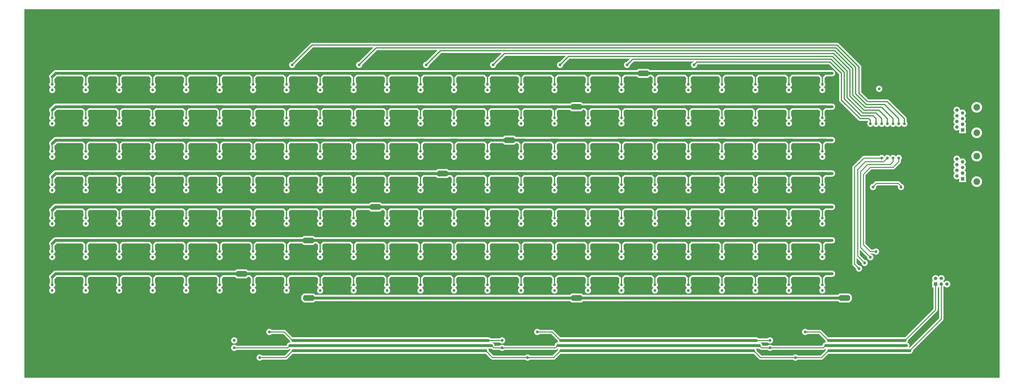
<source format=gbl>
%FSLAX25Y25*%
%MOIN*%
G70*
G01*
G75*
G04 Layer_Physical_Order=2*
G04 Layer_Color=16711680*
%ADD10O,0.02165X0.06890*%
%ADD11O,0.06890X0.02165*%
%ADD12R,0.12992X0.07874*%
%ADD13O,0.02362X0.08661*%
%ADD14R,0.03543X0.03543*%
%ADD15C,0.03937*%
%ADD16R,0.03347X0.03347*%
%ADD17R,0.03937X0.03937*%
%ADD18R,0.06299X0.11811*%
%ADD19R,0.07874X0.23622*%
%ADD20R,0.06299X0.02362*%
%ADD21R,0.04921X0.12008*%
%ADD22R,0.04724X0.13780*%
%ADD23R,0.08661X0.09252*%
%ADD24R,0.06102X0.09252*%
%ADD25R,0.03347X0.06693*%
%ADD26R,0.21850X0.25590*%
%ADD27R,0.22638X0.25590*%
%ADD28R,0.02362X0.08661*%
%ADD29C,0.05000*%
%ADD30C,0.02000*%
%ADD31C,0.01500*%
%ADD32C,0.02500*%
%ADD33C,0.03000*%
%ADD34C,0.01000*%
%ADD35C,0.04724*%
%ADD36C,0.04724*%
%ADD37R,0.05906X0.05906*%
%ADD38C,0.05906*%
%ADD39C,0.05906*%
%ADD40C,0.06299*%
%ADD41C,0.11614*%
%ADD42R,0.05906X0.05906*%
%ADD43C,0.05000*%
G36*
X1789000Y72000D02*
X69000D01*
Y723500D01*
X1789000D01*
Y72000D01*
D02*
G37*
%LPC*%
G36*
X931979Y500016D02*
X916980D01*
X916196Y499913D01*
X915467Y499610D01*
X914840Y499129D01*
X914840Y499129D01*
X913384Y497673D01*
X124236D01*
X122800Y497484D01*
X121463Y496930D01*
X120314Y496049D01*
X114188Y489923D01*
X113306Y488774D01*
X112752Y487436D01*
X112563Y486000D01*
X112752Y484564D01*
X113306Y483226D01*
X114076Y482223D01*
Y475991D01*
X113426Y475145D01*
X112886Y473841D01*
X112702Y472441D01*
X112886Y471041D01*
X113426Y469737D01*
X114286Y468617D01*
X115406Y467757D01*
X116169Y467441D01*
Y467441D01*
D01*
D01*
D01*
X115406Y467125D01*
X114286Y466265D01*
X113426Y465145D01*
X112886Y463841D01*
X112702Y462441D01*
X112886Y461041D01*
X113426Y459737D01*
X114286Y458617D01*
X115406Y457757D01*
X116710Y457217D01*
X118110Y457032D01*
X119510Y457217D01*
X120815Y457757D01*
X121935Y458617D01*
X122794Y459737D01*
X123334Y461041D01*
X123519Y462441D01*
X123334Y463841D01*
X122794Y465145D01*
X121935Y466265D01*
X120815Y467125D01*
X120051Y467441D01*
D01*
X120815Y467757D01*
X121935Y468617D01*
X122794Y469737D01*
X123334Y471041D01*
X123519Y472441D01*
X123334Y473841D01*
X122794Y475145D01*
X122145Y475991D01*
Y482189D01*
X126534Y486579D01*
X170579D01*
X173131Y484027D01*
Y475991D01*
X172482Y475145D01*
X171941Y473841D01*
X171757Y472441D01*
X171941Y471041D01*
X172482Y469737D01*
X173341Y468617D01*
X174461Y467757D01*
X175224Y467441D01*
Y467441D01*
D01*
D01*
D01*
X174461Y467125D01*
X173341Y466265D01*
X172482Y465145D01*
X171941Y463841D01*
X171757Y462441D01*
X171941Y461041D01*
X172482Y459737D01*
X173341Y458617D01*
X174461Y457757D01*
X175766Y457217D01*
X177165Y457032D01*
X178565Y457217D01*
X179870Y457757D01*
X180990Y458617D01*
X181849Y459737D01*
X182389Y461041D01*
X182574Y462441D01*
X182389Y463841D01*
X181849Y465145D01*
X180990Y466265D01*
X179870Y467125D01*
X179106Y467441D01*
D01*
X179870Y467757D01*
X180990Y468617D01*
X181849Y469737D01*
X182389Y471041D01*
X182574Y472441D01*
X182389Y473841D01*
X181849Y475145D01*
X181200Y475991D01*
Y484052D01*
X183775Y486579D01*
X229634D01*
X232186Y484027D01*
Y475991D01*
X231537Y475145D01*
X230996Y473841D01*
X230812Y472441D01*
X230996Y471041D01*
X231537Y469737D01*
X232396Y468617D01*
X233516Y467757D01*
X234279Y467441D01*
Y467441D01*
D01*
D01*
D01*
X233516Y467125D01*
X232396Y466265D01*
X231537Y465145D01*
X230996Y463841D01*
X230812Y462441D01*
X230996Y461041D01*
X231537Y459737D01*
X232396Y458617D01*
X233516Y457757D01*
X234821Y457217D01*
X236221Y457032D01*
X237620Y457217D01*
X238925Y457757D01*
X240045Y458617D01*
X240904Y459737D01*
X241445Y461041D01*
X241629Y462441D01*
X241445Y463841D01*
X240904Y465145D01*
X240045Y466265D01*
X238925Y467125D01*
X238161Y467441D01*
D01*
X238925Y467757D01*
X240045Y468617D01*
X240904Y469737D01*
X241445Y471041D01*
X241629Y472441D01*
X241445Y473841D01*
X240904Y475145D01*
X240255Y475991D01*
Y484052D01*
X242830Y486579D01*
X288689D01*
X291241Y484027D01*
Y475991D01*
X290592Y475145D01*
X290051Y473841D01*
X289867Y472441D01*
X290051Y471041D01*
X290592Y469737D01*
X291451Y468617D01*
X292571Y467757D01*
X293335Y467441D01*
Y467441D01*
D01*
D01*
D01*
X292571Y467125D01*
X291451Y466265D01*
X290592Y465145D01*
X290051Y463841D01*
X289867Y462441D01*
X290051Y461041D01*
X290592Y459737D01*
X291451Y458617D01*
X292571Y457757D01*
X293876Y457217D01*
X295276Y457032D01*
X296675Y457217D01*
X297980Y457757D01*
X299100Y458617D01*
X299959Y459737D01*
X300500Y461041D01*
X300684Y462441D01*
X300500Y463841D01*
X299959Y465145D01*
X299100Y466265D01*
X297980Y467125D01*
X297217Y467441D01*
D01*
X297980Y467757D01*
X299100Y468617D01*
X299959Y469737D01*
X300500Y471041D01*
X300684Y472441D01*
X300500Y473841D01*
X299959Y475145D01*
X299310Y475991D01*
Y484052D01*
X301886Y486579D01*
X347744D01*
X350296Y484027D01*
Y475991D01*
X349647Y475145D01*
X349107Y473841D01*
X348922Y472441D01*
X349107Y471041D01*
X349647Y469737D01*
X350506Y468617D01*
X351626Y467757D01*
X352390Y467441D01*
Y467441D01*
D01*
D01*
D01*
X351626Y467125D01*
X350506Y466265D01*
X349647Y465145D01*
X349107Y463841D01*
X348922Y462441D01*
X349107Y461041D01*
X349647Y459737D01*
X350506Y458617D01*
X351626Y457757D01*
X352931Y457217D01*
X354331Y457032D01*
X355731Y457217D01*
X357035Y457757D01*
X358155Y458617D01*
X359015Y459737D01*
X359555Y461041D01*
X359739Y462441D01*
X359555Y463841D01*
X359015Y465145D01*
X358155Y466265D01*
X357035Y467125D01*
X356272Y467441D01*
D01*
X357035Y467757D01*
X358155Y468617D01*
X359015Y469737D01*
X359555Y471041D01*
X359739Y472441D01*
X359555Y473841D01*
X359015Y475145D01*
X358365Y475991D01*
Y484052D01*
X360941Y486579D01*
X406800D01*
X409351Y484027D01*
Y475991D01*
X408702Y475145D01*
X408162Y473841D01*
X407977Y472441D01*
X408162Y471041D01*
X408702Y469737D01*
X409561Y468617D01*
X410682Y467757D01*
X411445Y467441D01*
Y467441D01*
D01*
D01*
D01*
X410682Y467125D01*
X409561Y466265D01*
X408702Y465145D01*
X408162Y463841D01*
X407977Y462441D01*
X408162Y461041D01*
X408702Y459737D01*
X409561Y458617D01*
X410682Y457757D01*
X411986Y457217D01*
X413386Y457032D01*
X414786Y457217D01*
X416090Y457757D01*
X417210Y458617D01*
X418070Y459737D01*
X418610Y461041D01*
X418794Y462441D01*
X418610Y463841D01*
X418070Y465145D01*
X417210Y466265D01*
X416090Y467125D01*
X415327Y467441D01*
D01*
X416090Y467757D01*
X417210Y468617D01*
X418070Y469737D01*
X418610Y471041D01*
X418794Y472441D01*
X418610Y473841D01*
X418070Y475145D01*
X417420Y475991D01*
Y484052D01*
X419996Y486579D01*
X465855D01*
X468406Y484027D01*
Y475991D01*
X467757Y475145D01*
X467217Y473841D01*
X467032Y472441D01*
X467217Y471041D01*
X467757Y469737D01*
X468617Y468617D01*
X469737Y467757D01*
X470500Y467441D01*
Y467441D01*
D01*
D01*
D01*
X469737Y467125D01*
X468617Y466265D01*
X467757Y465145D01*
X467217Y463841D01*
X467032Y462441D01*
X467217Y461041D01*
X467757Y459737D01*
X468617Y458617D01*
X469737Y457757D01*
X471041Y457217D01*
X472441Y457032D01*
X473841Y457217D01*
X475145Y457757D01*
X476265Y458617D01*
X477125Y459737D01*
X477665Y461041D01*
X477849Y462441D01*
X477665Y463841D01*
X477125Y465145D01*
X476265Y466265D01*
X475145Y467125D01*
X474382Y467441D01*
D01*
X475145Y467757D01*
X476265Y468617D01*
X477125Y469737D01*
X477665Y471041D01*
X477849Y472441D01*
X477665Y473841D01*
X477125Y475145D01*
X476475Y475991D01*
Y484052D01*
X479051Y486579D01*
X524910D01*
X527461Y484027D01*
Y475991D01*
X526812Y475145D01*
X526272Y473841D01*
X526088Y472441D01*
X526272Y471041D01*
X526812Y469737D01*
X527672Y468617D01*
X528792Y467757D01*
X529555Y467441D01*
Y467441D01*
D01*
D01*
D01*
X528792Y467125D01*
X527672Y466265D01*
X526812Y465145D01*
X526272Y463841D01*
X526088Y462441D01*
X526272Y461041D01*
X526812Y459737D01*
X527672Y458617D01*
X528792Y457757D01*
X530096Y457217D01*
X531496Y457032D01*
X532896Y457217D01*
X534200Y457757D01*
X535320Y458617D01*
X536180Y459737D01*
X536720Y461041D01*
X536904Y462441D01*
X536720Y463841D01*
X536180Y465145D01*
X535320Y466265D01*
X534200Y467125D01*
X533437Y467441D01*
D01*
X534200Y467757D01*
X535320Y468617D01*
X536180Y469737D01*
X536720Y471041D01*
X536904Y472441D01*
X536720Y473841D01*
X536180Y475145D01*
X535531Y475991D01*
Y484052D01*
X538106Y486579D01*
X583965D01*
X586517Y484027D01*
Y475991D01*
X585867Y475145D01*
X585327Y473841D01*
X585143Y472441D01*
X585327Y471041D01*
X585867Y469737D01*
X586727Y468617D01*
X587847Y467757D01*
X588610Y467441D01*
Y467441D01*
D01*
D01*
D01*
X587847Y467125D01*
X586727Y466265D01*
X585867Y465145D01*
X585327Y463841D01*
X585143Y462441D01*
X585327Y461041D01*
X585867Y459737D01*
X586727Y458617D01*
X587847Y457757D01*
X589151Y457217D01*
X590551Y457032D01*
X591951Y457217D01*
X593255Y457757D01*
X594376Y458617D01*
X595235Y459737D01*
X595775Y461041D01*
X595960Y462441D01*
X595775Y463841D01*
X595235Y465145D01*
X594376Y466265D01*
X593255Y467125D01*
X592492Y467441D01*
D01*
X593255Y467757D01*
X594376Y468617D01*
X595235Y469737D01*
X595775Y471041D01*
X595960Y472441D01*
X595775Y473841D01*
X595235Y475145D01*
X594586Y475991D01*
Y484052D01*
X597161Y486579D01*
X643020D01*
X645572Y484027D01*
Y475991D01*
X644922Y475145D01*
X644382Y473841D01*
X644198Y472441D01*
X644382Y471041D01*
X644922Y469737D01*
X645782Y468617D01*
X646902Y467757D01*
X647665Y467441D01*
Y467441D01*
D01*
D01*
D01*
X646902Y467125D01*
X645782Y466265D01*
X644922Y465145D01*
X644382Y463841D01*
X644198Y462441D01*
X644382Y461041D01*
X644922Y459737D01*
X645782Y458617D01*
X646902Y457757D01*
X648207Y457217D01*
X649606Y457032D01*
X651006Y457217D01*
X652311Y457757D01*
X653431Y458617D01*
X654290Y459737D01*
X654831Y461041D01*
X655015Y462441D01*
X654831Y463841D01*
X654290Y465145D01*
X653431Y466265D01*
X652311Y467125D01*
X651547Y467441D01*
D01*
X652311Y467757D01*
X653431Y468617D01*
X654290Y469737D01*
X654831Y471041D01*
X655015Y472441D01*
X654831Y473841D01*
X654290Y475145D01*
X653641Y475991D01*
Y484052D01*
X656216Y486579D01*
X702075D01*
X704627Y484027D01*
Y475991D01*
X703977Y475145D01*
X703437Y473841D01*
X703253Y472441D01*
X703437Y471041D01*
X703977Y469737D01*
X704837Y468617D01*
X705957Y467757D01*
X706720Y467441D01*
Y467441D01*
D01*
D01*
D01*
X705957Y467125D01*
X704837Y466265D01*
X703977Y465145D01*
X703437Y463841D01*
X703253Y462441D01*
X703437Y461041D01*
X703977Y459737D01*
X704837Y458617D01*
X705957Y457757D01*
X707262Y457217D01*
X708661Y457032D01*
X710061Y457217D01*
X711366Y457757D01*
X712486Y458617D01*
X713345Y459737D01*
X713886Y461041D01*
X714070Y462441D01*
X713886Y463841D01*
X713345Y465145D01*
X712486Y466265D01*
X711366Y467125D01*
X710603Y467441D01*
D01*
X711366Y467757D01*
X712486Y468617D01*
X713345Y469737D01*
X713886Y471041D01*
X714070Y472441D01*
X713886Y473841D01*
X713345Y475145D01*
X712696Y475991D01*
Y484052D01*
X715272Y486579D01*
X761130D01*
X763682Y484027D01*
Y475991D01*
X763033Y475145D01*
X762492Y473841D01*
X762308Y472441D01*
X762492Y471041D01*
X763033Y469737D01*
X763892Y468617D01*
X765012Y467757D01*
X765775Y467441D01*
Y467441D01*
D01*
D01*
D01*
X765012Y467125D01*
X763892Y466265D01*
X763033Y465145D01*
X762492Y463841D01*
X762308Y462441D01*
X762492Y461041D01*
X763033Y459737D01*
X763892Y458617D01*
X765012Y457757D01*
X766317Y457217D01*
X767717Y457032D01*
X769116Y457217D01*
X770421Y457757D01*
X771541Y458617D01*
X772400Y459737D01*
X772941Y461041D01*
X773125Y462441D01*
X772941Y463841D01*
X772400Y465145D01*
X771541Y466265D01*
X770421Y467125D01*
X769658Y467441D01*
D01*
X770421Y467757D01*
X771541Y468617D01*
X772400Y469737D01*
X772941Y471041D01*
X773125Y472441D01*
X772941Y473841D01*
X772400Y475145D01*
X771751Y475991D01*
Y484052D01*
X774327Y486579D01*
X820185D01*
X822737Y484027D01*
Y475991D01*
X822088Y475145D01*
X821548Y473841D01*
X821363Y472441D01*
X821548Y471041D01*
X822088Y469737D01*
X822947Y468617D01*
X824067Y467757D01*
X824831Y467441D01*
Y467441D01*
D01*
D01*
D01*
X824067Y467125D01*
X822947Y466265D01*
X822088Y465145D01*
X821548Y463841D01*
X821363Y462441D01*
X821548Y461041D01*
X822088Y459737D01*
X822947Y458617D01*
X824067Y457757D01*
X825372Y457217D01*
X826772Y457032D01*
X828172Y457217D01*
X829476Y457757D01*
X830596Y458617D01*
X831456Y459737D01*
X831996Y461041D01*
X832180Y462441D01*
X831996Y463841D01*
X831456Y465145D01*
X830596Y466265D01*
X829476Y467125D01*
X828713Y467441D01*
D01*
X829476Y467757D01*
X830596Y468617D01*
X831456Y469737D01*
X831996Y471041D01*
X832180Y472441D01*
X831996Y473841D01*
X831456Y475145D01*
X830806Y475991D01*
Y484052D01*
X833382Y486579D01*
X879241D01*
X881792Y484027D01*
Y475991D01*
X881143Y475145D01*
X880603Y473841D01*
X880418Y472441D01*
X880603Y471041D01*
X881143Y469737D01*
X882002Y468617D01*
X883123Y467757D01*
X883886Y467441D01*
Y467441D01*
D01*
D01*
D01*
X883123Y467125D01*
X882002Y466265D01*
X881143Y465145D01*
X880603Y463841D01*
X880418Y462441D01*
X880603Y461041D01*
X881143Y459737D01*
X882002Y458617D01*
X883123Y457757D01*
X884427Y457217D01*
X885827Y457032D01*
X887227Y457217D01*
X888531Y457757D01*
X889651Y458617D01*
X890511Y459737D01*
X891051Y461041D01*
X891235Y462441D01*
X891051Y463841D01*
X890511Y465145D01*
X889651Y466265D01*
X888531Y467125D01*
X887768Y467441D01*
D01*
X888531Y467757D01*
X889651Y468617D01*
X890511Y469737D01*
X891051Y471041D01*
X891235Y472441D01*
X891051Y473841D01*
X890511Y475145D01*
X889861Y475991D01*
Y484052D01*
X892437Y486579D01*
X913111D01*
X914840Y484850D01*
X915467Y484369D01*
X916196Y484067D01*
X916980Y483964D01*
X931979D01*
X932763Y484067D01*
X933492Y484369D01*
X934119Y484850D01*
X934119Y484850D01*
X935847Y486579D01*
X938296D01*
X940847Y484027D01*
Y475991D01*
X940198Y475145D01*
X939658Y473841D01*
X939473Y472441D01*
X939658Y471041D01*
X940198Y469737D01*
X941057Y468617D01*
X942178Y467757D01*
X942941Y467441D01*
Y467441D01*
D01*
D01*
D01*
X942178Y467125D01*
X941057Y466265D01*
X940198Y465145D01*
X939658Y463841D01*
X939473Y462441D01*
X939658Y461041D01*
X940198Y459737D01*
X941057Y458617D01*
X942178Y457757D01*
X943482Y457217D01*
X944882Y457032D01*
X946282Y457217D01*
X947586Y457757D01*
X948706Y458617D01*
X949566Y459737D01*
X950106Y461041D01*
X950290Y462441D01*
X950106Y463841D01*
X949566Y465145D01*
X948706Y466265D01*
X947586Y467125D01*
X946823Y467441D01*
D01*
X947586Y467757D01*
X948706Y468617D01*
X949566Y469737D01*
X950106Y471041D01*
X950290Y472441D01*
X950106Y473841D01*
X949566Y475145D01*
X948916Y475991D01*
Y484052D01*
X951492Y486579D01*
X997351D01*
X999902Y484027D01*
Y475991D01*
X999253Y475145D01*
X998713Y473841D01*
X998528Y472441D01*
X998713Y471041D01*
X999253Y469737D01*
X1000113Y468617D01*
X1001233Y467757D01*
X1001996Y467441D01*
Y467441D01*
D01*
D01*
D01*
X1001233Y467125D01*
X1000113Y466265D01*
X999253Y465145D01*
X998713Y463841D01*
X998528Y462441D01*
X998713Y461041D01*
X999253Y459737D01*
X1000113Y458617D01*
X1001233Y457757D01*
X1002537Y457217D01*
X1003937Y457032D01*
X1005337Y457217D01*
X1006641Y457757D01*
X1007761Y458617D01*
X1008621Y459737D01*
X1009161Y461041D01*
X1009346Y462441D01*
X1009161Y463841D01*
X1008621Y465145D01*
X1007761Y466265D01*
X1006641Y467125D01*
X1005878Y467441D01*
D01*
X1006641Y467757D01*
X1007761Y468617D01*
X1008621Y469737D01*
X1009161Y471041D01*
X1009346Y472441D01*
X1009161Y473841D01*
X1008621Y475145D01*
X1007971Y475991D01*
Y484052D01*
X1010547Y486579D01*
X1056406D01*
X1058958Y484027D01*
Y475991D01*
X1058308Y475145D01*
X1057768Y473841D01*
X1057584Y472441D01*
X1057768Y471041D01*
X1058308Y469737D01*
X1059168Y468617D01*
X1060288Y467757D01*
X1061051Y467441D01*
Y467441D01*
D01*
D01*
D01*
X1060288Y467125D01*
X1059168Y466265D01*
X1058308Y465145D01*
X1057768Y463841D01*
X1057584Y462441D01*
X1057768Y461041D01*
X1058308Y459737D01*
X1059168Y458617D01*
X1060288Y457757D01*
X1061592Y457217D01*
X1062992Y457032D01*
X1064392Y457217D01*
X1065696Y457757D01*
X1066817Y458617D01*
X1067676Y459737D01*
X1068216Y461041D01*
X1068401Y462441D01*
X1068216Y463841D01*
X1067676Y465145D01*
X1066817Y466265D01*
X1065696Y467125D01*
X1064933Y467441D01*
D01*
X1065696Y467757D01*
X1066817Y468617D01*
X1067676Y469737D01*
X1068216Y471041D01*
X1068401Y472441D01*
X1068216Y473841D01*
X1067676Y475145D01*
X1067027Y475991D01*
Y484052D01*
X1069602Y486579D01*
X1115461D01*
X1118013Y484027D01*
Y475991D01*
X1117363Y475145D01*
X1116823Y473841D01*
X1116639Y472441D01*
X1116823Y471041D01*
X1117363Y469737D01*
X1118223Y468617D01*
X1119343Y467757D01*
X1120106Y467441D01*
Y467441D01*
D01*
D01*
D01*
X1119343Y467125D01*
X1118223Y466265D01*
X1117363Y465145D01*
X1116823Y463841D01*
X1116639Y462441D01*
X1116823Y461041D01*
X1117363Y459737D01*
X1118223Y458617D01*
X1119343Y457757D01*
X1120647Y457217D01*
X1122047Y457032D01*
X1123447Y457217D01*
X1124751Y457757D01*
X1125872Y458617D01*
X1126731Y459737D01*
X1127271Y461041D01*
X1127456Y462441D01*
X1127271Y463841D01*
X1126731Y465145D01*
X1125872Y466265D01*
X1124751Y467125D01*
X1123988Y467441D01*
D01*
X1124751Y467757D01*
X1125872Y468617D01*
X1126731Y469737D01*
X1127271Y471041D01*
X1127456Y472441D01*
X1127271Y473841D01*
X1126731Y475145D01*
X1126082Y475991D01*
Y484052D01*
X1128657Y486579D01*
X1174516D01*
X1177068Y484027D01*
Y475991D01*
X1176418Y475145D01*
X1175878Y473841D01*
X1175694Y472441D01*
X1175878Y471041D01*
X1176418Y469737D01*
X1177278Y468617D01*
X1178398Y467757D01*
X1179161Y467441D01*
Y467441D01*
D01*
D01*
D01*
X1178398Y467125D01*
X1177278Y466265D01*
X1176418Y465145D01*
X1175878Y463841D01*
X1175694Y462441D01*
X1175878Y461041D01*
X1176418Y459737D01*
X1177278Y458617D01*
X1178398Y457757D01*
X1179702Y457217D01*
X1181102Y457032D01*
X1182502Y457217D01*
X1183807Y457757D01*
X1184927Y458617D01*
X1185786Y459737D01*
X1186327Y461041D01*
X1186511Y462441D01*
X1186327Y463841D01*
X1185786Y465145D01*
X1184927Y466265D01*
X1183807Y467125D01*
X1183043Y467441D01*
D01*
X1183807Y467757D01*
X1184927Y468617D01*
X1185786Y469737D01*
X1186327Y471041D01*
X1186511Y472441D01*
X1186327Y473841D01*
X1185786Y475145D01*
X1185137Y475991D01*
Y484052D01*
X1187712Y486579D01*
X1233571D01*
X1236123Y484027D01*
Y475991D01*
X1235474Y475145D01*
X1234933Y473841D01*
X1234749Y472441D01*
X1234933Y471041D01*
X1235474Y469737D01*
X1236333Y468617D01*
X1237453Y467757D01*
X1238216Y467441D01*
Y467441D01*
D01*
D01*
D01*
X1237453Y467125D01*
X1236333Y466265D01*
X1235474Y465145D01*
X1234933Y463841D01*
X1234749Y462441D01*
X1234933Y461041D01*
X1235474Y459737D01*
X1236333Y458617D01*
X1237453Y457757D01*
X1238758Y457217D01*
X1240158Y457032D01*
X1241557Y457217D01*
X1242862Y457757D01*
X1243982Y458617D01*
X1244841Y459737D01*
X1245382Y461041D01*
X1245566Y462441D01*
X1245382Y463841D01*
X1244841Y465145D01*
X1243982Y466265D01*
X1242862Y467125D01*
X1242099Y467441D01*
D01*
X1242862Y467757D01*
X1243982Y468617D01*
X1244841Y469737D01*
X1245382Y471041D01*
X1245566Y472441D01*
X1245382Y473841D01*
X1244841Y475145D01*
X1244192Y475991D01*
Y484052D01*
X1246768Y486579D01*
X1292626D01*
X1295178Y484027D01*
Y475991D01*
X1294529Y475145D01*
X1293988Y473841D01*
X1293804Y472441D01*
X1293988Y471041D01*
X1294529Y469737D01*
X1295388Y468617D01*
X1296508Y467757D01*
X1297272Y467441D01*
Y467441D01*
D01*
D01*
D01*
X1296508Y467125D01*
X1295388Y466265D01*
X1294529Y465145D01*
X1293988Y463841D01*
X1293804Y462441D01*
X1293988Y461041D01*
X1294529Y459737D01*
X1295388Y458617D01*
X1296508Y457757D01*
X1297813Y457217D01*
X1299213Y457032D01*
X1300612Y457217D01*
X1301917Y457757D01*
X1303037Y458617D01*
X1303897Y459737D01*
X1304437Y461041D01*
X1304621Y462441D01*
X1304437Y463841D01*
X1303897Y465145D01*
X1303037Y466265D01*
X1301917Y467125D01*
X1301154Y467441D01*
D01*
X1301917Y467757D01*
X1303037Y468617D01*
X1303897Y469737D01*
X1304437Y471041D01*
X1304621Y472441D01*
X1304437Y473841D01*
X1303897Y475145D01*
X1303247Y475991D01*
Y484052D01*
X1305823Y486579D01*
X1351681D01*
X1354233Y484027D01*
Y475991D01*
X1353584Y475145D01*
X1353043Y473841D01*
X1352859Y472441D01*
X1353043Y471041D01*
X1353584Y469737D01*
X1354443Y468617D01*
X1355564Y467757D01*
X1356327Y467441D01*
Y467441D01*
D01*
D01*
D01*
X1355564Y467125D01*
X1354443Y466265D01*
X1353584Y465145D01*
X1353043Y463841D01*
X1352859Y462441D01*
X1353043Y461041D01*
X1353584Y459737D01*
X1354443Y458617D01*
X1355564Y457757D01*
X1356868Y457217D01*
X1358268Y457032D01*
X1359667Y457217D01*
X1360972Y457757D01*
X1362092Y458617D01*
X1362952Y459737D01*
X1363492Y461041D01*
X1363676Y462441D01*
X1363492Y463841D01*
X1362952Y465145D01*
X1362092Y466265D01*
X1360972Y467125D01*
X1360209Y467441D01*
D01*
X1360972Y467757D01*
X1362092Y468617D01*
X1362952Y469737D01*
X1363492Y471041D01*
X1363676Y472441D01*
X1363492Y473841D01*
X1362952Y475145D01*
X1362302Y475991D01*
Y484052D01*
X1364878Y486579D01*
X1410736D01*
X1413288Y484027D01*
Y475991D01*
X1412639Y475145D01*
X1412099Y473841D01*
X1411914Y472441D01*
X1412099Y471041D01*
X1412639Y469737D01*
X1413498Y468617D01*
X1414619Y467757D01*
X1415382Y467441D01*
Y467441D01*
D01*
D01*
D01*
X1414619Y467125D01*
X1413498Y466265D01*
X1412639Y465145D01*
X1412099Y463841D01*
X1411914Y462441D01*
X1412099Y461041D01*
X1412639Y459737D01*
X1413498Y458617D01*
X1414619Y457757D01*
X1415923Y457217D01*
X1417323Y457032D01*
X1418723Y457217D01*
X1420027Y457757D01*
X1421147Y458617D01*
X1422007Y459737D01*
X1422547Y461041D01*
X1422731Y462441D01*
X1422547Y463841D01*
X1422007Y465145D01*
X1421147Y466265D01*
X1420027Y467125D01*
X1419264Y467441D01*
D01*
X1420027Y467757D01*
X1421147Y468617D01*
X1422007Y469737D01*
X1422547Y471041D01*
X1422731Y472441D01*
X1422547Y473841D01*
X1422007Y475145D01*
X1421357Y475991D01*
Y484052D01*
X1423933Y486579D01*
X1469792D01*
X1472343Y484027D01*
Y475991D01*
X1471694Y475145D01*
X1471154Y473841D01*
X1470969Y472441D01*
X1471154Y471041D01*
X1471694Y469737D01*
X1472554Y468617D01*
X1473674Y467757D01*
X1474437Y467441D01*
Y467441D01*
D01*
D01*
D01*
X1473674Y467125D01*
X1472554Y466265D01*
X1471694Y465145D01*
X1471154Y463841D01*
X1470969Y462441D01*
X1471154Y461041D01*
X1471694Y459737D01*
X1472554Y458617D01*
X1473674Y457757D01*
X1474978Y457217D01*
X1476378Y457032D01*
X1477778Y457217D01*
X1479082Y457757D01*
X1480202Y458617D01*
X1481062Y459737D01*
X1481602Y461041D01*
X1481786Y462441D01*
X1481602Y463841D01*
X1481062Y465145D01*
X1480202Y466265D01*
X1479082Y467125D01*
X1478319Y467441D01*
D01*
X1479082Y467757D01*
X1480202Y468617D01*
X1481062Y469737D01*
X1481602Y471041D01*
X1481786Y472441D01*
X1481602Y473841D01*
X1481062Y475145D01*
X1480412Y475991D01*
Y484052D01*
X1482988Y486579D01*
X1493400D01*
X1494836Y486767D01*
X1496174Y487322D01*
X1497323Y488203D01*
X1498204Y489352D01*
X1498758Y490690D01*
X1498947Y492126D01*
X1498758Y493562D01*
X1498204Y494900D01*
X1497323Y496049D01*
X1496174Y496930D01*
X1494836Y497484D01*
X1493400Y497673D01*
X935575D01*
X934119Y499129D01*
X933492Y499610D01*
X932763Y499913D01*
X931979Y500016D01*
D02*
G37*
G36*
X1611000Y466075D02*
X1609564Y465886D01*
X1608226Y465332D01*
X1607077Y464450D01*
X1606196Y463301D01*
X1606000Y462829D01*
Y462829D01*
Y462829D01*
Y462829D01*
X1606000D01*
X1605804Y463301D01*
X1604923Y464450D01*
X1603774Y465332D01*
X1602436Y465886D01*
X1601000Y466075D01*
X1599564Y465886D01*
X1598226Y465332D01*
X1597077Y464450D01*
X1596196Y463301D01*
X1596000Y462829D01*
Y462829D01*
Y462829D01*
Y462829D01*
X1596000D01*
X1595804Y463301D01*
X1594923Y464450D01*
X1593774Y465332D01*
X1592436Y465886D01*
X1591000Y466075D01*
X1589564Y465886D01*
X1588226Y465332D01*
X1587077Y464450D01*
X1586196Y463301D01*
X1586000Y462829D01*
Y462829D01*
Y462829D01*
Y462829D01*
X1586000D01*
X1585804Y463301D01*
X1584923Y464450D01*
X1583774Y465332D01*
X1582436Y465886D01*
X1581000Y466075D01*
X1579564Y465886D01*
X1578226Y465332D01*
X1577077Y464450D01*
X1576970Y464310D01*
X1549528D01*
X1548549Y464181D01*
X1548281Y464070D01*
X1547636Y463803D01*
X1546853Y463202D01*
X1530326Y446674D01*
X1529724Y445891D01*
X1529346Y444979D01*
X1529218Y444000D01*
Y273000D01*
X1529218Y273000D01*
X1529218D01*
X1529346Y272021D01*
X1529724Y271109D01*
X1530326Y270325D01*
X1535476Y265175D01*
X1535452Y265000D01*
X1535642Y263564D01*
X1536196Y262226D01*
X1537077Y261077D01*
X1538226Y260196D01*
X1539564Y259642D01*
X1541000Y259453D01*
X1542436Y259642D01*
X1543774Y260196D01*
X1544923Y261077D01*
X1545804Y262226D01*
X1546358Y263564D01*
X1546548Y265000D01*
X1546358Y266436D01*
X1545804Y267774D01*
X1544923Y268923D01*
X1543774Y269804D01*
X1542436Y270358D01*
X1541000Y270548D01*
X1540825Y270524D01*
X1536782Y274567D01*
Y283869D01*
X1536782D01*
X1536782D01*
X1536782D01*
X1545476Y275175D01*
X1545452Y275000D01*
X1545642Y273564D01*
X1546196Y272226D01*
X1547077Y271077D01*
X1548226Y270196D01*
X1549564Y269642D01*
X1551000Y269453D01*
X1552436Y269642D01*
X1553774Y270196D01*
X1554923Y271077D01*
X1555804Y272226D01*
X1556358Y273564D01*
X1556548Y275000D01*
X1556358Y276436D01*
X1555804Y277774D01*
X1554923Y278923D01*
X1553774Y279804D01*
X1552436Y280358D01*
X1551000Y280547D01*
X1550825Y280524D01*
X1542282Y289067D01*
Y298369D01*
X1542282D01*
X1542282D01*
X1542282D01*
X1555476Y285175D01*
X1555453Y285000D01*
X1555642Y283564D01*
X1556196Y282226D01*
X1557077Y281077D01*
X1558226Y280196D01*
X1559564Y279642D01*
X1561000Y279452D01*
X1562436Y279642D01*
X1563774Y280196D01*
X1564923Y281077D01*
X1565804Y282226D01*
X1566358Y283564D01*
X1566547Y285000D01*
X1566358Y286436D01*
X1565804Y287774D01*
X1564923Y288923D01*
X1563774Y289804D01*
X1562436Y290358D01*
X1561000Y290547D01*
X1560825Y290524D01*
X1559989Y291360D01*
D01*
D01*
X1560021Y291347D01*
X1561000Y291218D01*
X1566970D01*
X1567077Y291077D01*
X1568226Y290196D01*
X1569564Y289642D01*
X1571000Y289453D01*
X1572436Y289642D01*
X1573774Y290196D01*
X1574923Y291077D01*
X1575804Y292226D01*
X1576358Y293564D01*
X1576548Y295000D01*
X1576358Y296436D01*
X1575804Y297774D01*
X1574923Y298923D01*
X1573774Y299804D01*
X1572436Y300358D01*
X1571000Y300548D01*
X1569564Y300358D01*
X1568226Y299804D01*
X1567077Y298923D01*
X1566970Y298782D01*
X1562567D01*
X1552282Y309067D01*
Y429933D01*
X1562567Y440218D01*
X1601000D01*
X1601979Y440346D01*
X1602891Y440724D01*
X1603675Y441326D01*
X1613675Y451326D01*
X1614276Y452109D01*
X1614543Y452754D01*
X1614654Y453021D01*
X1614782Y454000D01*
Y456497D01*
X1614923Y456605D01*
X1615804Y457754D01*
X1616358Y459092D01*
X1616548Y460528D01*
X1616358Y461963D01*
X1615804Y463301D01*
X1614923Y464450D01*
X1613774Y465332D01*
X1612436Y465886D01*
X1611000Y466075D01*
D02*
G37*
G36*
X1686071Y253533D02*
X1684904Y253418D01*
X1683782Y253077D01*
X1682748Y252524D01*
X1681841Y251781D01*
X1681097Y250874D01*
X1681071Y250825D01*
Y250825D01*
D01*
D01*
X1681071D01*
X1681044Y250874D01*
X1680301Y251781D01*
X1679394Y252524D01*
X1678360Y253077D01*
X1677238Y253418D01*
X1676071Y253533D01*
X1674904Y253418D01*
X1673782Y253077D01*
X1672748Y252524D01*
X1671841Y251781D01*
X1671098Y250874D01*
X1670545Y249840D01*
X1670204Y248718D01*
X1670089Y247551D01*
X1670204Y246384D01*
X1670545Y245262D01*
X1671098Y244228D01*
X1671692Y243504D01*
Y243504D01*
X1670118D01*
Y231598D01*
X1672289D01*
Y193772D01*
X1622049Y143532D01*
X1621933Y143547D01*
X1487000D01*
X1486825Y143524D01*
X1474675Y155675D01*
X1473891Y156276D01*
X1472979Y156653D01*
X1472000Y156782D01*
X1450030D01*
X1449923Y156923D01*
X1448774Y157804D01*
X1447436Y158358D01*
X1446000Y158547D01*
X1444564Y158358D01*
X1443226Y157804D01*
X1442077Y156923D01*
X1441196Y155774D01*
X1440642Y154436D01*
X1440452Y153000D01*
X1440642Y151564D01*
X1441196Y150226D01*
X1442077Y149077D01*
X1443226Y148196D01*
X1444564Y147642D01*
X1446000Y147452D01*
X1447436Y147642D01*
X1448774Y148196D01*
X1449923Y149077D01*
X1450030Y149218D01*
X1470433D01*
X1481476Y138175D01*
X1481452Y138000D01*
X1481642Y136564D01*
X1482196Y135226D01*
X1482717Y134547D01*
X1482717Y134547D01*
X1482000D01*
X1480564Y134358D01*
X1479226Y133804D01*
X1478077Y132923D01*
X1477196Y131774D01*
X1476642Y130436D01*
X1476453Y129000D01*
X1476476Y128825D01*
X1476433Y128782D01*
X1388030D01*
X1387923Y128923D01*
X1386774Y129804D01*
X1385436Y130358D01*
X1384000Y130547D01*
X1382564Y130358D01*
X1381226Y129804D01*
X1380077Y128923D01*
X1379970Y128782D01*
X1370567D01*
X1370524Y128825D01*
X1370547Y129000D01*
X1370358Y130436D01*
X1369804Y131774D01*
X1368923Y132923D01*
X1367774Y133804D01*
X1366776Y134218D01*
D01*
X1379970D01*
X1380077Y134077D01*
X1381226Y133196D01*
X1382564Y132642D01*
X1384000Y132452D01*
X1385436Y132642D01*
X1386774Y133196D01*
X1387923Y134077D01*
X1388804Y135226D01*
X1389358Y136564D01*
X1389548Y138000D01*
X1389358Y139436D01*
X1388804Y140774D01*
X1387923Y141923D01*
X1386774Y142804D01*
X1385436Y143358D01*
X1384000Y143547D01*
X1382564Y143358D01*
X1381226Y142804D01*
X1380077Y141923D01*
X1379970Y141782D01*
X1363630D01*
X1363523Y141923D01*
X1362374Y142804D01*
X1361036Y143358D01*
X1359600Y143547D01*
X1014779D01*
X1014409Y143499D01*
X1002234Y155675D01*
X1001450Y156276D01*
X1000538Y156653D01*
X999559Y156782D01*
X977589D01*
X977482Y156923D01*
X976333Y157804D01*
X974995Y158358D01*
X973559Y158547D01*
X972123Y158358D01*
X970785Y157804D01*
X969636Y156923D01*
X968755Y155774D01*
X968201Y154436D01*
X968012Y153000D01*
X968201Y151564D01*
X968755Y150226D01*
X969636Y149077D01*
X970785Y148196D01*
X972123Y147642D01*
X973559Y147452D01*
X974995Y147642D01*
X976333Y148196D01*
X977482Y149077D01*
X977589Y149218D01*
X997992D01*
X1009235Y137975D01*
X1009421Y136564D01*
X1009975Y135226D01*
X1010496Y134547D01*
X1010496Y134547D01*
X1009559D01*
X1008123Y134358D01*
X1006785Y133804D01*
X1005636Y132923D01*
X1004755Y131774D01*
X1004201Y130436D01*
X1004012Y129000D01*
X1004035Y128825D01*
X1003992Y128782D01*
X915589D01*
X915482Y128923D01*
X914333Y129804D01*
X912995Y130358D01*
X911559Y130547D01*
X910123Y130358D01*
X908785Y129804D01*
X907636Y128923D01*
X907529Y128782D01*
X898126D01*
X898083Y128825D01*
X898106Y129000D01*
X897917Y130436D01*
X897363Y131774D01*
X896482Y132923D01*
X895333Y133804D01*
X894335Y134218D01*
D01*
X907529D01*
X907636Y134077D01*
X908785Y133196D01*
X910123Y132642D01*
X911559Y132452D01*
X912995Y132642D01*
X914333Y133196D01*
X915482Y134077D01*
X916363Y135226D01*
X916918Y136564D01*
X917107Y138000D01*
X916918Y139436D01*
X916363Y140774D01*
X915482Y141923D01*
X914333Y142804D01*
X912995Y143358D01*
X911559Y143547D01*
X910123Y143358D01*
X908785Y142804D01*
X907636Y141923D01*
X907529Y141782D01*
X891189D01*
X891082Y141923D01*
X889933Y142804D01*
X888595Y143358D01*
X887159Y143547D01*
X542339D01*
X541968Y143499D01*
X529793Y155675D01*
X529009Y156276D01*
X528097Y156653D01*
X527118Y156782D01*
X505148D01*
X505041Y156923D01*
X503892Y157804D01*
X502554Y158358D01*
X501118Y158547D01*
X499682Y158358D01*
X498344Y157804D01*
X497195Y156923D01*
X496314Y155774D01*
X495760Y154436D01*
X495571Y153000D01*
X495760Y151564D01*
X496314Y150226D01*
X497195Y149077D01*
X498344Y148196D01*
X499682Y147642D01*
X501118Y147452D01*
X502554Y147642D01*
X503892Y148196D01*
X505041Y149077D01*
X505148Y149218D01*
X525551D01*
X536795Y137975D01*
X536980Y136564D01*
X537534Y135226D01*
X538055Y134547D01*
X538055Y134547D01*
X537118D01*
X535682Y134358D01*
X534344Y133804D01*
X533195Y132923D01*
X532314Y131774D01*
X531760Y130436D01*
X531571Y129000D01*
X531594Y128825D01*
X531552Y128782D01*
X443148D01*
X443041Y128923D01*
X441892Y129804D01*
X440554Y130358D01*
X439118Y130547D01*
X437682Y130358D01*
X436344Y129804D01*
X435195Y128923D01*
X434314Y127774D01*
X433760Y126436D01*
X433571Y125000D01*
X433760Y123564D01*
X434314Y122226D01*
X435195Y121077D01*
X436344Y120196D01*
X437682Y119642D01*
X439118Y119453D01*
X440554Y119642D01*
X441892Y120196D01*
X443041Y121077D01*
X443148Y121218D01*
X533211D01*
X534190Y121346D01*
X535102Y121724D01*
X535886Y122326D01*
X536193Y122725D01*
X536943Y123476D01*
X537118Y123452D01*
X538276D01*
X538276D01*
X538276D01*
X538276Y123452D01*
X537755Y122774D01*
X537201Y121436D01*
X537048Y120279D01*
X528292Y111522D01*
X488062D01*
X487954Y111663D01*
X486805Y112544D01*
X485467Y113099D01*
X484031Y113288D01*
X482596Y113099D01*
X481258Y112544D01*
X480109Y111663D01*
X479227Y110514D01*
X478673Y109176D01*
X478484Y107740D01*
X478673Y106304D01*
X479227Y104966D01*
X480109Y103817D01*
X481258Y102936D01*
X482596Y102382D01*
X484031Y102193D01*
X485467Y102382D01*
X486805Y102936D01*
X487954Y103817D01*
X488062Y103958D01*
X529858D01*
X530837Y104087D01*
X531749Y104464D01*
X532533Y105066D01*
X532533Y105066D01*
X532533Y105066D01*
X541994Y114527D01*
X542559Y114453D01*
X882559D01*
X882734Y114476D01*
X892144Y105066D01*
X892928Y104464D01*
X893840Y104087D01*
X894819Y103958D01*
X952442D01*
X952550Y103817D01*
X953699Y102936D01*
X955037Y102382D01*
X956472Y102193D01*
X957908Y102382D01*
X959246Y102936D01*
X960395Y103817D01*
X960503Y103958D01*
X1002299D01*
X1003278Y104087D01*
X1004190Y104464D01*
X1004974Y105066D01*
X1014435Y114527D01*
X1015000Y114453D01*
X1355000D01*
X1355175Y114476D01*
X1364585Y105066D01*
X1365369Y104464D01*
X1366281Y104087D01*
X1367260Y103958D01*
X1424883D01*
X1424991Y103817D01*
X1426140Y102936D01*
X1427478Y102382D01*
X1428913Y102193D01*
X1430349Y102382D01*
X1431687Y102936D01*
X1432836Y103817D01*
X1432944Y103958D01*
X1474740D01*
X1475719Y104087D01*
X1476631Y104464D01*
X1477415Y105066D01*
X1477415Y105066D01*
X1477415Y105066D01*
X1486876Y114527D01*
X1487441Y114453D01*
X1630574D01*
X1632010Y114642D01*
X1633348Y115196D01*
X1634496Y116077D01*
X1635378Y117226D01*
X1635932Y118564D01*
X1636121Y120000D01*
X1636074Y120359D01*
X1688745Y173030D01*
X1689347Y173814D01*
X1689724Y174726D01*
X1689853Y175705D01*
X1689853D01*
X1689853D01*
X1689853D01*
X1689853Y175705D01*
Y232954D01*
X1690301Y233321D01*
X1691044Y234228D01*
X1691071Y234278D01*
D01*
X1691097Y234228D01*
X1691841Y233321D01*
X1692748Y232577D01*
X1693782Y232025D01*
X1694904Y231684D01*
X1696071Y231570D01*
X1697238Y231684D01*
X1698360Y232025D01*
X1699394Y232577D01*
X1700300Y233321D01*
X1701044Y234228D01*
X1701597Y235262D01*
X1701938Y236384D01*
X1702052Y237551D01*
X1701938Y238718D01*
X1701597Y239840D01*
X1701044Y240874D01*
X1700300Y241781D01*
X1699394Y242525D01*
X1698360Y243077D01*
X1697238Y243418D01*
X1696071Y243533D01*
X1694904Y243418D01*
X1693782Y243077D01*
X1692748Y242525D01*
X1691841Y241781D01*
X1691097Y240874D01*
X1691071Y240825D01*
Y240825D01*
D01*
D01*
X1691071D01*
X1691044Y240874D01*
X1690301Y241781D01*
X1689394Y242525D01*
X1689344Y242551D01*
D01*
X1689394Y242578D01*
X1690301Y243321D01*
X1691044Y244228D01*
X1691597Y245262D01*
X1691938Y246384D01*
X1692052Y247551D01*
X1691938Y248718D01*
X1691597Y249840D01*
X1691044Y250874D01*
X1690301Y251781D01*
X1689394Y252524D01*
X1688360Y253077D01*
X1687238Y253418D01*
X1686071Y253533D01*
D02*
G37*
G36*
X1050090Y558971D02*
X1035090D01*
X1034307Y558868D01*
X1033577Y558565D01*
X1032950Y558084D01*
X1032950Y558084D01*
X1031594Y556729D01*
X124181D01*
X124181Y556729D01*
X122745Y556539D01*
X121799Y556148D01*
X121407Y555985D01*
X120258Y555104D01*
X120258Y555104D01*
X114188Y549033D01*
X113306Y547884D01*
X112752Y546546D01*
X112563Y545110D01*
X112752Y543675D01*
X113306Y542337D01*
X114076Y541333D01*
Y535047D01*
X113426Y534200D01*
X112886Y532896D01*
X112702Y531496D01*
X112886Y530096D01*
X113426Y528792D01*
X114286Y527672D01*
X115406Y526812D01*
X116169Y526496D01*
X116169Y526496D01*
X116169D01*
D01*
D01*
X115406Y526180D01*
X114286Y525320D01*
X113426Y524200D01*
X112886Y522896D01*
X112702Y521496D01*
X112886Y520096D01*
X113426Y518792D01*
X114286Y517672D01*
X115406Y516812D01*
X116710Y516272D01*
X118110Y516088D01*
X119510Y516272D01*
X120815Y516812D01*
X121935Y517672D01*
X122794Y518792D01*
X123334Y520096D01*
X123519Y521496D01*
X123334Y522896D01*
X122794Y524200D01*
X121935Y525320D01*
X120815Y526180D01*
X120051Y526496D01*
D01*
X120814Y526812D01*
X121935Y527672D01*
X122794Y528792D01*
X123334Y530096D01*
X123519Y531496D01*
X123334Y532896D01*
X122794Y534200D01*
X122145Y535046D01*
Y541299D01*
X126479Y545634D01*
X170579D01*
X173131Y543082D01*
Y535047D01*
X172482Y534200D01*
X171941Y532896D01*
X171757Y531496D01*
X171941Y530096D01*
X172482Y528792D01*
X173341Y527672D01*
X174461Y526812D01*
X175224Y526496D01*
Y526496D01*
D01*
D01*
D01*
X174461Y526180D01*
X173341Y525320D01*
X172482Y524200D01*
X171941Y522896D01*
X171757Y521496D01*
X171941Y520096D01*
X172482Y518792D01*
X173341Y517672D01*
X174461Y516812D01*
X175766Y516272D01*
X177165Y516088D01*
X178565Y516272D01*
X179870Y516812D01*
X180990Y517672D01*
X181849Y518792D01*
X182389Y520096D01*
X182574Y521496D01*
X182389Y522896D01*
X181849Y524200D01*
X180990Y525320D01*
X179870Y526180D01*
X179106Y526496D01*
D01*
X179870Y526812D01*
X180990Y527672D01*
X181849Y528792D01*
X182389Y530096D01*
X182574Y531496D01*
X182389Y532896D01*
X181849Y534200D01*
X181200Y535046D01*
Y543108D01*
X183776Y545634D01*
X229634D01*
X232186Y543082D01*
Y535047D01*
X231537Y534200D01*
X230996Y532896D01*
X230812Y531496D01*
X230996Y530096D01*
X231537Y528792D01*
X232396Y527672D01*
X233516Y526812D01*
X234279Y526496D01*
Y526496D01*
D01*
D01*
D01*
X233516Y526180D01*
X232396Y525320D01*
X231537Y524200D01*
X230996Y522896D01*
X230812Y521496D01*
X230996Y520096D01*
X231537Y518792D01*
X232396Y517672D01*
X233516Y516812D01*
X234821Y516272D01*
X236221Y516088D01*
X237620Y516272D01*
X238925Y516812D01*
X240045Y517672D01*
X240904Y518792D01*
X241445Y520096D01*
X241629Y521496D01*
X241445Y522896D01*
X240904Y524200D01*
X240045Y525320D01*
X238925Y526180D01*
X238161Y526496D01*
D01*
X238925Y526812D01*
X240045Y527672D01*
X240904Y528792D01*
X241445Y530096D01*
X241629Y531496D01*
X241445Y532896D01*
X240904Y534200D01*
X240255Y535047D01*
Y543108D01*
X242831Y545634D01*
X288689D01*
X291241Y543082D01*
Y535047D01*
X290592Y534200D01*
X290051Y532896D01*
X289867Y531496D01*
X290051Y530096D01*
X290592Y528792D01*
X291451Y527672D01*
X292571Y526812D01*
X293335Y526496D01*
Y526496D01*
D01*
D01*
D01*
X292571Y526180D01*
X291451Y525320D01*
X290592Y524200D01*
X290051Y522896D01*
X289867Y521496D01*
X290051Y520096D01*
X290592Y518792D01*
X291451Y517672D01*
X292571Y516812D01*
X293876Y516272D01*
X295276Y516088D01*
X296675Y516272D01*
X297980Y516812D01*
X299100Y517672D01*
X299959Y518792D01*
X300500Y520096D01*
X300684Y521496D01*
X300500Y522896D01*
X299959Y524200D01*
X299100Y525320D01*
X297980Y526180D01*
X297217Y526496D01*
D01*
X297980Y526812D01*
X299100Y527672D01*
X299959Y528792D01*
X300500Y530096D01*
X300684Y531496D01*
X300500Y532896D01*
X299959Y534200D01*
X299310Y535047D01*
Y543108D01*
X301886Y545634D01*
X347744D01*
X350296Y543082D01*
Y535047D01*
X349647Y534200D01*
X349107Y532896D01*
X348922Y531496D01*
X349107Y530096D01*
X349647Y528792D01*
X350506Y527672D01*
X351626Y526812D01*
X352390Y526496D01*
Y526496D01*
D01*
D01*
D01*
X351626Y526180D01*
X350506Y525320D01*
X349647Y524200D01*
X349107Y522896D01*
X348922Y521496D01*
X349107Y520096D01*
X349647Y518792D01*
X350506Y517672D01*
X351626Y516812D01*
X352931Y516272D01*
X354331Y516088D01*
X355731Y516272D01*
X357035Y516812D01*
X358155Y517672D01*
X359015Y518792D01*
X359555Y520096D01*
X359739Y521496D01*
X359555Y522896D01*
X359015Y524200D01*
X358155Y525320D01*
X357035Y526180D01*
X356272Y526496D01*
D01*
X357035Y526812D01*
X358155Y527672D01*
X359015Y528792D01*
X359555Y530096D01*
X359739Y531496D01*
X359555Y532896D01*
X359015Y534200D01*
X358365Y535047D01*
Y543108D01*
X360941Y545634D01*
X406800D01*
X409351Y543082D01*
Y535047D01*
X408702Y534200D01*
X408162Y532896D01*
X407977Y531496D01*
X408162Y530096D01*
X408702Y528792D01*
X409561Y527672D01*
X410682Y526812D01*
X411445Y526496D01*
Y526496D01*
D01*
D01*
D01*
X410682Y526180D01*
X409561Y525320D01*
X408702Y524200D01*
X408162Y522896D01*
X407977Y521496D01*
X408162Y520096D01*
X408702Y518792D01*
X409561Y517672D01*
X410682Y516812D01*
X411986Y516272D01*
X413386Y516088D01*
X414786Y516272D01*
X416090Y516812D01*
X417210Y517672D01*
X418070Y518792D01*
X418610Y520096D01*
X418794Y521496D01*
X418610Y522896D01*
X418070Y524200D01*
X417210Y525320D01*
X416090Y526180D01*
X415327Y526496D01*
D01*
X416090Y526812D01*
X417210Y527672D01*
X418070Y528792D01*
X418610Y530096D01*
X418794Y531496D01*
X418610Y532896D01*
X418070Y534200D01*
X417420Y535047D01*
Y543108D01*
X419996Y545634D01*
X465855D01*
X468406Y543082D01*
Y535047D01*
X467757Y534200D01*
X467217Y532896D01*
X467032Y531496D01*
X467217Y530096D01*
X467757Y528792D01*
X468617Y527672D01*
X469737Y526812D01*
X470500Y526496D01*
Y526496D01*
D01*
D01*
D01*
X469737Y526180D01*
X468617Y525320D01*
X467757Y524200D01*
X467217Y522896D01*
X467032Y521496D01*
X467217Y520096D01*
X467757Y518792D01*
X468617Y517672D01*
X469737Y516812D01*
X471041Y516272D01*
X472441Y516088D01*
X473841Y516272D01*
X475145Y516812D01*
X476265Y517672D01*
X477125Y518792D01*
X477665Y520096D01*
X477849Y521496D01*
X477665Y522896D01*
X477125Y524200D01*
X476265Y525320D01*
X475145Y526180D01*
X474382Y526496D01*
D01*
X475145Y526812D01*
X476265Y527672D01*
X477125Y528792D01*
X477665Y530096D01*
X477849Y531496D01*
X477665Y532896D01*
X477125Y534200D01*
X476475Y535047D01*
Y543108D01*
X479051Y545634D01*
X524910D01*
X527461Y543082D01*
Y535047D01*
X526812Y534200D01*
X526272Y532896D01*
X526088Y531496D01*
X526272Y530096D01*
X526812Y528792D01*
X527672Y527672D01*
X528792Y526812D01*
X529555Y526496D01*
Y526496D01*
D01*
D01*
D01*
X528792Y526180D01*
X527672Y525320D01*
X526812Y524200D01*
X526272Y522896D01*
X526088Y521496D01*
X526272Y520096D01*
X526812Y518792D01*
X527672Y517672D01*
X528792Y516812D01*
X530096Y516272D01*
X531496Y516088D01*
X532896Y516272D01*
X534200Y516812D01*
X535320Y517672D01*
X536180Y518792D01*
X536720Y520096D01*
X536904Y521496D01*
X536720Y522896D01*
X536180Y524200D01*
X535320Y525320D01*
X534200Y526180D01*
X533437Y526496D01*
D01*
X534200Y526812D01*
X535320Y527672D01*
X536180Y528792D01*
X536720Y530096D01*
X536904Y531496D01*
X536720Y532896D01*
X536180Y534200D01*
X535531Y535047D01*
Y543108D01*
X538106Y545634D01*
X583965D01*
X586517Y543082D01*
Y535047D01*
X585867Y534200D01*
X585327Y532896D01*
X585143Y531496D01*
X585327Y530096D01*
X585867Y528792D01*
X586727Y527672D01*
X587847Y526812D01*
X588610Y526496D01*
Y526496D01*
D01*
D01*
D01*
X587847Y526180D01*
X586727Y525320D01*
X585867Y524200D01*
X585327Y522896D01*
X585143Y521496D01*
X585327Y520096D01*
X585867Y518792D01*
X586727Y517672D01*
X587847Y516812D01*
X589151Y516272D01*
X590551Y516088D01*
X591951Y516272D01*
X593255Y516812D01*
X594376Y517672D01*
X595235Y518792D01*
X595775Y520096D01*
X595960Y521496D01*
X595775Y522896D01*
X595235Y524200D01*
X594376Y525320D01*
X593255Y526180D01*
X592492Y526496D01*
D01*
X593255Y526812D01*
X594376Y527672D01*
X595235Y528792D01*
X595775Y530096D01*
X595960Y531496D01*
X595775Y532896D01*
X595235Y534200D01*
X594586Y535047D01*
Y543108D01*
X597161Y545634D01*
X643020D01*
X645572Y543082D01*
Y535047D01*
X644922Y534200D01*
X644382Y532896D01*
X644198Y531496D01*
X644382Y530096D01*
X644922Y528792D01*
X645782Y527672D01*
X646902Y526812D01*
X647665Y526496D01*
Y526496D01*
D01*
D01*
D01*
X646902Y526180D01*
X645782Y525320D01*
X644922Y524200D01*
X644382Y522896D01*
X644198Y521496D01*
X644382Y520096D01*
X644922Y518792D01*
X645782Y517672D01*
X646902Y516812D01*
X648207Y516272D01*
X649606Y516088D01*
X651006Y516272D01*
X652311Y516812D01*
X653431Y517672D01*
X654290Y518792D01*
X654831Y520096D01*
X655015Y521496D01*
X654831Y522896D01*
X654290Y524200D01*
X653431Y525320D01*
X652311Y526180D01*
X651547Y526496D01*
D01*
X652311Y526812D01*
X653431Y527672D01*
X654290Y528792D01*
X654831Y530096D01*
X655015Y531496D01*
X654831Y532896D01*
X654290Y534200D01*
X653641Y535047D01*
Y543108D01*
X656216Y545634D01*
X702075D01*
X704627Y543082D01*
Y535047D01*
X703977Y534200D01*
X703437Y532896D01*
X703253Y531496D01*
X703437Y530096D01*
X703977Y528792D01*
X704837Y527672D01*
X705957Y526812D01*
X706720Y526496D01*
Y526496D01*
D01*
D01*
D01*
X705957Y526180D01*
X704837Y525320D01*
X703977Y524200D01*
X703437Y522896D01*
X703253Y521496D01*
X703437Y520096D01*
X703977Y518792D01*
X704837Y517672D01*
X705957Y516812D01*
X707262Y516272D01*
X708661Y516088D01*
X710061Y516272D01*
X711366Y516812D01*
X712486Y517672D01*
X713345Y518792D01*
X713886Y520096D01*
X714070Y521496D01*
X713886Y522896D01*
X713345Y524200D01*
X712486Y525320D01*
X711366Y526180D01*
X710603Y526496D01*
D01*
X711366Y526812D01*
X712486Y527672D01*
X713345Y528792D01*
X713886Y530096D01*
X714070Y531496D01*
X713886Y532896D01*
X713345Y534200D01*
X712696Y535047D01*
Y543108D01*
X715272Y545634D01*
X761130D01*
X763682Y543082D01*
Y535047D01*
X763033Y534200D01*
X762492Y532896D01*
X762308Y531496D01*
X762492Y530096D01*
X763033Y528792D01*
X763892Y527672D01*
X765012Y526812D01*
X765775Y526496D01*
Y526496D01*
D01*
D01*
D01*
X765012Y526180D01*
X763892Y525320D01*
X763033Y524200D01*
X762492Y522896D01*
X762308Y521496D01*
X762492Y520096D01*
X763033Y518792D01*
X763892Y517672D01*
X765012Y516812D01*
X766317Y516272D01*
X767717Y516088D01*
X769116Y516272D01*
X770421Y516812D01*
X771541Y517672D01*
X772400Y518792D01*
X772941Y520096D01*
X773125Y521496D01*
X772941Y522896D01*
X772400Y524200D01*
X771541Y525320D01*
X770421Y526180D01*
X769658Y526496D01*
D01*
X770421Y526812D01*
X771541Y527672D01*
X772400Y528792D01*
X772941Y530096D01*
X773125Y531496D01*
X772941Y532896D01*
X772400Y534200D01*
X771751Y535047D01*
Y543108D01*
X774327Y545634D01*
X820185D01*
X822737Y543082D01*
Y535047D01*
X822088Y534200D01*
X821548Y532896D01*
X821363Y531496D01*
X821548Y530096D01*
X822088Y528792D01*
X822947Y527672D01*
X824067Y526812D01*
X824831Y526496D01*
Y526496D01*
D01*
D01*
D01*
X824067Y526180D01*
X822947Y525320D01*
X822088Y524200D01*
X821548Y522896D01*
X821363Y521496D01*
X821548Y520096D01*
X822088Y518792D01*
X822947Y517672D01*
X824067Y516812D01*
X825372Y516272D01*
X826772Y516088D01*
X828172Y516272D01*
X829476Y516812D01*
X830596Y517672D01*
X831456Y518792D01*
X831996Y520096D01*
X832180Y521496D01*
X831996Y522896D01*
X831456Y524200D01*
X830596Y525320D01*
X829476Y526180D01*
X828713Y526496D01*
D01*
X829476Y526812D01*
X830596Y527672D01*
X831456Y528792D01*
X831996Y530096D01*
X832180Y531496D01*
X831996Y532896D01*
X831456Y534200D01*
X830806Y535047D01*
Y543108D01*
X833382Y545634D01*
X879241D01*
X881792Y543082D01*
Y535047D01*
X881143Y534200D01*
X880603Y532896D01*
X880418Y531496D01*
X880603Y530096D01*
X881143Y528792D01*
X882002Y527672D01*
X883123Y526812D01*
X883886Y526496D01*
Y526496D01*
D01*
D01*
D01*
X883123Y526180D01*
X882002Y525320D01*
X881143Y524200D01*
X880603Y522896D01*
X880418Y521496D01*
X880603Y520096D01*
X881143Y518792D01*
X882002Y517672D01*
X883123Y516812D01*
X884427Y516272D01*
X885827Y516088D01*
X887227Y516272D01*
X888531Y516812D01*
X889651Y517672D01*
X890511Y518792D01*
X891051Y520096D01*
X891235Y521496D01*
X891051Y522896D01*
X890511Y524200D01*
X889651Y525320D01*
X888531Y526180D01*
X887768Y526496D01*
D01*
X888531Y526812D01*
X889651Y527672D01*
X890511Y528792D01*
X891051Y530096D01*
X891235Y531496D01*
X891051Y532896D01*
X890511Y534200D01*
X889861Y535047D01*
Y543108D01*
X892437Y545634D01*
X938296D01*
X940847Y543082D01*
Y535047D01*
X940198Y534200D01*
X939658Y532896D01*
X939473Y531496D01*
X939658Y530096D01*
X940198Y528792D01*
X941057Y527672D01*
X942178Y526812D01*
X942941Y526496D01*
Y526496D01*
D01*
D01*
D01*
X942178Y526180D01*
X941057Y525320D01*
X940198Y524200D01*
X939658Y522896D01*
X939473Y521496D01*
X939658Y520096D01*
X940198Y518792D01*
X941057Y517672D01*
X942178Y516812D01*
X943482Y516272D01*
X944882Y516088D01*
X946282Y516272D01*
X947586Y516812D01*
X948706Y517672D01*
X949566Y518792D01*
X950106Y520096D01*
X950290Y521496D01*
X950106Y522896D01*
X949566Y524200D01*
X948706Y525320D01*
X947586Y526180D01*
X946823Y526496D01*
D01*
X947586Y526812D01*
X948706Y527672D01*
X949566Y528792D01*
X950106Y530096D01*
X950290Y531496D01*
X950106Y532896D01*
X949566Y534200D01*
X948916Y535047D01*
Y543108D01*
X951492Y545634D01*
X997351D01*
X999903Y543082D01*
Y535047D01*
X999253Y534200D01*
X998713Y532896D01*
X998528Y531496D01*
X998713Y530096D01*
X999253Y528792D01*
X1000113Y527672D01*
X1001233Y526812D01*
X1001996Y526496D01*
Y526496D01*
D01*
D01*
D01*
X1001233Y526180D01*
X1000113Y525320D01*
X999253Y524200D01*
X998713Y522896D01*
X998528Y521496D01*
X998713Y520096D01*
X999253Y518792D01*
X1000113Y517672D01*
X1001233Y516812D01*
X1002537Y516272D01*
X1003937Y516088D01*
X1005337Y516272D01*
X1006641Y516812D01*
X1007761Y517672D01*
X1008621Y518792D01*
X1009161Y520096D01*
X1009346Y521496D01*
X1009161Y522896D01*
X1008621Y524200D01*
X1007761Y525320D01*
X1006641Y526180D01*
X1005878Y526496D01*
D01*
X1006641Y526812D01*
X1007761Y527672D01*
X1008621Y528792D01*
X1009161Y530096D01*
X1009346Y531496D01*
X1009161Y532896D01*
X1008621Y534200D01*
X1007971Y535047D01*
Y543108D01*
X1010547Y545634D01*
X1031122D01*
X1032950Y543805D01*
X1033577Y543324D01*
X1034307Y543022D01*
X1035090Y542919D01*
X1050090D01*
X1050873Y543022D01*
X1051603Y543324D01*
X1052229Y543805D01*
X1052229Y543805D01*
X1054058Y545634D01*
X1056406D01*
X1058958Y543082D01*
Y535047D01*
X1058308Y534200D01*
X1057768Y532896D01*
X1057584Y531496D01*
X1057768Y530096D01*
X1058308Y528792D01*
X1059168Y527672D01*
X1060288Y526812D01*
X1061051Y526496D01*
Y526496D01*
D01*
D01*
D01*
X1060288Y526180D01*
X1059168Y525320D01*
X1058308Y524200D01*
X1057768Y522896D01*
X1057584Y521496D01*
X1057768Y520096D01*
X1058308Y518792D01*
X1059168Y517672D01*
X1060288Y516812D01*
X1061592Y516272D01*
X1062992Y516088D01*
X1064392Y516272D01*
X1065696Y516812D01*
X1066817Y517672D01*
X1067676Y518792D01*
X1068216Y520096D01*
X1068401Y521496D01*
X1068216Y522896D01*
X1067676Y524200D01*
X1066817Y525320D01*
X1065696Y526180D01*
X1064933Y526496D01*
D01*
X1065696Y526812D01*
X1066817Y527672D01*
X1067676Y528792D01*
X1068216Y530096D01*
X1068401Y531496D01*
X1068216Y532896D01*
X1067676Y534200D01*
X1067027Y535047D01*
Y543108D01*
X1069602Y545634D01*
X1115461D01*
X1118013Y543082D01*
Y535047D01*
X1117363Y534200D01*
X1116823Y532896D01*
X1116639Y531496D01*
X1116823Y530096D01*
X1117363Y528792D01*
X1118223Y527672D01*
X1119343Y526812D01*
X1120106Y526496D01*
Y526496D01*
D01*
D01*
D01*
X1119343Y526180D01*
X1118223Y525320D01*
X1117363Y524200D01*
X1116823Y522896D01*
X1116639Y521496D01*
X1116823Y520096D01*
X1117363Y518792D01*
X1118223Y517672D01*
X1119343Y516812D01*
X1120647Y516272D01*
X1122047Y516088D01*
X1123447Y516272D01*
X1124751Y516812D01*
X1125872Y517672D01*
X1126731Y518792D01*
X1127271Y520096D01*
X1127456Y521496D01*
X1127271Y522896D01*
X1126731Y524200D01*
X1125872Y525320D01*
X1124751Y526180D01*
X1123988Y526496D01*
D01*
X1124751Y526812D01*
X1125872Y527672D01*
X1126731Y528792D01*
X1127271Y530096D01*
X1127456Y531496D01*
X1127271Y532896D01*
X1126731Y534200D01*
X1126082Y535047D01*
Y543108D01*
X1128657Y545634D01*
X1174516D01*
X1177068Y543082D01*
Y535047D01*
X1176418Y534200D01*
X1175878Y532896D01*
X1175694Y531496D01*
X1175878Y530096D01*
X1176418Y528792D01*
X1177278Y527672D01*
X1178398Y526812D01*
X1179161Y526496D01*
Y526496D01*
D01*
D01*
D01*
X1178398Y526180D01*
X1177278Y525320D01*
X1176418Y524200D01*
X1175878Y522896D01*
X1175694Y521496D01*
X1175878Y520096D01*
X1176418Y518792D01*
X1177278Y517672D01*
X1178398Y516812D01*
X1179702Y516272D01*
X1181102Y516088D01*
X1182502Y516272D01*
X1183807Y516812D01*
X1184927Y517672D01*
X1185786Y518792D01*
X1186327Y520096D01*
X1186511Y521496D01*
X1186327Y522896D01*
X1185786Y524200D01*
X1184927Y525320D01*
X1183807Y526180D01*
X1183043Y526496D01*
D01*
X1183807Y526812D01*
X1184927Y527672D01*
X1185786Y528792D01*
X1186327Y530096D01*
X1186511Y531496D01*
X1186327Y532896D01*
X1185786Y534200D01*
X1185137Y535047D01*
Y543108D01*
X1187712Y545634D01*
X1233571D01*
X1236123Y543082D01*
Y535047D01*
X1235474Y534200D01*
X1234933Y532896D01*
X1234749Y531496D01*
X1234933Y530096D01*
X1235474Y528792D01*
X1236333Y527672D01*
X1237453Y526812D01*
X1238216Y526496D01*
Y526496D01*
D01*
D01*
D01*
X1237453Y526180D01*
X1236333Y525320D01*
X1235474Y524200D01*
X1234933Y522896D01*
X1234749Y521496D01*
X1234933Y520096D01*
X1235474Y518792D01*
X1236333Y517672D01*
X1237453Y516812D01*
X1238758Y516272D01*
X1240158Y516088D01*
X1241557Y516272D01*
X1242862Y516812D01*
X1243982Y517672D01*
X1244841Y518792D01*
X1245382Y520096D01*
X1245566Y521496D01*
X1245382Y522896D01*
X1244841Y524200D01*
X1243982Y525320D01*
X1242862Y526180D01*
X1242099Y526496D01*
D01*
X1242862Y526812D01*
X1243982Y527672D01*
X1244841Y528792D01*
X1245382Y530096D01*
X1245566Y531496D01*
X1245382Y532896D01*
X1244841Y534200D01*
X1244192Y535047D01*
Y543108D01*
X1246768Y545634D01*
X1292626D01*
X1295178Y543082D01*
Y535047D01*
X1294529Y534200D01*
X1293988Y532896D01*
X1293804Y531496D01*
X1293988Y530096D01*
X1294529Y528792D01*
X1295388Y527672D01*
X1296508Y526812D01*
X1297272Y526496D01*
Y526496D01*
D01*
D01*
D01*
X1296508Y526180D01*
X1295388Y525320D01*
X1294529Y524200D01*
X1293988Y522896D01*
X1293804Y521496D01*
X1293988Y520096D01*
X1294529Y518792D01*
X1295388Y517672D01*
X1296508Y516812D01*
X1297813Y516272D01*
X1299213Y516088D01*
X1300612Y516272D01*
X1301917Y516812D01*
X1303037Y517672D01*
X1303897Y518792D01*
X1304437Y520096D01*
X1304621Y521496D01*
X1304437Y522896D01*
X1303897Y524200D01*
X1303037Y525320D01*
X1301917Y526180D01*
X1301154Y526496D01*
D01*
X1301917Y526812D01*
X1303037Y527672D01*
X1303897Y528792D01*
X1304437Y530096D01*
X1304621Y531496D01*
X1304437Y532896D01*
X1303897Y534200D01*
X1303247Y535047D01*
Y543108D01*
X1305823Y545634D01*
X1351682D01*
X1354233Y543082D01*
Y535047D01*
X1353584Y534200D01*
X1353043Y532896D01*
X1352859Y531496D01*
X1353043Y530096D01*
X1353584Y528792D01*
X1354443Y527672D01*
X1355564Y526812D01*
X1356327Y526496D01*
Y526496D01*
D01*
D01*
D01*
X1355564Y526180D01*
X1354443Y525320D01*
X1353584Y524200D01*
X1353043Y522896D01*
X1352859Y521496D01*
X1353043Y520096D01*
X1353584Y518792D01*
X1354443Y517672D01*
X1355564Y516812D01*
X1356868Y516272D01*
X1358268Y516088D01*
X1359667Y516272D01*
X1360972Y516812D01*
X1362092Y517672D01*
X1362952Y518792D01*
X1363492Y520096D01*
X1363676Y521496D01*
X1363492Y522896D01*
X1362952Y524200D01*
X1362092Y525320D01*
X1360972Y526180D01*
X1360209Y526496D01*
D01*
X1360972Y526812D01*
X1362092Y527672D01*
X1362952Y528792D01*
X1363492Y530096D01*
X1363676Y531496D01*
X1363492Y532896D01*
X1362952Y534200D01*
X1362302Y535047D01*
Y543108D01*
X1364878Y545634D01*
X1410737D01*
X1413288Y543082D01*
Y535047D01*
X1412639Y534200D01*
X1412099Y532896D01*
X1411914Y531496D01*
X1412099Y530096D01*
X1412639Y528792D01*
X1413498Y527672D01*
X1414619Y526812D01*
X1415382Y526496D01*
Y526496D01*
D01*
D01*
D01*
X1414619Y526180D01*
X1413498Y525320D01*
X1412639Y524200D01*
X1412099Y522896D01*
X1411914Y521496D01*
X1412099Y520096D01*
X1412639Y518792D01*
X1413498Y517672D01*
X1414619Y516812D01*
X1415923Y516272D01*
X1417323Y516088D01*
X1418723Y516272D01*
X1420027Y516812D01*
X1421147Y517672D01*
X1422007Y518792D01*
X1422547Y520096D01*
X1422731Y521496D01*
X1422547Y522896D01*
X1422007Y524200D01*
X1421147Y525320D01*
X1420027Y526180D01*
X1419264Y526496D01*
D01*
X1420027Y526812D01*
X1421147Y527672D01*
X1422007Y528792D01*
X1422547Y530096D01*
X1422731Y531496D01*
X1422547Y532896D01*
X1422007Y534200D01*
X1421357Y535047D01*
Y543108D01*
X1423933Y545634D01*
X1469792D01*
X1472343Y543082D01*
Y535047D01*
X1471694Y534200D01*
X1471154Y532896D01*
X1470969Y531496D01*
X1471154Y530096D01*
X1471694Y528792D01*
X1472554Y527672D01*
X1473674Y526812D01*
X1474437Y526496D01*
Y526496D01*
D01*
D01*
D01*
X1473674Y526180D01*
X1472554Y525320D01*
X1471694Y524200D01*
X1471154Y522896D01*
X1470969Y521496D01*
X1471154Y520096D01*
X1471694Y518792D01*
X1472554Y517672D01*
X1473674Y516812D01*
X1474978Y516272D01*
X1476378Y516088D01*
X1477778Y516272D01*
X1479082Y516812D01*
X1480202Y517672D01*
X1481062Y518792D01*
X1481602Y520096D01*
X1481786Y521496D01*
X1481602Y522896D01*
X1481062Y524200D01*
X1480202Y525320D01*
X1479082Y526180D01*
X1478319Y526496D01*
D01*
X1479082Y526812D01*
X1480202Y527672D01*
X1481062Y528792D01*
X1481602Y530096D01*
X1481786Y531496D01*
X1481602Y532896D01*
X1481062Y534200D01*
X1480412Y535047D01*
Y543108D01*
X1482988Y545634D01*
X1493400D01*
X1494836Y545823D01*
X1496174Y546377D01*
X1497323Y547258D01*
X1498204Y548407D01*
X1498758Y549745D01*
X1498948Y551181D01*
X1498758Y552617D01*
X1498204Y553955D01*
X1497323Y555104D01*
X1496174Y555985D01*
X1494836Y556539D01*
X1493400Y556729D01*
X1053585D01*
X1052229Y558084D01*
X1051603Y558565D01*
X1050873Y558868D01*
X1050090Y558971D01*
D02*
G37*
G36*
X1748571Y473148D02*
X1746729Y472966D01*
X1744957Y472429D01*
X1743325Y471556D01*
X1741894Y470382D01*
X1740719Y468951D01*
X1739847Y467318D01*
X1739309Y465547D01*
X1739128Y463705D01*
X1739309Y461863D01*
X1739847Y460091D01*
X1740719Y458458D01*
X1741894Y457027D01*
X1743325Y455853D01*
X1744957Y454980D01*
X1746729Y454443D01*
X1748571Y454262D01*
X1750413Y454443D01*
X1752185Y454980D01*
X1753817Y455853D01*
X1755248Y457027D01*
X1756422Y458458D01*
X1757295Y460091D01*
X1757833Y461863D01*
X1758014Y463705D01*
X1757833Y465547D01*
X1757295Y467318D01*
X1756422Y468951D01*
X1755248Y470382D01*
X1753817Y471556D01*
X1752185Y472429D01*
X1750413Y472966D01*
X1748571Y473148D01*
D02*
G37*
G36*
X1576571Y588252D02*
X1575135Y588063D01*
X1573797Y587509D01*
X1572648Y586627D01*
X1571767Y585478D01*
X1571212Y584140D01*
X1571023Y582705D01*
X1571212Y581269D01*
X1571767Y579931D01*
X1572648Y578782D01*
X1573797Y577901D01*
X1575135Y577346D01*
X1576571Y577157D01*
X1578007Y577346D01*
X1579345Y577901D01*
X1580494Y578782D01*
X1581375Y579931D01*
X1581929Y581269D01*
X1582118Y582705D01*
X1581929Y584140D01*
X1581375Y585478D01*
X1580494Y586627D01*
X1579345Y587509D01*
X1578007Y588063D01*
X1576571Y588252D01*
D02*
G37*
G36*
X1168200Y618126D02*
X1153200D01*
X1152417Y618023D01*
X1151687Y617721D01*
X1151415Y617512D01*
X1151060Y617240D01*
X1151060Y617240D01*
X1149604Y615784D01*
X124236D01*
X122800Y615595D01*
X121463Y615040D01*
X120314Y614159D01*
X114188Y608033D01*
X113306Y606884D01*
X112752Y605546D01*
X112563Y604110D01*
X112752Y602674D01*
X113306Y601336D01*
X114076Y600333D01*
Y594102D01*
X113426Y593255D01*
X112886Y591951D01*
X112702Y590551D01*
X112886Y589151D01*
X113426Y587847D01*
X114286Y586727D01*
X115406Y585867D01*
X116169Y585551D01*
Y585551D01*
D01*
D01*
D01*
X115406Y585235D01*
X114286Y584376D01*
X113426Y583255D01*
X112886Y581951D01*
X112702Y580551D01*
X112886Y579151D01*
X113426Y577847D01*
X114286Y576727D01*
X115406Y575867D01*
X116710Y575327D01*
X118110Y575143D01*
X119510Y575327D01*
X120815Y575867D01*
X121935Y576727D01*
X122794Y577847D01*
X123334Y579151D01*
X123519Y580551D01*
X123334Y581951D01*
X122794Y583255D01*
X121935Y584376D01*
X120815Y585235D01*
X120051Y585551D01*
D01*
X120815Y585867D01*
X121935Y586727D01*
X122794Y587847D01*
X123334Y589151D01*
X123519Y590551D01*
X123334Y591951D01*
X122794Y593255D01*
X122145Y594102D01*
Y600300D01*
X126534Y604689D01*
X170579D01*
X173131Y602137D01*
Y594102D01*
X172482Y593255D01*
X171941Y591951D01*
X171757Y590551D01*
X171941Y589151D01*
X172482Y587847D01*
X173341Y586727D01*
X174461Y585867D01*
X175224Y585551D01*
Y585551D01*
D01*
D01*
D01*
X174461Y585235D01*
X173341Y584376D01*
X172482Y583255D01*
X171941Y581951D01*
X171757Y580551D01*
X171941Y579151D01*
X172482Y577847D01*
X173341Y576727D01*
X174461Y575867D01*
X175766Y575327D01*
X177165Y575143D01*
X178565Y575327D01*
X179870Y575867D01*
X180990Y576727D01*
X181849Y577847D01*
X182389Y579151D01*
X182574Y580551D01*
X182389Y581951D01*
X181849Y583255D01*
X180990Y584376D01*
X179870Y585235D01*
X179106Y585551D01*
D01*
X179870Y585867D01*
X180990Y586727D01*
X181849Y587847D01*
X182389Y589151D01*
X182574Y590551D01*
X182389Y591951D01*
X181849Y593255D01*
X181200Y594102D01*
Y602163D01*
X183775Y604689D01*
X229634D01*
X232186Y602137D01*
Y594102D01*
X231537Y593255D01*
X230996Y591951D01*
X230812Y590551D01*
X230996Y589151D01*
X231537Y587847D01*
X232396Y586727D01*
X233516Y585867D01*
X234279Y585551D01*
Y585551D01*
D01*
D01*
D01*
X233516Y585235D01*
X232396Y584376D01*
X231537Y583255D01*
X230996Y581951D01*
X230812Y580551D01*
X230996Y579151D01*
X231537Y577847D01*
X232396Y576727D01*
X233516Y575867D01*
X234821Y575327D01*
X236221Y575143D01*
X237620Y575327D01*
X238925Y575867D01*
X240045Y576727D01*
X240904Y577847D01*
X241445Y579151D01*
X241629Y580551D01*
X241445Y581951D01*
X240904Y583255D01*
X240045Y584376D01*
X238925Y585235D01*
X238161Y585551D01*
D01*
X238925Y585867D01*
X240045Y586727D01*
X240904Y587847D01*
X241445Y589151D01*
X241629Y590551D01*
X241445Y591951D01*
X240904Y593255D01*
X240255Y594102D01*
Y602163D01*
X242830Y604689D01*
X288689D01*
X291241Y602137D01*
Y594102D01*
X290592Y593255D01*
X290051Y591951D01*
X289867Y590551D01*
X290051Y589151D01*
X290592Y587847D01*
X291451Y586727D01*
X292571Y585867D01*
X293335Y585551D01*
Y585551D01*
D01*
D01*
D01*
X292571Y585235D01*
X291451Y584376D01*
X290592Y583255D01*
X290051Y581951D01*
X289867Y580551D01*
X290051Y579151D01*
X290592Y577847D01*
X291451Y576727D01*
X292571Y575867D01*
X293876Y575327D01*
X295276Y575143D01*
X296675Y575327D01*
X297980Y575867D01*
X299100Y576727D01*
X299959Y577847D01*
X300500Y579151D01*
X300684Y580551D01*
X300500Y581951D01*
X299959Y583255D01*
X299100Y584376D01*
X297980Y585235D01*
X297217Y585551D01*
D01*
X297980Y585867D01*
X299100Y586727D01*
X299959Y587847D01*
X300500Y589151D01*
X300684Y590551D01*
X300500Y591951D01*
X299959Y593255D01*
X299310Y594102D01*
Y602163D01*
X301886Y604689D01*
X347744D01*
X350296Y602137D01*
Y594102D01*
X349647Y593255D01*
X349107Y591951D01*
X348922Y590551D01*
X349107Y589151D01*
X349647Y587847D01*
X350506Y586727D01*
X351626Y585867D01*
X352390Y585551D01*
Y585551D01*
D01*
D01*
D01*
X351626Y585235D01*
X350506Y584376D01*
X349647Y583255D01*
X349107Y581951D01*
X348922Y580551D01*
X349107Y579151D01*
X349647Y577847D01*
X350506Y576727D01*
X351626Y575867D01*
X352931Y575327D01*
X354331Y575143D01*
X355731Y575327D01*
X357035Y575867D01*
X358155Y576727D01*
X359015Y577847D01*
X359555Y579151D01*
X359739Y580551D01*
X359555Y581951D01*
X359015Y583255D01*
X358155Y584376D01*
X357035Y585235D01*
X356272Y585551D01*
D01*
X357035Y585867D01*
X358155Y586727D01*
X359015Y587847D01*
X359555Y589151D01*
X359739Y590551D01*
X359555Y591951D01*
X359015Y593255D01*
X358365Y594102D01*
Y602163D01*
X360941Y604689D01*
X406800D01*
X409351Y602137D01*
Y594102D01*
X408702Y593255D01*
X408162Y591951D01*
X407977Y590551D01*
X408162Y589151D01*
X408702Y587847D01*
X409561Y586727D01*
X410682Y585867D01*
X411445Y585551D01*
Y585551D01*
D01*
D01*
D01*
X410682Y585235D01*
X409561Y584376D01*
X408702Y583255D01*
X408162Y581951D01*
X407977Y580551D01*
X408162Y579151D01*
X408702Y577847D01*
X409561Y576727D01*
X410682Y575867D01*
X411986Y575327D01*
X413386Y575143D01*
X414786Y575327D01*
X416090Y575867D01*
X417210Y576727D01*
X418070Y577847D01*
X418610Y579151D01*
X418794Y580551D01*
X418610Y581951D01*
X418070Y583255D01*
X417210Y584376D01*
X416090Y585235D01*
X415327Y585551D01*
D01*
X416090Y585867D01*
X417210Y586727D01*
X418070Y587847D01*
X418610Y589151D01*
X418794Y590551D01*
X418610Y591951D01*
X418070Y593255D01*
X417420Y594102D01*
Y602163D01*
X419996Y604689D01*
X465855D01*
X468406Y602137D01*
Y594102D01*
X467757Y593255D01*
X467217Y591951D01*
X467032Y590551D01*
X467217Y589151D01*
X467757Y587847D01*
X468617Y586727D01*
X469737Y585867D01*
X470500Y585551D01*
Y585551D01*
D01*
D01*
D01*
X469737Y585235D01*
X468617Y584376D01*
X467757Y583255D01*
X467217Y581951D01*
X467032Y580551D01*
X467217Y579151D01*
X467757Y577847D01*
X468617Y576727D01*
X469737Y575867D01*
X471041Y575327D01*
X472441Y575143D01*
X473841Y575327D01*
X475145Y575867D01*
X476265Y576727D01*
X477125Y577847D01*
X477665Y579151D01*
X477849Y580551D01*
X477665Y581951D01*
X477125Y583255D01*
X476265Y584376D01*
X475145Y585235D01*
X474382Y585551D01*
D01*
X475145Y585867D01*
X476265Y586727D01*
X477125Y587847D01*
X477665Y589151D01*
X477849Y590551D01*
X477665Y591951D01*
X477125Y593255D01*
X476475Y594102D01*
Y602163D01*
X479051Y604689D01*
X524910D01*
X527461Y602137D01*
Y594102D01*
X526812Y593255D01*
X526272Y591951D01*
X526088Y590551D01*
X526272Y589151D01*
X526812Y587847D01*
X527672Y586727D01*
X528792Y585867D01*
X529555Y585551D01*
Y585551D01*
D01*
D01*
D01*
X528792Y585235D01*
X527672Y584376D01*
X526812Y583255D01*
X526272Y581951D01*
X526088Y580551D01*
X526272Y579151D01*
X526812Y577847D01*
X527672Y576727D01*
X528792Y575867D01*
X530096Y575327D01*
X531496Y575143D01*
X532896Y575327D01*
X534200Y575867D01*
X535320Y576727D01*
X536180Y577847D01*
X536720Y579151D01*
X536904Y580551D01*
X536720Y581951D01*
X536180Y583255D01*
X535320Y584376D01*
X534200Y585235D01*
X533437Y585551D01*
D01*
X534200Y585867D01*
X535320Y586727D01*
X536180Y587847D01*
X536720Y589151D01*
X536904Y590551D01*
X536720Y591951D01*
X536180Y593255D01*
X535531Y594102D01*
Y602163D01*
X538106Y604689D01*
X583965D01*
X586517Y602137D01*
Y594102D01*
X585867Y593255D01*
X585327Y591951D01*
X585143Y590551D01*
X585327Y589151D01*
X585867Y587847D01*
X586727Y586727D01*
X587847Y585867D01*
X588610Y585551D01*
Y585551D01*
D01*
D01*
D01*
X587847Y585235D01*
X586727Y584376D01*
X585867Y583255D01*
X585327Y581951D01*
X585143Y580551D01*
X585327Y579151D01*
X585867Y577847D01*
X586727Y576727D01*
X587847Y575867D01*
X589151Y575327D01*
X590551Y575143D01*
X591951Y575327D01*
X593255Y575867D01*
X594376Y576727D01*
X595235Y577847D01*
X595775Y579151D01*
X595960Y580551D01*
X595775Y581951D01*
X595235Y583255D01*
X594376Y584376D01*
X593255Y585235D01*
X592492Y585551D01*
D01*
X593255Y585867D01*
X594376Y586727D01*
X595235Y587847D01*
X595775Y589151D01*
X595960Y590551D01*
X595775Y591951D01*
X595235Y593255D01*
X594586Y594102D01*
Y602163D01*
X597161Y604689D01*
X643020D01*
X645572Y602137D01*
Y594102D01*
X644922Y593255D01*
X644382Y591951D01*
X644198Y590551D01*
X644382Y589151D01*
X644922Y587847D01*
X645782Y586727D01*
X646902Y585867D01*
X647665Y585551D01*
Y585551D01*
D01*
D01*
D01*
X646902Y585235D01*
X645782Y584376D01*
X644922Y583255D01*
X644382Y581951D01*
X644198Y580551D01*
X644382Y579151D01*
X644922Y577847D01*
X645782Y576727D01*
X646902Y575867D01*
X648207Y575327D01*
X649606Y575143D01*
X651006Y575327D01*
X652311Y575867D01*
X653431Y576727D01*
X654290Y577847D01*
X654831Y579151D01*
X655015Y580551D01*
X654831Y581951D01*
X654290Y583255D01*
X653431Y584376D01*
X652311Y585235D01*
X651547Y585551D01*
D01*
X652311Y585867D01*
X653431Y586727D01*
X654290Y587847D01*
X654831Y589151D01*
X655015Y590551D01*
X654831Y591951D01*
X654290Y593255D01*
X653641Y594102D01*
Y602163D01*
X656216Y604689D01*
X702075D01*
X704627Y602137D01*
Y594102D01*
X703977Y593255D01*
X703437Y591951D01*
X703253Y590551D01*
X703437Y589151D01*
X703977Y587847D01*
X704837Y586727D01*
X705957Y585867D01*
X706720Y585551D01*
Y585551D01*
D01*
D01*
D01*
X705957Y585235D01*
X704837Y584376D01*
X703977Y583255D01*
X703437Y581951D01*
X703253Y580551D01*
X703437Y579151D01*
X703977Y577847D01*
X704837Y576727D01*
X705957Y575867D01*
X707262Y575327D01*
X708661Y575143D01*
X710061Y575327D01*
X711366Y575867D01*
X712486Y576727D01*
X713345Y577847D01*
X713886Y579151D01*
X714070Y580551D01*
X713886Y581951D01*
X713345Y583255D01*
X712486Y584376D01*
X711366Y585235D01*
X710603Y585551D01*
D01*
X711366Y585867D01*
X712486Y586727D01*
X713345Y587847D01*
X713886Y589151D01*
X714070Y590551D01*
X713886Y591951D01*
X713345Y593255D01*
X712696Y594102D01*
Y602163D01*
X715272Y604689D01*
X761130D01*
X763682Y602137D01*
Y594102D01*
X763033Y593255D01*
X762492Y591951D01*
X762308Y590551D01*
X762492Y589151D01*
X763033Y587847D01*
X763892Y586727D01*
X765012Y585867D01*
X765775Y585551D01*
Y585551D01*
D01*
D01*
D01*
X765012Y585235D01*
X763892Y584376D01*
X763033Y583255D01*
X762492Y581951D01*
X762308Y580551D01*
X762492Y579151D01*
X763033Y577847D01*
X763892Y576727D01*
X765012Y575867D01*
X766317Y575327D01*
X767717Y575143D01*
X769116Y575327D01*
X770421Y575867D01*
X771541Y576727D01*
X772400Y577847D01*
X772941Y579151D01*
X773125Y580551D01*
X772941Y581951D01*
X772400Y583255D01*
X771541Y584376D01*
X770421Y585235D01*
X769658Y585551D01*
D01*
X770421Y585867D01*
X771541Y586727D01*
X772400Y587847D01*
X772941Y589151D01*
X773125Y590551D01*
X772941Y591951D01*
X772400Y593255D01*
X771751Y594102D01*
Y602163D01*
X774327Y604689D01*
X820185D01*
X822737Y602137D01*
Y594102D01*
X822088Y593255D01*
X821548Y591951D01*
X821363Y590551D01*
X821548Y589151D01*
X822088Y587847D01*
X822947Y586727D01*
X824067Y585867D01*
X824831Y585551D01*
Y585551D01*
D01*
D01*
D01*
X824067Y585235D01*
X822947Y584376D01*
X822088Y583255D01*
X821548Y581951D01*
X821363Y580551D01*
X821548Y579151D01*
X822088Y577847D01*
X822947Y576727D01*
X824067Y575867D01*
X825372Y575327D01*
X826772Y575143D01*
X828172Y575327D01*
X829476Y575867D01*
X830596Y576727D01*
X831456Y577847D01*
X831996Y579151D01*
X832180Y580551D01*
X831996Y581951D01*
X831456Y583255D01*
X830596Y584376D01*
X829476Y585235D01*
X828713Y585551D01*
D01*
X829476Y585867D01*
X830596Y586727D01*
X831456Y587847D01*
X831996Y589151D01*
X832180Y590551D01*
X831996Y591951D01*
X831456Y593255D01*
X830806Y594102D01*
Y602163D01*
X833382Y604689D01*
X879241D01*
X881792Y602137D01*
Y594102D01*
X881143Y593255D01*
X880603Y591951D01*
X880418Y590551D01*
X880603Y589151D01*
X881143Y587847D01*
X882002Y586727D01*
X883123Y585867D01*
X883886Y585551D01*
Y585551D01*
D01*
D01*
D01*
X883123Y585235D01*
X882002Y584376D01*
X881143Y583255D01*
X880603Y581951D01*
X880418Y580551D01*
X880603Y579151D01*
X881143Y577847D01*
X882002Y576727D01*
X883123Y575867D01*
X884427Y575327D01*
X885827Y575143D01*
X887227Y575327D01*
X888531Y575867D01*
X889651Y576727D01*
X890511Y577847D01*
X891051Y579151D01*
X891235Y580551D01*
X891051Y581951D01*
X890511Y583255D01*
X889651Y584376D01*
X888531Y585235D01*
X887768Y585551D01*
D01*
X888531Y585867D01*
X889651Y586727D01*
X890511Y587847D01*
X891051Y589151D01*
X891235Y590551D01*
X891051Y591951D01*
X890511Y593255D01*
X889861Y594102D01*
Y602163D01*
X892437Y604689D01*
X938296D01*
X940847Y602137D01*
Y594102D01*
X940198Y593255D01*
X939658Y591951D01*
X939473Y590551D01*
X939658Y589151D01*
X940198Y587847D01*
X941057Y586727D01*
X942178Y585867D01*
X942941Y585551D01*
Y585551D01*
D01*
D01*
D01*
X942178Y585235D01*
X941057Y584376D01*
X940198Y583255D01*
X939658Y581951D01*
X939473Y580551D01*
X939658Y579151D01*
X940198Y577847D01*
X941057Y576727D01*
X942178Y575867D01*
X943482Y575327D01*
X944882Y575143D01*
X946282Y575327D01*
X947586Y575867D01*
X948706Y576727D01*
X949566Y577847D01*
X950106Y579151D01*
X950290Y580551D01*
X950106Y581951D01*
X949566Y583255D01*
X948706Y584376D01*
X947586Y585235D01*
X946823Y585551D01*
D01*
X947586Y585867D01*
X948706Y586727D01*
X949566Y587847D01*
X950106Y589151D01*
X950290Y590551D01*
X950106Y591951D01*
X949566Y593255D01*
X948916Y594102D01*
Y602163D01*
X951492Y604689D01*
X997351D01*
X999902Y602137D01*
Y594102D01*
X999253Y593255D01*
X998713Y591951D01*
X998528Y590551D01*
X998713Y589151D01*
X999253Y587847D01*
X1000113Y586727D01*
X1001233Y585867D01*
X1001996Y585551D01*
Y585551D01*
D01*
D01*
D01*
X1001233Y585235D01*
X1000113Y584376D01*
X999253Y583255D01*
X998713Y581951D01*
X998528Y580551D01*
X998713Y579151D01*
X999253Y577847D01*
X1000113Y576727D01*
X1001233Y575867D01*
X1002537Y575327D01*
X1003937Y575143D01*
X1005337Y575327D01*
X1006641Y575867D01*
X1007761Y576727D01*
X1008621Y577847D01*
X1009161Y579151D01*
X1009346Y580551D01*
X1009161Y581951D01*
X1008621Y583255D01*
X1007761Y584376D01*
X1006641Y585235D01*
X1005878Y585551D01*
D01*
X1006641Y585867D01*
X1007761Y586727D01*
X1008621Y587847D01*
X1009161Y589151D01*
X1009346Y590551D01*
X1009161Y591951D01*
X1008621Y593255D01*
X1007971Y594102D01*
Y602163D01*
X1010547Y604689D01*
X1056406D01*
X1058958Y602137D01*
Y594102D01*
X1058308Y593255D01*
X1057768Y591951D01*
X1057584Y590551D01*
X1057768Y589151D01*
X1058308Y587847D01*
X1059168Y586727D01*
X1060288Y585867D01*
X1061051Y585551D01*
Y585551D01*
D01*
D01*
D01*
X1060288Y585235D01*
X1059168Y584376D01*
X1058308Y583255D01*
X1057768Y581951D01*
X1057584Y580551D01*
X1057768Y579151D01*
X1058308Y577847D01*
X1059168Y576727D01*
X1060288Y575867D01*
X1061592Y575327D01*
X1062992Y575143D01*
X1064392Y575327D01*
X1065696Y575867D01*
X1066817Y576727D01*
X1067676Y577847D01*
X1068216Y579151D01*
X1068401Y580551D01*
X1068216Y581951D01*
X1067676Y583255D01*
X1066817Y584376D01*
X1065696Y585235D01*
X1064933Y585551D01*
D01*
X1065696Y585867D01*
X1066817Y586727D01*
X1067676Y587847D01*
X1068216Y589151D01*
X1068401Y590551D01*
X1068216Y591951D01*
X1067676Y593255D01*
X1067027Y594102D01*
Y602163D01*
X1069602Y604689D01*
X1115461D01*
X1118013Y602137D01*
Y594102D01*
X1117363Y593255D01*
X1116823Y591951D01*
X1116639Y590551D01*
X1116823Y589151D01*
X1117363Y587847D01*
X1118223Y586727D01*
X1119343Y585867D01*
X1120106Y585551D01*
Y585551D01*
D01*
D01*
D01*
X1119343Y585235D01*
X1118223Y584376D01*
X1117363Y583255D01*
X1116823Y581951D01*
X1116639Y580551D01*
X1116823Y579151D01*
X1117363Y577847D01*
X1118223Y576727D01*
X1119343Y575867D01*
X1120647Y575327D01*
X1122047Y575143D01*
X1123447Y575327D01*
X1124751Y575867D01*
X1125872Y576727D01*
X1126731Y577847D01*
X1127271Y579151D01*
X1127456Y580551D01*
X1127271Y581951D01*
X1126731Y583255D01*
X1125872Y584376D01*
X1124751Y585235D01*
X1123988Y585551D01*
D01*
X1124751Y585867D01*
X1125872Y586727D01*
X1126731Y587847D01*
X1127271Y589151D01*
X1127456Y590551D01*
X1127271Y591951D01*
X1126731Y593255D01*
X1126082Y594102D01*
Y602163D01*
X1128657Y604689D01*
X1149332D01*
X1151060Y602960D01*
X1151687Y602480D01*
X1151901Y602391D01*
X1152417Y602177D01*
X1153200Y602074D01*
X1168200D01*
X1168983Y602177D01*
X1169713Y602480D01*
X1169985Y602688D01*
X1170340Y602960D01*
X1170340Y602960D01*
X1172068Y604689D01*
X1174516D01*
X1177068Y602137D01*
Y594102D01*
X1176418Y593255D01*
X1175878Y591951D01*
X1175694Y590551D01*
X1175878Y589151D01*
X1176418Y587847D01*
X1177278Y586727D01*
X1178398Y585867D01*
X1179161Y585551D01*
Y585551D01*
D01*
D01*
D01*
X1178398Y585235D01*
X1177278Y584376D01*
X1176418Y583255D01*
X1175878Y581951D01*
X1175694Y580551D01*
X1175878Y579151D01*
X1176418Y577847D01*
X1177278Y576727D01*
X1178398Y575867D01*
X1179702Y575327D01*
X1181102Y575143D01*
X1182502Y575327D01*
X1183807Y575867D01*
X1184927Y576727D01*
X1185786Y577847D01*
X1186327Y579151D01*
X1186511Y580551D01*
X1186327Y581951D01*
X1185786Y583255D01*
X1184927Y584376D01*
X1183807Y585235D01*
X1183043Y585551D01*
D01*
X1183807Y585867D01*
X1184927Y586727D01*
X1185786Y587847D01*
X1186327Y589151D01*
X1186511Y590551D01*
X1186327Y591951D01*
X1185786Y593255D01*
X1185137Y594102D01*
Y602163D01*
X1187712Y604689D01*
X1233571D01*
X1236123Y602137D01*
Y594102D01*
X1235474Y593255D01*
X1234933Y591951D01*
X1234749Y590551D01*
X1234933Y589151D01*
X1235474Y587847D01*
X1236333Y586727D01*
X1237453Y585867D01*
X1238216Y585551D01*
Y585551D01*
D01*
D01*
D01*
X1237453Y585235D01*
X1236333Y584376D01*
X1235474Y583255D01*
X1234933Y581951D01*
X1234749Y580551D01*
X1234933Y579151D01*
X1235474Y577847D01*
X1236333Y576727D01*
X1237453Y575867D01*
X1238758Y575327D01*
X1240158Y575143D01*
X1241557Y575327D01*
X1242862Y575867D01*
X1243982Y576727D01*
X1244841Y577847D01*
X1245382Y579151D01*
X1245566Y580551D01*
X1245382Y581951D01*
X1244841Y583255D01*
X1243982Y584376D01*
X1242862Y585235D01*
X1242099Y585551D01*
D01*
X1242862Y585867D01*
X1243982Y586727D01*
X1244841Y587847D01*
X1245382Y589151D01*
X1245566Y590551D01*
X1245382Y591951D01*
X1244841Y593255D01*
X1244192Y594102D01*
Y602163D01*
X1246768Y604689D01*
X1292626D01*
X1295178Y602137D01*
Y594102D01*
X1294529Y593255D01*
X1293988Y591951D01*
X1293804Y590551D01*
X1293988Y589151D01*
X1294529Y587847D01*
X1295388Y586727D01*
X1296508Y585867D01*
X1297272Y585551D01*
Y585551D01*
D01*
D01*
D01*
X1296508Y585235D01*
X1295388Y584376D01*
X1294529Y583255D01*
X1293988Y581951D01*
X1293804Y580551D01*
X1293988Y579151D01*
X1294529Y577847D01*
X1295388Y576727D01*
X1296508Y575867D01*
X1297813Y575327D01*
X1299213Y575143D01*
X1300612Y575327D01*
X1301917Y575867D01*
X1303037Y576727D01*
X1303897Y577847D01*
X1304437Y579151D01*
X1304621Y580551D01*
X1304437Y581951D01*
X1303897Y583255D01*
X1303037Y584376D01*
X1301917Y585235D01*
X1301154Y585551D01*
D01*
X1301917Y585867D01*
X1303037Y586727D01*
X1303897Y587847D01*
X1304437Y589151D01*
X1304621Y590551D01*
X1304437Y591951D01*
X1303897Y593255D01*
X1303247Y594102D01*
Y602163D01*
X1305823Y604689D01*
X1351681D01*
X1354233Y602137D01*
Y594102D01*
X1353584Y593255D01*
X1353043Y591951D01*
X1352859Y590551D01*
X1353043Y589151D01*
X1353584Y587847D01*
X1354443Y586727D01*
X1355564Y585867D01*
X1356327Y585551D01*
Y585551D01*
D01*
D01*
D01*
X1355564Y585235D01*
X1354443Y584376D01*
X1353584Y583255D01*
X1353043Y581951D01*
X1352859Y580551D01*
X1353043Y579151D01*
X1353584Y577847D01*
X1354443Y576727D01*
X1355564Y575867D01*
X1356868Y575327D01*
X1358268Y575143D01*
X1359667Y575327D01*
X1360972Y575867D01*
X1362092Y576727D01*
X1362952Y577847D01*
X1363492Y579151D01*
X1363676Y580551D01*
X1363492Y581951D01*
X1362952Y583255D01*
X1362092Y584376D01*
X1360972Y585235D01*
X1360209Y585551D01*
D01*
X1360972Y585867D01*
X1362092Y586727D01*
X1362952Y587847D01*
X1363492Y589151D01*
X1363676Y590551D01*
X1363492Y591951D01*
X1362952Y593255D01*
X1362302Y594102D01*
Y602163D01*
X1364878Y604689D01*
X1410736D01*
X1413288Y602137D01*
Y594102D01*
X1412639Y593255D01*
X1412099Y591951D01*
X1411914Y590551D01*
X1412099Y589151D01*
X1412639Y587847D01*
X1413498Y586727D01*
X1414619Y585867D01*
X1415382Y585551D01*
Y585551D01*
D01*
D01*
D01*
X1414619Y585235D01*
X1413498Y584376D01*
X1412639Y583255D01*
X1412099Y581951D01*
X1411914Y580551D01*
X1412099Y579151D01*
X1412639Y577847D01*
X1413498Y576727D01*
X1414619Y575867D01*
X1415923Y575327D01*
X1417323Y575143D01*
X1418723Y575327D01*
X1420027Y575867D01*
X1421147Y576727D01*
X1422007Y577847D01*
X1422547Y579151D01*
X1422731Y580551D01*
X1422547Y581951D01*
X1422007Y583255D01*
X1421147Y584376D01*
X1420027Y585235D01*
X1419264Y585551D01*
D01*
X1420027Y585867D01*
X1421147Y586727D01*
X1422007Y587847D01*
X1422547Y589151D01*
X1422731Y590551D01*
X1422547Y591951D01*
X1422007Y593255D01*
X1421357Y594102D01*
Y602163D01*
X1423933Y604689D01*
X1469792D01*
X1472343Y602137D01*
Y594102D01*
X1471694Y593255D01*
X1471154Y591951D01*
X1470969Y590551D01*
X1471154Y589151D01*
X1471694Y587847D01*
X1472554Y586727D01*
X1473674Y585867D01*
X1474437Y585551D01*
Y585551D01*
D01*
D01*
D01*
X1473674Y585235D01*
X1472554Y584376D01*
X1471694Y583255D01*
X1471154Y581951D01*
X1470969Y580551D01*
X1471154Y579151D01*
X1471694Y577847D01*
X1472554Y576727D01*
X1473674Y575867D01*
X1474978Y575327D01*
X1476378Y575143D01*
X1477778Y575327D01*
X1479082Y575867D01*
X1480202Y576727D01*
X1481062Y577847D01*
X1481602Y579151D01*
X1481786Y580551D01*
X1481602Y581951D01*
X1481062Y583255D01*
X1480202Y584376D01*
X1479082Y585235D01*
X1478319Y585551D01*
D01*
X1479082Y585867D01*
X1480202Y586727D01*
X1481062Y587847D01*
X1481602Y589151D01*
X1481786Y590551D01*
X1481602Y591951D01*
X1481062Y593255D01*
X1480412Y594102D01*
Y602163D01*
X1482988Y604689D01*
X1493400D01*
X1494836Y604878D01*
X1496174Y605432D01*
X1497323Y606314D01*
X1498204Y607463D01*
X1498758Y608800D01*
X1498947Y610236D01*
X1498758Y611672D01*
X1498204Y613010D01*
X1497323Y614159D01*
X1496174Y615040D01*
X1494836Y615595D01*
X1493400Y615784D01*
X1171796D01*
X1170340Y617240D01*
X1169713Y617721D01*
X1169499Y617809D01*
X1168983Y618023D01*
X1168200Y618126D01*
D02*
G37*
G36*
X1502426Y664035D02*
X1502426Y664035D01*
X576339D01*
X575294Y663897D01*
X574321Y663494D01*
X573958Y663216D01*
X573486Y662853D01*
X573486Y662853D01*
X541156Y630523D01*
X539903Y630358D01*
X538565Y629804D01*
X537416Y628923D01*
X536534Y627774D01*
X535980Y626436D01*
X535791Y625000D01*
X535980Y623564D01*
X536534Y622226D01*
X537416Y621077D01*
X538565Y620196D01*
X539903Y619642D01*
X541339Y619452D01*
X542774Y619642D01*
X544112Y620196D01*
X545261Y621077D01*
X546143Y622226D01*
X546697Y623564D01*
X546862Y624818D01*
X578010Y655966D01*
X684709D01*
D01*
Y655966D01*
X659267Y630523D01*
X658013Y630358D01*
X656675Y629804D01*
X655526Y628923D01*
X654645Y627774D01*
X654090Y626436D01*
X653901Y625000D01*
X654090Y623564D01*
X654645Y622226D01*
X655526Y621077D01*
X656675Y620196D01*
X658013Y619641D01*
X659449Y619452D01*
X660885Y619641D01*
X662222Y620196D01*
X663372Y621077D01*
X664253Y622226D01*
X664807Y623564D01*
X664972Y624818D01*
X691120Y650965D01*
X797819D01*
D01*
Y650965D01*
X777377Y630523D01*
X776123Y630358D01*
X774785Y629804D01*
X773636Y628923D01*
X772755Y627774D01*
X772201Y626436D01*
X772012Y625000D01*
X772201Y623564D01*
X772755Y622226D01*
X773636Y621077D01*
X774785Y620196D01*
X776123Y619641D01*
X777559Y619452D01*
X778995Y619641D01*
X780333Y620196D01*
X781482Y621077D01*
X782363Y622226D01*
X782917Y623564D01*
X783082Y624818D01*
X804230Y645965D01*
X910929D01*
D01*
Y645965D01*
X895487Y630523D01*
X894234Y630358D01*
X892896Y629804D01*
X891747Y628923D01*
X890865Y627774D01*
X890311Y626436D01*
X890122Y625000D01*
X890311Y623564D01*
X890865Y622226D01*
X891747Y621077D01*
X892896Y620196D01*
X894234Y619642D01*
X895669Y619452D01*
X897105Y619642D01*
X898443Y620196D01*
X899592Y621077D01*
X900473Y622226D01*
X901028Y623564D01*
X901193Y624818D01*
X917340Y640966D01*
X1024039D01*
D01*
Y640966D01*
X1013597Y630523D01*
X1012344Y630358D01*
X1011006Y629804D01*
X1009857Y628923D01*
X1008975Y627774D01*
X1008421Y626436D01*
X1008232Y625000D01*
X1008421Y623564D01*
X1008975Y622226D01*
X1009857Y621077D01*
X1011006Y620196D01*
X1012344Y619642D01*
X1013780Y619452D01*
X1015215Y619642D01*
X1016553Y620196D01*
X1017702Y621077D01*
X1018584Y622226D01*
X1019138Y623564D01*
X1019303Y624818D01*
X1030451Y635965D01*
X1137150D01*
D01*
Y635965D01*
X1131708Y630523D01*
X1130454Y630358D01*
X1129116Y629804D01*
X1127967Y628923D01*
X1127085Y627774D01*
X1126531Y626436D01*
X1126342Y625000D01*
X1126531Y623564D01*
X1127085Y622226D01*
X1127967Y621077D01*
X1129116Y620196D01*
X1130454Y619641D01*
X1131890Y619452D01*
X1133325Y619641D01*
X1134663Y620196D01*
X1135812Y621077D01*
X1136694Y622226D01*
X1137248Y623564D01*
X1137413Y624818D01*
X1143561Y630966D01*
X1250260D01*
X1250260D01*
X1250260Y630966D01*
X1249818Y630523D01*
X1248564Y630358D01*
X1247226Y629804D01*
X1246077Y628923D01*
X1245196Y627774D01*
X1244642Y626436D01*
X1244452Y625000D01*
X1244642Y623564D01*
X1245196Y622226D01*
X1246077Y621077D01*
X1247226Y620196D01*
X1248564Y619642D01*
X1250000Y619452D01*
X1251436Y619642D01*
X1252774Y620196D01*
X1253923Y621077D01*
X1254804Y622226D01*
X1255358Y623564D01*
X1255523Y624818D01*
X1256671Y625965D01*
X1488329D01*
X1505966Y608329D01*
Y562875D01*
X1505966Y562875D01*
X1506103Y561831D01*
X1506506Y560858D01*
X1507147Y560022D01*
X1540022Y527147D01*
X1540022D01*
X1540022D01*
D01*
X1540022Y527147D01*
D01*
X1540858Y526506D01*
X1541831Y526103D01*
X1542875Y525965D01*
X1556329D01*
X1556966Y525329D01*
Y524777D01*
X1556196Y523774D01*
X1555642Y522436D01*
X1555453Y521000D01*
X1555642Y519564D01*
X1556196Y518226D01*
X1557077Y517077D01*
X1558226Y516196D01*
X1559564Y515642D01*
X1561000Y515452D01*
X1562436Y515642D01*
X1563774Y516196D01*
X1564923Y517077D01*
X1565804Y518226D01*
X1566000Y518699D01*
D01*
X1566196Y518226D01*
X1567077Y517077D01*
X1568226Y516196D01*
X1569564Y515642D01*
X1571000Y515452D01*
X1572436Y515642D01*
X1573774Y516196D01*
X1574923Y517077D01*
X1575804Y518226D01*
X1576000Y518699D01*
D01*
X1576196Y518226D01*
X1577077Y517077D01*
X1578226Y516196D01*
X1579564Y515642D01*
X1581000Y515452D01*
X1582436Y515642D01*
X1583774Y516196D01*
X1584923Y517077D01*
X1585804Y518226D01*
X1586000Y518699D01*
D01*
X1586196Y518226D01*
X1587077Y517077D01*
X1588226Y516196D01*
X1589564Y515642D01*
X1591000Y515452D01*
X1592436Y515642D01*
X1593774Y516196D01*
X1594923Y517077D01*
X1595804Y518226D01*
X1596000Y518699D01*
D01*
X1596196Y518226D01*
X1597077Y517077D01*
X1598226Y516196D01*
X1599564Y515642D01*
X1601000Y515452D01*
X1602436Y515642D01*
X1603774Y516196D01*
X1604923Y517077D01*
X1605804Y518226D01*
X1606000Y518699D01*
D01*
X1606196Y518226D01*
X1607077Y517077D01*
X1608226Y516196D01*
X1609564Y515642D01*
X1611000Y515452D01*
X1612436Y515642D01*
X1613774Y516196D01*
X1614923Y517077D01*
X1615804Y518226D01*
X1616000Y518699D01*
D01*
X1616196Y518226D01*
X1617077Y517077D01*
X1618226Y516196D01*
X1619564Y515642D01*
X1621000Y515452D01*
X1622436Y515642D01*
X1623774Y516196D01*
X1624923Y517077D01*
X1625804Y518226D01*
X1626358Y519564D01*
X1626547Y521000D01*
X1626358Y522436D01*
X1625804Y523774D01*
X1625035Y524777D01*
Y530000D01*
X1625035Y530000D01*
X1624897Y531044D01*
X1624494Y532017D01*
X1623853Y532853D01*
X1623853Y532853D01*
X1593853Y562853D01*
X1593017Y563494D01*
X1592044Y563897D01*
X1591000Y564035D01*
X1591000Y564035D01*
X1557671D01*
X1545035Y576671D01*
Y621426D01*
X1545035Y621426D01*
X1544897Y622471D01*
X1544494Y623444D01*
X1543853Y624279D01*
X1505279Y662853D01*
X1504444Y663494D01*
X1503471Y663897D01*
X1502426Y664035D01*
D02*
G37*
G36*
X1713575Y551025D02*
X1712408Y550910D01*
X1711286Y550569D01*
X1710251Y550017D01*
X1709345Y549273D01*
X1708601Y548366D01*
X1708048Y547332D01*
X1707708Y546210D01*
X1707593Y545043D01*
X1707708Y543876D01*
X1708048Y542754D01*
X1708601Y541720D01*
X1709345Y540814D01*
X1710251Y540070D01*
X1710301Y540043D01*
Y540043D01*
D01*
D01*
X1710301D01*
X1710251Y540017D01*
X1709345Y539273D01*
X1708601Y538367D01*
X1708048Y537332D01*
X1707708Y536210D01*
X1707593Y535043D01*
X1707708Y533876D01*
X1708048Y532754D01*
X1708601Y531720D01*
X1709345Y530814D01*
X1710251Y530070D01*
X1710301Y530043D01*
Y530043D01*
D01*
D01*
X1710301D01*
X1710251Y530017D01*
X1709345Y529273D01*
X1708601Y528367D01*
X1708048Y527332D01*
X1707708Y526210D01*
X1707593Y525043D01*
X1707708Y523876D01*
X1708048Y522754D01*
X1708601Y521720D01*
X1709345Y520814D01*
X1710251Y520070D01*
X1710301Y520043D01*
Y520043D01*
D01*
D01*
X1710301D01*
X1710251Y520017D01*
X1709345Y519273D01*
X1708601Y518366D01*
X1708048Y517332D01*
X1707708Y516210D01*
X1707593Y515043D01*
X1707708Y513876D01*
X1708048Y512754D01*
X1708601Y511720D01*
X1709345Y510814D01*
X1710251Y510070D01*
X1711286Y509517D01*
X1712408Y509177D01*
X1713575Y509062D01*
X1714742Y509177D01*
X1715864Y509517D01*
X1716898Y510070D01*
X1717622Y510664D01*
D01*
Y504091D01*
X1729527D01*
Y515996D01*
X1728209D01*
D01*
X1728713Y516610D01*
X1729284Y517679D01*
X1729635Y518838D01*
X1729754Y520043D01*
X1729635Y521249D01*
X1729284Y522408D01*
X1728713Y523476D01*
X1727944Y524413D01*
X1727021Y525171D01*
D01*
X1727804Y525814D01*
X1728548Y526720D01*
X1729101Y527754D01*
X1729441Y528876D01*
X1729556Y530043D01*
X1729441Y531210D01*
X1729101Y532332D01*
X1728548Y533366D01*
X1727804Y534273D01*
X1726898Y535017D01*
X1726848Y535043D01*
D01*
X1726898Y535070D01*
X1727804Y535814D01*
X1728548Y536720D01*
X1729101Y537754D01*
X1729441Y538876D01*
X1729556Y540043D01*
X1729441Y541210D01*
X1729101Y542332D01*
X1728548Y543366D01*
X1727804Y544273D01*
X1726898Y545017D01*
X1725864Y545570D01*
X1724742Y545910D01*
X1723575Y546025D01*
X1722408Y545910D01*
X1721286Y545570D01*
X1720251Y545017D01*
X1719492Y544394D01*
D01*
D01*
X1719556Y545043D01*
X1719441Y546210D01*
X1719101Y547332D01*
X1718548Y548366D01*
X1717804Y549273D01*
X1716898Y550017D01*
X1715864Y550569D01*
X1714742Y550910D01*
X1713575Y551025D01*
D02*
G37*
G36*
X1748575Y514486D02*
X1746732Y514305D01*
X1744961Y513768D01*
X1743328Y512895D01*
X1741897Y511721D01*
X1740723Y510290D01*
X1739850Y508657D01*
X1739313Y506886D01*
X1739132Y505043D01*
X1739313Y503201D01*
X1739850Y501430D01*
X1740723Y499797D01*
X1741897Y498366D01*
X1743328Y497192D01*
X1744961Y496319D01*
X1746732Y495782D01*
X1748575Y495600D01*
X1750417Y495782D01*
X1752188Y496319D01*
X1753821Y497192D01*
X1755252Y498366D01*
X1756426Y499797D01*
X1757299Y501430D01*
X1757836Y503201D01*
X1758018Y505043D01*
X1757836Y506886D01*
X1757299Y508657D01*
X1756426Y510290D01*
X1755252Y511721D01*
X1753821Y512895D01*
X1752188Y513768D01*
X1750417Y514305D01*
X1748575Y514486D01*
D02*
G37*
G36*
Y559486D02*
X1746732Y559305D01*
X1744961Y558768D01*
X1743328Y557895D01*
X1741897Y556721D01*
X1740723Y555290D01*
X1739850Y553657D01*
X1739313Y551886D01*
X1739132Y550043D01*
X1739313Y548201D01*
X1739850Y546430D01*
X1740723Y544797D01*
X1741897Y543366D01*
X1743328Y542192D01*
X1744961Y541319D01*
X1746732Y540782D01*
X1748575Y540600D01*
X1750417Y540782D01*
X1752188Y541319D01*
X1753821Y542192D01*
X1755252Y543366D01*
X1756426Y544797D01*
X1757299Y546430D01*
X1757836Y548201D01*
X1758018Y550043D01*
X1757836Y551886D01*
X1757299Y553657D01*
X1756426Y555290D01*
X1755252Y556721D01*
X1753821Y557895D01*
X1752188Y558768D01*
X1750417Y559305D01*
X1748575Y559486D01*
D02*
G37*
G36*
X459539Y263795D02*
X444539D01*
X443755Y263692D01*
X443026Y263390D01*
X442754Y263181D01*
X442399Y262909D01*
X442399Y262909D01*
X440943Y261453D01*
X123906D01*
X123906Y261453D01*
X122470Y261264D01*
X121524Y260872D01*
X121132Y260710D01*
X119983Y259828D01*
X119983Y259828D01*
X114188Y254033D01*
X113306Y252884D01*
X112752Y251546D01*
X112563Y250110D01*
X112752Y248674D01*
X113306Y247337D01*
X114076Y246333D01*
Y239771D01*
X113426Y238925D01*
X112886Y237620D01*
X112702Y236221D01*
X112886Y234821D01*
X113426Y233516D01*
X114286Y232396D01*
X115406Y231537D01*
X116169Y231221D01*
Y231221D01*
X116169D01*
X116169D01*
X116169D01*
X115406Y230904D01*
X114286Y230045D01*
X113426Y228925D01*
X112886Y227620D01*
X112702Y226220D01*
X112886Y224821D01*
X113426Y223516D01*
X114286Y222396D01*
X115406Y221537D01*
X116710Y220996D01*
X118110Y220812D01*
X119510Y220996D01*
X120815Y221537D01*
X121935Y222396D01*
X122794Y223516D01*
X123334Y224821D01*
X123519Y226220D01*
X123334Y227620D01*
X122794Y228925D01*
X121935Y230045D01*
X120815Y230904D01*
X120051Y231221D01*
D01*
X120815Y231537D01*
X121935Y232396D01*
X122794Y233516D01*
X123334Y234821D01*
X123519Y236221D01*
X123334Y237620D01*
X122794Y238925D01*
X122145Y239771D01*
Y246300D01*
X126203Y250358D01*
X170579D01*
X173131Y247806D01*
Y239771D01*
X172482Y238925D01*
X171941Y237620D01*
X171757Y236221D01*
X171941Y234821D01*
X172482Y233516D01*
X173341Y232396D01*
X174461Y231537D01*
X175224Y231221D01*
Y231221D01*
X175224D01*
X175224D01*
X175224D01*
X174461Y230904D01*
X173341Y230045D01*
X172482Y228925D01*
X171941Y227620D01*
X171757Y226220D01*
X171941Y224821D01*
X172482Y223516D01*
X173341Y222396D01*
X174461Y221537D01*
X175766Y220996D01*
X177165Y220812D01*
X178565Y220996D01*
X179870Y221537D01*
X180990Y222396D01*
X181849Y223516D01*
X182389Y224821D01*
X182574Y226220D01*
X182389Y227620D01*
X181849Y228925D01*
X180990Y230045D01*
X179870Y230904D01*
X179106Y231221D01*
D01*
X179870Y231537D01*
X180990Y232396D01*
X181849Y233516D01*
X182389Y234821D01*
X182574Y236221D01*
X182389Y237620D01*
X181849Y238925D01*
X181200Y239771D01*
Y247832D01*
X183775Y250358D01*
X229634D01*
X232186Y247806D01*
Y239771D01*
X231537Y238925D01*
X230996Y237620D01*
X230812Y236221D01*
X230996Y234821D01*
X231537Y233516D01*
X232396Y232396D01*
X233516Y231537D01*
X234279Y231221D01*
Y231221D01*
X234279D01*
X234279D01*
X234279D01*
X233516Y230904D01*
X232396Y230045D01*
X231537Y228925D01*
X230996Y227620D01*
X230812Y226220D01*
X230996Y224821D01*
X231537Y223516D01*
X232396Y222396D01*
X233516Y221537D01*
X234821Y220996D01*
X236221Y220812D01*
X237620Y220996D01*
X238925Y221537D01*
X240045Y222396D01*
X240904Y223516D01*
X241445Y224821D01*
X241629Y226220D01*
X241445Y227620D01*
X240904Y228925D01*
X240045Y230045D01*
X238925Y230904D01*
X238161Y231221D01*
D01*
X238925Y231537D01*
X240045Y232396D01*
X240904Y233516D01*
X241445Y234821D01*
X241629Y236221D01*
X241445Y237620D01*
X240904Y238925D01*
X240255Y239771D01*
Y247832D01*
X242830Y250358D01*
X288689D01*
X291241Y247806D01*
Y239771D01*
X290592Y238925D01*
X290051Y237620D01*
X289867Y236221D01*
X290051Y234821D01*
X290592Y233516D01*
X291451Y232396D01*
X292571Y231537D01*
X293335Y231221D01*
Y231221D01*
X293335D01*
X293335D01*
X293335D01*
X292571Y230904D01*
X291451Y230045D01*
X290592Y228925D01*
X290051Y227620D01*
X289867Y226220D01*
X290051Y224821D01*
X290592Y223516D01*
X291451Y222396D01*
X292571Y221537D01*
X293876Y220996D01*
X295276Y220812D01*
X296675Y220996D01*
X297980Y221537D01*
X299100Y222396D01*
X299959Y223516D01*
X300500Y224821D01*
X300684Y226220D01*
X300500Y227620D01*
X299959Y228925D01*
X299100Y230045D01*
X297980Y230904D01*
X297217Y231221D01*
D01*
X297980Y231537D01*
X299100Y232396D01*
X299959Y233516D01*
X300500Y234821D01*
X300684Y236221D01*
X300500Y237620D01*
X299959Y238925D01*
X299310Y239771D01*
Y247832D01*
X301886Y250358D01*
X347744D01*
X350296Y247806D01*
Y239771D01*
X349647Y238925D01*
X349107Y237620D01*
X348922Y236221D01*
X349107Y234821D01*
X349647Y233516D01*
X350506Y232396D01*
X351626Y231537D01*
X352390Y231221D01*
Y231221D01*
X352390D01*
X352390D01*
X352390D01*
X351626Y230904D01*
X350506Y230045D01*
X349647Y228925D01*
X349107Y227620D01*
X348922Y226220D01*
X349107Y224821D01*
X349647Y223516D01*
X350506Y222396D01*
X351626Y221537D01*
X352931Y220996D01*
X354331Y220812D01*
X355731Y220996D01*
X357035Y221537D01*
X358155Y222396D01*
X359015Y223516D01*
X359555Y224821D01*
X359739Y226220D01*
X359555Y227620D01*
X359015Y228925D01*
X358155Y230045D01*
X357035Y230904D01*
X356272Y231221D01*
D01*
X357035Y231537D01*
X358155Y232396D01*
X359015Y233516D01*
X359555Y234821D01*
X359739Y236221D01*
X359555Y237620D01*
X359015Y238925D01*
X358365Y239771D01*
Y247832D01*
X360941Y250358D01*
X406800D01*
X409351Y247806D01*
Y239771D01*
X408702Y238925D01*
X408162Y237620D01*
X407977Y236221D01*
X408162Y234821D01*
X408702Y233516D01*
X409561Y232396D01*
X410682Y231537D01*
X411445Y231221D01*
Y231221D01*
X411445D01*
X411445D01*
X411445D01*
X410682Y230904D01*
X409561Y230045D01*
X408702Y228925D01*
X408162Y227620D01*
X407977Y226220D01*
X408162Y224821D01*
X408702Y223516D01*
X409561Y222396D01*
X410682Y221537D01*
X411986Y220996D01*
X413386Y220812D01*
X414786Y220996D01*
X416090Y221537D01*
X417210Y222396D01*
X418070Y223516D01*
X418610Y224821D01*
X418794Y226220D01*
X418610Y227620D01*
X418070Y228925D01*
X417210Y230045D01*
X416090Y230904D01*
X415327Y231221D01*
D01*
X416090Y231537D01*
X417210Y232396D01*
X418070Y233516D01*
X418610Y234821D01*
X418794Y236221D01*
X418610Y237620D01*
X418070Y238925D01*
X417420Y239771D01*
Y247832D01*
X419996Y250358D01*
X440671D01*
X442399Y248630D01*
X443026Y248149D01*
X443239Y248060D01*
X443755Y247847D01*
X444539Y247743D01*
X459539D01*
X460322Y247847D01*
X461052Y248149D01*
X461324Y248358D01*
X461678Y248630D01*
X461678Y248630D01*
X463407Y250358D01*
X465855D01*
X468406Y247806D01*
Y239771D01*
X467757Y238925D01*
X467217Y237620D01*
X467032Y236221D01*
X467217Y234821D01*
X467757Y233516D01*
X468617Y232396D01*
X469737Y231537D01*
X470500Y231221D01*
Y231221D01*
X470500D01*
X470500D01*
X470500D01*
X469737Y230904D01*
X468617Y230045D01*
X467757Y228925D01*
X467217Y227620D01*
X467032Y226220D01*
X467217Y224821D01*
X467757Y223516D01*
X468617Y222396D01*
X469737Y221537D01*
X471041Y220996D01*
X472441Y220812D01*
X473841Y220996D01*
X475145Y221537D01*
X476265Y222396D01*
X477125Y223516D01*
X477665Y224821D01*
X477849Y226220D01*
X477665Y227620D01*
X477125Y228925D01*
X476265Y230045D01*
X475145Y230904D01*
X474382Y231221D01*
D01*
X475145Y231537D01*
X476265Y232396D01*
X477125Y233516D01*
X477665Y234821D01*
X477849Y236221D01*
X477665Y237620D01*
X477125Y238925D01*
X476475Y239771D01*
Y247832D01*
X479051Y250358D01*
X524910D01*
X527461Y247806D01*
Y239771D01*
X526812Y238925D01*
X526272Y237620D01*
X526088Y236221D01*
X526272Y234821D01*
X526812Y233516D01*
X527672Y232396D01*
X528792Y231537D01*
X529555Y231221D01*
Y231221D01*
X529555D01*
X529555D01*
X529555D01*
X528792Y230904D01*
X527672Y230045D01*
X526812Y228925D01*
X526272Y227620D01*
X526088Y226220D01*
X526272Y224821D01*
X526812Y223516D01*
X527672Y222396D01*
X528792Y221537D01*
X530096Y220996D01*
X531496Y220812D01*
X532896Y220996D01*
X534200Y221537D01*
X535320Y222396D01*
X536180Y223516D01*
X536720Y224821D01*
X536904Y226220D01*
X536720Y227620D01*
X536180Y228925D01*
X535320Y230045D01*
X534200Y230904D01*
X533437Y231221D01*
D01*
X534200Y231537D01*
X535320Y232396D01*
X536180Y233516D01*
X536720Y234821D01*
X536904Y236221D01*
X536720Y237620D01*
X536180Y238925D01*
X535531Y239771D01*
Y247832D01*
X538106Y250358D01*
X583965D01*
X586517Y247806D01*
Y239771D01*
X585867Y238925D01*
X585327Y237620D01*
X585143Y236221D01*
X585327Y234821D01*
X585867Y233516D01*
X586727Y232396D01*
X587847Y231537D01*
X588610Y231221D01*
Y231221D01*
X588610D01*
X588610D01*
X588610D01*
X587847Y230904D01*
X586727Y230045D01*
X585867Y228925D01*
X585327Y227620D01*
X585143Y226220D01*
X585327Y224821D01*
X585867Y223516D01*
X586727Y222396D01*
X587847Y221537D01*
X589151Y220996D01*
X590551Y220812D01*
X591951Y220996D01*
X593255Y221537D01*
X594376Y222396D01*
X595235Y223516D01*
X595775Y224821D01*
X595960Y226220D01*
X595775Y227620D01*
X595235Y228925D01*
X594376Y230045D01*
X593255Y230904D01*
X592492Y231221D01*
D01*
X593255Y231537D01*
X594376Y232396D01*
X595235Y233516D01*
X595775Y234821D01*
X595960Y236221D01*
X595775Y237620D01*
X595235Y238925D01*
X594586Y239771D01*
Y247832D01*
X597161Y250358D01*
X643020D01*
X645572Y247806D01*
Y239771D01*
X644922Y238925D01*
X644382Y237620D01*
X644198Y236221D01*
X644382Y234821D01*
X644922Y233516D01*
X645782Y232396D01*
X646902Y231537D01*
X647665Y231221D01*
Y231221D01*
X647665D01*
X647665D01*
X647665D01*
X646902Y230904D01*
X645782Y230045D01*
X644922Y228925D01*
X644382Y227620D01*
X644198Y226220D01*
X644382Y224821D01*
X644922Y223516D01*
X645782Y222396D01*
X646902Y221537D01*
X648207Y220996D01*
X649606Y220812D01*
X651006Y220996D01*
X652311Y221537D01*
X653431Y222396D01*
X654290Y223516D01*
X654831Y224821D01*
X655015Y226220D01*
X654831Y227620D01*
X654290Y228925D01*
X653431Y230045D01*
X652311Y230904D01*
X651547Y231221D01*
D01*
X652311Y231537D01*
X653431Y232396D01*
X654290Y233516D01*
X654831Y234821D01*
X655015Y236221D01*
X654831Y237620D01*
X654290Y238925D01*
X653641Y239771D01*
Y247832D01*
X656216Y250358D01*
X702075D01*
X704627Y247806D01*
Y239771D01*
X703977Y238925D01*
X703437Y237620D01*
X703253Y236221D01*
X703437Y234821D01*
X703977Y233516D01*
X704837Y232396D01*
X705957Y231537D01*
X706720Y231221D01*
Y231221D01*
X706720D01*
X706720D01*
X706720D01*
X705957Y230904D01*
X704837Y230045D01*
X703977Y228925D01*
X703437Y227620D01*
X703253Y226220D01*
X703437Y224821D01*
X703977Y223516D01*
X704837Y222396D01*
X705957Y221537D01*
X707262Y220996D01*
X708661Y220812D01*
X710061Y220996D01*
X711366Y221537D01*
X712486Y222396D01*
X713345Y223516D01*
X713886Y224821D01*
X714070Y226220D01*
X713886Y227620D01*
X713345Y228925D01*
X712486Y230045D01*
X711366Y230904D01*
X710603Y231221D01*
D01*
X711366Y231537D01*
X712486Y232396D01*
X713345Y233516D01*
X713886Y234821D01*
X714070Y236221D01*
X713886Y237620D01*
X713345Y238925D01*
X712696Y239771D01*
Y247832D01*
X715272Y250358D01*
X761130D01*
X763682Y247806D01*
Y239771D01*
X763033Y238925D01*
X762492Y237620D01*
X762308Y236221D01*
X762492Y234821D01*
X763033Y233516D01*
X763892Y232396D01*
X765012Y231537D01*
X765775Y231221D01*
Y231221D01*
X765775D01*
X765775D01*
X765775D01*
X765012Y230904D01*
X763892Y230045D01*
X763033Y228925D01*
X762492Y227620D01*
X762308Y226220D01*
X762492Y224821D01*
X763033Y223516D01*
X763892Y222396D01*
X765012Y221537D01*
X766317Y220996D01*
X767717Y220812D01*
X769116Y220996D01*
X770421Y221537D01*
X771541Y222396D01*
X772400Y223516D01*
X772941Y224821D01*
X773125Y226220D01*
X772941Y227620D01*
X772400Y228925D01*
X771541Y230045D01*
X770421Y230904D01*
X769658Y231221D01*
D01*
X770421Y231537D01*
X771541Y232396D01*
X772400Y233516D01*
X772941Y234821D01*
X773125Y236221D01*
X772941Y237620D01*
X772400Y238925D01*
X771751Y239771D01*
Y247832D01*
X774327Y250358D01*
X820185D01*
X822737Y247806D01*
Y239771D01*
X822088Y238925D01*
X821548Y237620D01*
X821363Y236221D01*
X821548Y234821D01*
X822088Y233516D01*
X822947Y232396D01*
X824067Y231537D01*
X824831Y231221D01*
Y231221D01*
X824831D01*
X824831D01*
X824831D01*
X824067Y230904D01*
X822947Y230045D01*
X822088Y228925D01*
X821548Y227620D01*
X821363Y226220D01*
X821548Y224821D01*
X822088Y223516D01*
X822947Y222396D01*
X824067Y221537D01*
X825372Y220996D01*
X826772Y220812D01*
X828172Y220996D01*
X829476Y221537D01*
X830596Y222396D01*
X831456Y223516D01*
X831996Y224821D01*
X832180Y226220D01*
X831996Y227620D01*
X831456Y228925D01*
X830596Y230045D01*
X829476Y230904D01*
X828713Y231221D01*
D01*
X829476Y231537D01*
X830596Y232396D01*
X831456Y233516D01*
X831996Y234821D01*
X832180Y236221D01*
X831996Y237620D01*
X831456Y238925D01*
X830806Y239771D01*
Y247832D01*
X833382Y250358D01*
X879241D01*
X881792Y247806D01*
Y239771D01*
X881143Y238925D01*
X880603Y237620D01*
X880418Y236221D01*
X880603Y234821D01*
X881143Y233516D01*
X882002Y232396D01*
X883123Y231537D01*
X883886Y231221D01*
Y231221D01*
X883886D01*
X883886D01*
X883886D01*
X883123Y230904D01*
X882002Y230045D01*
X881143Y228925D01*
X880603Y227620D01*
X880418Y226220D01*
X880603Y224821D01*
X881143Y223516D01*
X882002Y222396D01*
X883123Y221537D01*
X884427Y220996D01*
X885827Y220812D01*
X887227Y220996D01*
X888531Y221537D01*
X889651Y222396D01*
X890511Y223516D01*
X891051Y224821D01*
X891235Y226220D01*
X891051Y227620D01*
X890511Y228925D01*
X889651Y230045D01*
X888531Y230904D01*
X887768Y231221D01*
D01*
X888531Y231537D01*
X889651Y232396D01*
X890511Y233516D01*
X891051Y234821D01*
X891235Y236221D01*
X891051Y237620D01*
X890511Y238925D01*
X889861Y239771D01*
Y247832D01*
X892437Y250358D01*
X938296D01*
X940847Y247806D01*
Y239771D01*
X940198Y238925D01*
X939658Y237620D01*
X939473Y236221D01*
X939658Y234821D01*
X940198Y233516D01*
X941057Y232396D01*
X942178Y231537D01*
X942941Y231221D01*
Y231221D01*
X942941D01*
X942941D01*
X942941D01*
X942178Y230904D01*
X941057Y230045D01*
X940198Y228925D01*
X939658Y227620D01*
X939473Y226220D01*
X939658Y224821D01*
X940198Y223516D01*
X941057Y222396D01*
X942178Y221537D01*
X943482Y220996D01*
X944882Y220812D01*
X946282Y220996D01*
X947586Y221537D01*
X948706Y222396D01*
X949566Y223516D01*
X950106Y224821D01*
X950290Y226220D01*
X950106Y227620D01*
X949566Y228925D01*
X948706Y230045D01*
X947586Y230904D01*
X946823Y231221D01*
D01*
X947586Y231537D01*
X948706Y232396D01*
X949566Y233516D01*
X950106Y234821D01*
X950290Y236221D01*
X950106Y237620D01*
X949566Y238925D01*
X948916Y239771D01*
Y247832D01*
X951492Y250358D01*
X997351D01*
X999902Y247806D01*
Y239771D01*
X999253Y238925D01*
X998713Y237620D01*
X998528Y236221D01*
X998713Y234821D01*
X999253Y233516D01*
X1000113Y232396D01*
X1001233Y231537D01*
X1001996Y231221D01*
Y231221D01*
X1001996D01*
X1001996D01*
X1001996D01*
X1001233Y230904D01*
X1000113Y230045D01*
X999253Y228925D01*
X998713Y227620D01*
X998528Y226220D01*
X998713Y224821D01*
X999253Y223516D01*
X1000113Y222396D01*
X1001233Y221537D01*
X1002537Y220996D01*
X1003937Y220812D01*
X1005337Y220996D01*
X1006641Y221537D01*
X1007761Y222396D01*
X1008621Y223516D01*
X1009161Y224821D01*
X1009346Y226220D01*
X1009161Y227620D01*
X1008621Y228925D01*
X1007761Y230045D01*
X1006641Y230904D01*
X1005878Y231221D01*
D01*
X1006641Y231537D01*
X1007761Y232396D01*
X1008621Y233516D01*
X1009161Y234821D01*
X1009346Y236221D01*
X1009161Y237620D01*
X1008621Y238925D01*
X1007971Y239771D01*
Y247832D01*
X1010547Y250358D01*
X1056406D01*
X1058958Y247806D01*
Y239771D01*
X1058308Y238925D01*
X1057768Y237620D01*
X1057584Y236221D01*
X1057768Y234821D01*
X1058308Y233516D01*
X1059168Y232396D01*
X1060288Y231537D01*
X1061051Y231221D01*
Y231221D01*
X1061051D01*
X1061051D01*
X1061051D01*
X1060288Y230904D01*
X1059168Y230045D01*
X1058308Y228925D01*
X1057768Y227620D01*
X1057584Y226220D01*
X1057768Y224821D01*
X1058308Y223516D01*
X1059168Y222396D01*
X1060288Y221537D01*
X1061592Y220996D01*
X1062992Y220812D01*
X1064392Y220996D01*
X1065696Y221537D01*
X1066817Y222396D01*
X1067676Y223516D01*
X1068216Y224821D01*
X1068401Y226220D01*
X1068216Y227620D01*
X1067676Y228925D01*
X1066817Y230045D01*
X1065696Y230904D01*
X1064933Y231221D01*
D01*
X1065696Y231537D01*
X1066817Y232396D01*
X1067676Y233516D01*
X1068216Y234821D01*
X1068401Y236221D01*
X1068216Y237620D01*
X1067676Y238925D01*
X1067027Y239771D01*
Y247832D01*
X1069602Y250358D01*
X1115461D01*
X1118013Y247806D01*
Y239771D01*
X1117363Y238925D01*
X1116823Y237620D01*
X1116639Y236221D01*
X1116823Y234821D01*
X1117363Y233516D01*
X1118223Y232396D01*
X1119343Y231537D01*
X1120106Y231221D01*
Y231221D01*
X1120106D01*
X1120106D01*
X1120106D01*
X1119343Y230904D01*
X1118223Y230045D01*
X1117363Y228925D01*
X1116823Y227620D01*
X1116639Y226220D01*
X1116823Y224821D01*
X1117363Y223516D01*
X1118223Y222396D01*
X1119343Y221537D01*
X1120647Y220996D01*
X1122047Y220812D01*
X1123447Y220996D01*
X1124751Y221537D01*
X1125872Y222396D01*
X1126731Y223516D01*
X1127271Y224821D01*
X1127456Y226220D01*
X1127271Y227620D01*
X1126731Y228925D01*
X1125872Y230045D01*
X1124751Y230904D01*
X1123988Y231221D01*
D01*
X1124751Y231537D01*
X1125872Y232396D01*
X1126731Y233516D01*
X1127271Y234821D01*
X1127456Y236221D01*
X1127271Y237620D01*
X1126731Y238925D01*
X1126082Y239771D01*
Y247832D01*
X1128657Y250358D01*
X1174516D01*
X1177068Y247806D01*
Y239771D01*
X1176418Y238925D01*
X1175878Y237620D01*
X1175694Y236221D01*
X1175878Y234821D01*
X1176418Y233516D01*
X1177278Y232396D01*
X1178398Y231537D01*
X1179161Y231221D01*
Y231221D01*
X1179161D01*
X1179161D01*
X1179161D01*
X1178398Y230904D01*
X1177278Y230045D01*
X1176418Y228925D01*
X1175878Y227620D01*
X1175694Y226220D01*
X1175878Y224821D01*
X1176418Y223516D01*
X1177278Y222396D01*
X1178398Y221537D01*
X1179702Y220996D01*
X1181102Y220812D01*
X1182502Y220996D01*
X1183807Y221537D01*
X1184927Y222396D01*
X1185786Y223516D01*
X1186327Y224821D01*
X1186511Y226220D01*
X1186327Y227620D01*
X1185786Y228925D01*
X1184927Y230045D01*
X1183807Y230904D01*
X1183043Y231221D01*
D01*
X1183807Y231537D01*
X1184927Y232396D01*
X1185786Y233516D01*
X1186327Y234821D01*
X1186511Y236221D01*
X1186327Y237620D01*
X1185786Y238925D01*
X1185137Y239771D01*
Y247832D01*
X1187712Y250358D01*
X1233571D01*
X1236123Y247806D01*
Y239771D01*
X1235474Y238925D01*
X1234933Y237620D01*
X1234749Y236221D01*
X1234933Y234821D01*
X1235474Y233516D01*
X1236333Y232396D01*
X1237453Y231537D01*
X1238216Y231221D01*
Y231221D01*
X1238216D01*
X1238216D01*
X1238216D01*
X1237453Y230904D01*
X1236333Y230045D01*
X1235474Y228925D01*
X1234933Y227620D01*
X1234749Y226220D01*
X1234933Y224821D01*
X1235474Y223516D01*
X1236333Y222396D01*
X1237453Y221537D01*
X1238758Y220996D01*
X1240158Y220812D01*
X1241557Y220996D01*
X1242862Y221537D01*
X1243982Y222396D01*
X1244841Y223516D01*
X1245382Y224821D01*
X1245566Y226220D01*
X1245382Y227620D01*
X1244841Y228925D01*
X1243982Y230045D01*
X1242862Y230904D01*
X1242099Y231221D01*
D01*
X1242862Y231537D01*
X1243982Y232396D01*
X1244841Y233516D01*
X1245382Y234821D01*
X1245566Y236221D01*
X1245382Y237620D01*
X1244841Y238925D01*
X1244192Y239771D01*
Y247832D01*
X1246768Y250358D01*
X1292626D01*
X1295178Y247806D01*
Y239771D01*
X1294529Y238925D01*
X1293988Y237620D01*
X1293804Y236221D01*
X1293988Y234821D01*
X1294529Y233516D01*
X1295388Y232396D01*
X1296508Y231537D01*
X1297272Y231221D01*
Y231221D01*
X1297272D01*
X1297272D01*
X1297272D01*
X1296508Y230904D01*
X1295388Y230045D01*
X1294529Y228925D01*
X1293988Y227620D01*
X1293804Y226220D01*
X1293988Y224821D01*
X1294529Y223516D01*
X1295388Y222396D01*
X1296508Y221537D01*
X1297813Y220996D01*
X1299213Y220812D01*
X1300612Y220996D01*
X1301917Y221537D01*
X1303037Y222396D01*
X1303897Y223516D01*
X1304437Y224821D01*
X1304621Y226220D01*
X1304437Y227620D01*
X1303897Y228925D01*
X1303037Y230045D01*
X1301917Y230904D01*
X1301154Y231221D01*
D01*
X1301917Y231537D01*
X1303037Y232396D01*
X1303897Y233516D01*
X1304437Y234821D01*
X1304621Y236221D01*
X1304437Y237620D01*
X1303897Y238925D01*
X1303247Y239771D01*
Y247832D01*
X1305823Y250358D01*
X1351681D01*
X1354233Y247806D01*
Y239771D01*
X1353584Y238925D01*
X1353043Y237620D01*
X1352859Y236221D01*
X1353043Y234821D01*
X1353584Y233516D01*
X1354443Y232396D01*
X1355564Y231537D01*
X1356327Y231221D01*
Y231221D01*
X1356327D01*
X1356327D01*
X1356327D01*
X1355564Y230904D01*
X1354443Y230045D01*
X1353584Y228925D01*
X1353043Y227620D01*
X1352859Y226220D01*
X1353043Y224821D01*
X1353584Y223516D01*
X1354443Y222396D01*
X1355564Y221537D01*
X1356868Y220996D01*
X1358268Y220812D01*
X1359667Y220996D01*
X1360972Y221537D01*
X1362092Y222396D01*
X1362952Y223516D01*
X1363492Y224821D01*
X1363676Y226220D01*
X1363492Y227620D01*
X1362952Y228925D01*
X1362092Y230045D01*
X1360972Y230904D01*
X1360209Y231221D01*
D01*
X1360972Y231537D01*
X1362092Y232396D01*
X1362952Y233516D01*
X1363492Y234821D01*
X1363676Y236221D01*
X1363492Y237620D01*
X1362952Y238925D01*
X1362302Y239771D01*
Y247832D01*
X1364878Y250358D01*
X1410736D01*
X1413288Y247806D01*
Y239771D01*
X1412639Y238925D01*
X1412099Y237620D01*
X1411914Y236221D01*
X1412099Y234821D01*
X1412639Y233516D01*
X1413498Y232396D01*
X1414619Y231537D01*
X1415382Y231221D01*
Y231221D01*
X1415382D01*
X1415382D01*
X1415382D01*
X1414619Y230904D01*
X1413498Y230045D01*
X1412639Y228925D01*
X1412099Y227620D01*
X1411914Y226220D01*
X1412099Y224821D01*
X1412639Y223516D01*
X1413498Y222396D01*
X1414619Y221537D01*
X1415923Y220996D01*
X1417323Y220812D01*
X1418723Y220996D01*
X1420027Y221537D01*
X1421147Y222396D01*
X1422007Y223516D01*
X1422547Y224821D01*
X1422731Y226220D01*
X1422547Y227620D01*
X1422007Y228925D01*
X1421147Y230045D01*
X1420027Y230904D01*
X1419264Y231221D01*
D01*
X1420027Y231537D01*
X1421147Y232396D01*
X1422007Y233516D01*
X1422547Y234821D01*
X1422731Y236221D01*
X1422547Y237620D01*
X1422007Y238925D01*
X1421357Y239771D01*
Y247832D01*
X1423933Y250358D01*
X1469792D01*
X1472343Y247806D01*
Y239771D01*
X1471694Y238925D01*
X1471154Y237620D01*
X1470969Y236221D01*
X1471154Y234821D01*
X1471694Y233516D01*
X1472554Y232396D01*
X1473674Y231537D01*
X1474437Y231221D01*
Y231221D01*
X1474437D01*
X1474437D01*
X1474437D01*
X1473674Y230904D01*
X1472554Y230045D01*
X1471694Y228925D01*
X1471154Y227620D01*
X1470969Y226220D01*
X1471154Y224821D01*
X1471694Y223516D01*
X1472554Y222396D01*
X1473674Y221537D01*
X1474978Y220996D01*
X1476378Y220812D01*
X1477778Y220996D01*
X1479082Y221537D01*
X1480202Y222396D01*
X1481062Y223516D01*
X1481602Y224821D01*
X1481786Y226220D01*
X1481602Y227620D01*
X1481062Y228925D01*
X1480202Y230045D01*
X1479082Y230904D01*
X1478319Y231221D01*
D01*
X1479082Y231537D01*
X1480202Y232396D01*
X1481062Y233516D01*
X1481602Y234821D01*
X1481786Y236221D01*
X1481602Y237620D01*
X1481062Y238925D01*
X1480412Y239771D01*
Y247832D01*
X1482988Y250358D01*
X1493400D01*
X1494836Y250547D01*
X1496174Y251101D01*
X1497323Y251983D01*
X1498204Y253132D01*
X1498758Y254470D01*
X1498947Y255906D01*
X1498758Y257341D01*
X1498204Y258679D01*
X1497323Y259828D01*
X1496174Y260710D01*
X1494836Y261264D01*
X1493400Y261453D01*
X463134D01*
X461678Y262909D01*
X461052Y263390D01*
X460838Y263478D01*
X460322Y263692D01*
X459539Y263795D01*
D02*
G37*
G36*
X695759Y381905D02*
X680759D01*
X679976Y381802D01*
X679246Y381500D01*
X678974Y381291D01*
X678619Y381019D01*
X678619Y381019D01*
X677164Y379563D01*
X124016D01*
X122580Y379374D01*
X121242Y378820D01*
X120093Y377938D01*
X114188Y372033D01*
X113306Y370884D01*
X112752Y369546D01*
X112563Y368110D01*
X112752Y366674D01*
X113306Y365336D01*
X114076Y364333D01*
Y357881D01*
X113426Y357035D01*
X112886Y355731D01*
X112702Y354331D01*
X112886Y352931D01*
X113426Y351626D01*
X114286Y350506D01*
X115406Y349647D01*
X116169Y349331D01*
Y349331D01*
X116169D01*
X116169D01*
X116169D01*
X115406Y349015D01*
X114286Y348155D01*
X113426Y347035D01*
X112886Y345730D01*
X112702Y344331D01*
X112886Y342931D01*
X113426Y341627D01*
X114286Y340506D01*
X115406Y339647D01*
X116710Y339106D01*
X118110Y338922D01*
X119510Y339106D01*
X120815Y339647D01*
X121935Y340506D01*
X122794Y341627D01*
X123334Y342931D01*
X123519Y344331D01*
X123334Y345730D01*
X122794Y347035D01*
X121935Y348155D01*
X120815Y349015D01*
X120051Y349331D01*
D01*
X120815Y349647D01*
X121935Y350506D01*
X122794Y351626D01*
X123334Y352931D01*
X123519Y354331D01*
X123334Y355731D01*
X122794Y357035D01*
X122145Y357881D01*
Y364300D01*
X126314Y368468D01*
X170579D01*
X173131Y365917D01*
Y357881D01*
X172482Y357035D01*
X171941Y355731D01*
X171757Y354331D01*
X171941Y352931D01*
X172482Y351626D01*
X173341Y350506D01*
X174461Y349647D01*
X175224Y349331D01*
Y349331D01*
X175224D01*
X175224D01*
X175224D01*
X174461Y349015D01*
X173341Y348155D01*
X172482Y347035D01*
X171941Y345730D01*
X171757Y344331D01*
X171941Y342931D01*
X172482Y341627D01*
X173341Y340506D01*
X174461Y339647D01*
X175766Y339106D01*
X177165Y338922D01*
X178565Y339106D01*
X179870Y339647D01*
X180990Y340506D01*
X181849Y341627D01*
X182389Y342931D01*
X182574Y344331D01*
X182389Y345730D01*
X181849Y347035D01*
X180990Y348155D01*
X179870Y349015D01*
X179106Y349331D01*
D01*
X179870Y349647D01*
X180990Y350506D01*
X181849Y351626D01*
X182389Y352931D01*
X182574Y354331D01*
X182389Y355731D01*
X181849Y357035D01*
X181200Y357881D01*
Y365942D01*
X183775Y368468D01*
X229634D01*
X232186Y365917D01*
Y357881D01*
X231537Y357035D01*
X230996Y355731D01*
X230812Y354331D01*
X230996Y352931D01*
X231537Y351626D01*
X232396Y350506D01*
X233516Y349647D01*
X234279Y349331D01*
Y349331D01*
X234279D01*
X234279D01*
X234279D01*
X233516Y349015D01*
X232396Y348155D01*
X231537Y347035D01*
X230996Y345730D01*
X230812Y344331D01*
X230996Y342931D01*
X231537Y341627D01*
X232396Y340506D01*
X233516Y339647D01*
X234821Y339106D01*
X236221Y338922D01*
X237620Y339106D01*
X238925Y339647D01*
X240045Y340506D01*
X240904Y341627D01*
X241445Y342931D01*
X241629Y344331D01*
X241445Y345730D01*
X240904Y347035D01*
X240045Y348155D01*
X238925Y349015D01*
X238161Y349331D01*
D01*
X238925Y349647D01*
X240045Y350506D01*
X240904Y351626D01*
X241445Y352931D01*
X241629Y354331D01*
X241445Y355731D01*
X240904Y357035D01*
X240255Y357881D01*
Y365942D01*
X242830Y368468D01*
X288689D01*
X291241Y365917D01*
Y357881D01*
X290592Y357035D01*
X290051Y355731D01*
X289867Y354331D01*
X290051Y352931D01*
X290592Y351626D01*
X291451Y350506D01*
X292571Y349647D01*
X293335Y349331D01*
Y349331D01*
X293335D01*
X293335D01*
X293335D01*
X292571Y349015D01*
X291451Y348155D01*
X290592Y347035D01*
X290051Y345730D01*
X289867Y344331D01*
X290051Y342931D01*
X290592Y341627D01*
X291451Y340506D01*
X292571Y339647D01*
X293876Y339106D01*
X295276Y338922D01*
X296675Y339106D01*
X297980Y339647D01*
X299100Y340506D01*
X299959Y341627D01*
X300500Y342931D01*
X300684Y344331D01*
X300500Y345730D01*
X299959Y347035D01*
X299100Y348155D01*
X297980Y349015D01*
X297217Y349331D01*
D01*
X297980Y349647D01*
X299100Y350506D01*
X299959Y351626D01*
X300500Y352931D01*
X300684Y354331D01*
X300500Y355731D01*
X299959Y357035D01*
X299310Y357881D01*
Y365942D01*
X301886Y368468D01*
X347744D01*
X350296Y365917D01*
Y357881D01*
X349647Y357035D01*
X349107Y355731D01*
X348922Y354331D01*
X349107Y352931D01*
X349647Y351626D01*
X350506Y350506D01*
X351626Y349647D01*
X352390Y349331D01*
Y349331D01*
X352390D01*
X352390D01*
X352390D01*
X351626Y349015D01*
X350506Y348155D01*
X349647Y347035D01*
X349107Y345730D01*
X348922Y344331D01*
X349107Y342931D01*
X349647Y341627D01*
X350506Y340506D01*
X351626Y339647D01*
X352931Y339106D01*
X354331Y338922D01*
X355731Y339106D01*
X357035Y339647D01*
X358155Y340506D01*
X359015Y341627D01*
X359555Y342931D01*
X359739Y344331D01*
X359555Y345730D01*
X359015Y347035D01*
X358155Y348155D01*
X357035Y349015D01*
X356272Y349331D01*
D01*
X357035Y349647D01*
X358155Y350506D01*
X359015Y351626D01*
X359555Y352931D01*
X359739Y354331D01*
X359555Y355731D01*
X359015Y357035D01*
X358365Y357881D01*
Y365942D01*
X360941Y368468D01*
X406800D01*
X409351Y365917D01*
Y357881D01*
X408702Y357035D01*
X408162Y355731D01*
X407977Y354331D01*
X408162Y352931D01*
X408702Y351626D01*
X409561Y350506D01*
X410682Y349647D01*
X411445Y349331D01*
Y349331D01*
X411445D01*
X411445D01*
X411445D01*
X410682Y349015D01*
X409561Y348155D01*
X408702Y347035D01*
X408162Y345730D01*
X407977Y344331D01*
X408162Y342931D01*
X408702Y341627D01*
X409561Y340506D01*
X410682Y339647D01*
X411986Y339106D01*
X413386Y338922D01*
X414786Y339106D01*
X416090Y339647D01*
X417210Y340506D01*
X418070Y341627D01*
X418610Y342931D01*
X418794Y344331D01*
X418610Y345730D01*
X418070Y347035D01*
X417210Y348155D01*
X416090Y349015D01*
X415327Y349331D01*
D01*
X416090Y349647D01*
X417210Y350506D01*
X418070Y351626D01*
X418610Y352931D01*
X418794Y354331D01*
X418610Y355731D01*
X418070Y357035D01*
X417420Y357881D01*
Y365942D01*
X419996Y368468D01*
X465855D01*
X468406Y365917D01*
Y357881D01*
X467757Y357035D01*
X467217Y355731D01*
X467032Y354331D01*
X467217Y352931D01*
X467757Y351626D01*
X468617Y350506D01*
X469737Y349647D01*
X470500Y349331D01*
Y349331D01*
X470500D01*
X470500D01*
X470500D01*
X469737Y349015D01*
X468617Y348155D01*
X467757Y347035D01*
X467217Y345730D01*
X467032Y344331D01*
X467217Y342931D01*
X467757Y341627D01*
X468617Y340506D01*
X469737Y339647D01*
X471041Y339106D01*
X472441Y338922D01*
X473841Y339106D01*
X475145Y339647D01*
X476265Y340506D01*
X477125Y341627D01*
X477665Y342931D01*
X477849Y344331D01*
X477665Y345730D01*
X477125Y347035D01*
X476265Y348155D01*
X475145Y349015D01*
X474382Y349331D01*
D01*
X475145Y349647D01*
X476265Y350506D01*
X477125Y351626D01*
X477665Y352931D01*
X477849Y354331D01*
X477665Y355731D01*
X477125Y357035D01*
X476475Y357881D01*
Y365942D01*
X479051Y368468D01*
X524910D01*
X527461Y365917D01*
Y357881D01*
X526812Y357035D01*
X526272Y355731D01*
X526088Y354331D01*
X526272Y352931D01*
X526812Y351626D01*
X527672Y350506D01*
X528792Y349647D01*
X529555Y349331D01*
Y349331D01*
X529555D01*
X529555D01*
X529555D01*
X528792Y349015D01*
X527672Y348155D01*
X526812Y347035D01*
X526272Y345730D01*
X526088Y344331D01*
X526272Y342931D01*
X526812Y341627D01*
X527672Y340506D01*
X528792Y339647D01*
X530096Y339106D01*
X531496Y338922D01*
X532896Y339106D01*
X534200Y339647D01*
X535320Y340506D01*
X536180Y341627D01*
X536720Y342931D01*
X536904Y344331D01*
X536720Y345730D01*
X536180Y347035D01*
X535320Y348155D01*
X534200Y349015D01*
X533437Y349331D01*
D01*
X534200Y349647D01*
X535320Y350506D01*
X536180Y351626D01*
X536720Y352931D01*
X536904Y354331D01*
X536720Y355731D01*
X536180Y357035D01*
X535531Y357881D01*
Y365942D01*
X538106Y368468D01*
X583965D01*
X586517Y365917D01*
Y357881D01*
X585867Y357035D01*
X585327Y355731D01*
X585143Y354331D01*
X585327Y352931D01*
X585867Y351626D01*
X586727Y350506D01*
X587847Y349647D01*
X588610Y349331D01*
Y349331D01*
X588610D01*
X588610D01*
X588610D01*
X587847Y349015D01*
X586727Y348155D01*
X585867Y347035D01*
X585327Y345730D01*
X585143Y344331D01*
X585327Y342931D01*
X585867Y341627D01*
X586727Y340506D01*
X587847Y339647D01*
X589151Y339106D01*
X590551Y338922D01*
X591951Y339106D01*
X593255Y339647D01*
X594376Y340506D01*
X595235Y341627D01*
X595775Y342931D01*
X595960Y344331D01*
X595775Y345730D01*
X595235Y347035D01*
X594376Y348155D01*
X593255Y349015D01*
X592492Y349331D01*
D01*
X593255Y349647D01*
X594376Y350506D01*
X595235Y351626D01*
X595775Y352931D01*
X595960Y354331D01*
X595775Y355731D01*
X595235Y357035D01*
X594586Y357881D01*
Y365942D01*
X597161Y368468D01*
X643020D01*
X645572Y365917D01*
Y357881D01*
X644922Y357035D01*
X644382Y355731D01*
X644198Y354331D01*
X644382Y352931D01*
X644922Y351626D01*
X645782Y350506D01*
X646902Y349647D01*
X647665Y349331D01*
Y349331D01*
X647665D01*
X647665D01*
X647665D01*
X646902Y349015D01*
X645782Y348155D01*
X644922Y347035D01*
X644382Y345730D01*
X644198Y344331D01*
X644382Y342931D01*
X644922Y341627D01*
X645782Y340506D01*
X646902Y339647D01*
X648207Y339106D01*
X649606Y338922D01*
X651006Y339106D01*
X652311Y339647D01*
X653431Y340506D01*
X654290Y341627D01*
X654831Y342931D01*
X655015Y344331D01*
X654831Y345730D01*
X654290Y347035D01*
X653431Y348155D01*
X652311Y349015D01*
X651547Y349331D01*
D01*
X652311Y349647D01*
X653431Y350506D01*
X654290Y351626D01*
X654831Y352931D01*
X655015Y354331D01*
X654831Y355731D01*
X654290Y357035D01*
X653641Y357881D01*
Y365942D01*
X656216Y368468D01*
X676891D01*
X678619Y366740D01*
X679246Y366259D01*
X679460Y366171D01*
X679976Y365957D01*
X680759Y365854D01*
X695759D01*
X696542Y365957D01*
X697272Y366259D01*
X697544Y366468D01*
X697899Y366740D01*
X697899Y366740D01*
X699627Y368468D01*
X702075D01*
X704627Y365917D01*
Y357881D01*
X703977Y357035D01*
X703437Y355731D01*
X703253Y354331D01*
X703437Y352931D01*
X703977Y351626D01*
X704837Y350506D01*
X705957Y349647D01*
X706720Y349331D01*
Y349331D01*
X706720D01*
X706720D01*
X706720D01*
X705957Y349015D01*
X704837Y348155D01*
X703977Y347035D01*
X703437Y345730D01*
X703253Y344331D01*
X703437Y342931D01*
X703977Y341627D01*
X704837Y340506D01*
X705957Y339647D01*
X707262Y339106D01*
X708661Y338922D01*
X710061Y339106D01*
X711366Y339647D01*
X712486Y340506D01*
X713345Y341627D01*
X713886Y342931D01*
X714070Y344331D01*
X713886Y345730D01*
X713345Y347035D01*
X712486Y348155D01*
X711366Y349015D01*
X710603Y349331D01*
D01*
X711366Y349647D01*
X712486Y350506D01*
X713345Y351626D01*
X713886Y352931D01*
X714070Y354331D01*
X713886Y355731D01*
X713345Y357035D01*
X712696Y357881D01*
Y365942D01*
X715272Y368468D01*
X761130D01*
X763682Y365917D01*
Y357881D01*
X763033Y357035D01*
X762492Y355731D01*
X762308Y354331D01*
X762492Y352931D01*
X763033Y351626D01*
X763892Y350506D01*
X765012Y349647D01*
X765775Y349331D01*
Y349331D01*
X765775D01*
X765775D01*
X765775D01*
X765012Y349015D01*
X763892Y348155D01*
X763033Y347035D01*
X762492Y345730D01*
X762308Y344331D01*
X762492Y342931D01*
X763033Y341627D01*
X763892Y340506D01*
X765012Y339647D01*
X766317Y339106D01*
X767717Y338922D01*
X769116Y339106D01*
X770421Y339647D01*
X771541Y340506D01*
X772400Y341627D01*
X772941Y342931D01*
X773125Y344331D01*
X772941Y345730D01*
X772400Y347035D01*
X771541Y348155D01*
X770421Y349015D01*
X769658Y349331D01*
D01*
X770421Y349647D01*
X771541Y350506D01*
X772400Y351626D01*
X772941Y352931D01*
X773125Y354331D01*
X772941Y355731D01*
X772400Y357035D01*
X771751Y357881D01*
Y365942D01*
X774327Y368468D01*
X820185D01*
X822737Y365917D01*
Y357881D01*
X822088Y357035D01*
X821548Y355731D01*
X821363Y354331D01*
X821548Y352931D01*
X822088Y351626D01*
X822947Y350506D01*
X824067Y349647D01*
X824831Y349331D01*
Y349331D01*
X824831D01*
X824831D01*
X824831D01*
X824067Y349015D01*
X822947Y348155D01*
X822088Y347035D01*
X821548Y345730D01*
X821363Y344331D01*
X821548Y342931D01*
X822088Y341627D01*
X822947Y340506D01*
X824067Y339647D01*
X825372Y339106D01*
X826772Y338922D01*
X828172Y339106D01*
X829476Y339647D01*
X830596Y340506D01*
X831456Y341627D01*
X831996Y342931D01*
X832180Y344331D01*
X831996Y345730D01*
X831456Y347035D01*
X830596Y348155D01*
X829476Y349015D01*
X828713Y349331D01*
D01*
X829476Y349647D01*
X830596Y350506D01*
X831456Y351626D01*
X831996Y352931D01*
X832180Y354331D01*
X831996Y355731D01*
X831456Y357035D01*
X830806Y357881D01*
Y365942D01*
X833382Y368468D01*
X879241D01*
X881792Y365917D01*
Y357881D01*
X881143Y357035D01*
X880603Y355731D01*
X880418Y354331D01*
X880603Y352931D01*
X881143Y351626D01*
X882002Y350506D01*
X883123Y349647D01*
X883886Y349331D01*
Y349331D01*
X883886D01*
X883886D01*
X883886D01*
X883123Y349015D01*
X882002Y348155D01*
X881143Y347035D01*
X880603Y345730D01*
X880418Y344331D01*
X880603Y342931D01*
X881143Y341627D01*
X882002Y340506D01*
X883123Y339647D01*
X884427Y339106D01*
X885827Y338922D01*
X887227Y339106D01*
X888531Y339647D01*
X889651Y340506D01*
X890511Y341627D01*
X891051Y342931D01*
X891235Y344331D01*
X891051Y345730D01*
X890511Y347035D01*
X889651Y348155D01*
X888531Y349015D01*
X887768Y349331D01*
D01*
X888531Y349647D01*
X889651Y350506D01*
X890511Y351626D01*
X891051Y352931D01*
X891235Y354331D01*
X891051Y355731D01*
X890511Y357035D01*
X889861Y357881D01*
Y365942D01*
X892437Y368468D01*
X938296D01*
X940847Y365917D01*
Y357881D01*
X940198Y357035D01*
X939658Y355731D01*
X939473Y354331D01*
X939658Y352931D01*
X940198Y351626D01*
X941057Y350506D01*
X942178Y349647D01*
X942941Y349331D01*
Y349331D01*
X942941D01*
X942941D01*
X942941D01*
X942178Y349015D01*
X941057Y348155D01*
X940198Y347035D01*
X939658Y345730D01*
X939473Y344331D01*
X939658Y342931D01*
X940198Y341627D01*
X941057Y340506D01*
X942178Y339647D01*
X943482Y339106D01*
X944882Y338922D01*
X946282Y339106D01*
X947586Y339647D01*
X948706Y340506D01*
X949566Y341627D01*
X950106Y342931D01*
X950290Y344331D01*
X950106Y345730D01*
X949566Y347035D01*
X948706Y348155D01*
X947586Y349015D01*
X946823Y349331D01*
D01*
X947586Y349647D01*
X948706Y350506D01*
X949566Y351626D01*
X950106Y352931D01*
X950290Y354331D01*
X950106Y355731D01*
X949566Y357035D01*
X948916Y357881D01*
Y365942D01*
X951492Y368468D01*
X997351D01*
X999902Y365917D01*
Y357881D01*
X999253Y357035D01*
X998713Y355731D01*
X998528Y354331D01*
X998713Y352931D01*
X999253Y351626D01*
X1000113Y350506D01*
X1001233Y349647D01*
X1001996Y349331D01*
Y349331D01*
X1001996D01*
X1001996D01*
X1001996D01*
X1001233Y349015D01*
X1000113Y348155D01*
X999253Y347035D01*
X998713Y345730D01*
X998528Y344331D01*
X998713Y342931D01*
X999253Y341627D01*
X1000113Y340506D01*
X1001233Y339647D01*
X1002537Y339106D01*
X1003937Y338922D01*
X1005337Y339106D01*
X1006641Y339647D01*
X1007761Y340506D01*
X1008621Y341627D01*
X1009161Y342931D01*
X1009346Y344331D01*
X1009161Y345730D01*
X1008621Y347035D01*
X1007761Y348155D01*
X1006641Y349015D01*
X1005878Y349331D01*
D01*
X1006641Y349647D01*
X1007761Y350506D01*
X1008621Y351626D01*
X1009161Y352931D01*
X1009346Y354331D01*
X1009161Y355731D01*
X1008621Y357035D01*
X1007971Y357881D01*
Y365942D01*
X1010547Y368468D01*
X1056406D01*
X1058958Y365917D01*
Y357881D01*
X1058308Y357035D01*
X1057768Y355731D01*
X1057584Y354331D01*
X1057768Y352931D01*
X1058308Y351626D01*
X1059168Y350506D01*
X1060288Y349647D01*
X1061051Y349331D01*
Y349331D01*
X1061051D01*
X1061051D01*
X1061051D01*
X1060288Y349015D01*
X1059168Y348155D01*
X1058308Y347035D01*
X1057768Y345730D01*
X1057584Y344331D01*
X1057768Y342931D01*
X1058308Y341627D01*
X1059168Y340506D01*
X1060288Y339647D01*
X1061592Y339106D01*
X1062992Y338922D01*
X1064392Y339106D01*
X1065696Y339647D01*
X1066817Y340506D01*
X1067676Y341627D01*
X1068216Y342931D01*
X1068401Y344331D01*
X1068216Y345730D01*
X1067676Y347035D01*
X1066817Y348155D01*
X1065696Y349015D01*
X1064933Y349331D01*
D01*
X1065696Y349647D01*
X1066817Y350506D01*
X1067676Y351626D01*
X1068216Y352931D01*
X1068401Y354331D01*
X1068216Y355731D01*
X1067676Y357035D01*
X1067027Y357881D01*
Y365942D01*
X1069602Y368468D01*
X1115461D01*
X1118013Y365917D01*
Y357881D01*
X1117363Y357035D01*
X1116823Y355731D01*
X1116639Y354331D01*
X1116823Y352931D01*
X1117363Y351626D01*
X1118223Y350506D01*
X1119343Y349647D01*
X1120106Y349331D01*
Y349331D01*
X1120106D01*
X1120106D01*
X1120106D01*
X1119343Y349015D01*
X1118223Y348155D01*
X1117363Y347035D01*
X1116823Y345730D01*
X1116639Y344331D01*
X1116823Y342931D01*
X1117363Y341627D01*
X1118223Y340506D01*
X1119343Y339647D01*
X1120647Y339106D01*
X1122047Y338922D01*
X1123447Y339106D01*
X1124751Y339647D01*
X1125872Y340506D01*
X1126731Y341627D01*
X1127271Y342931D01*
X1127456Y344331D01*
X1127271Y345730D01*
X1126731Y347035D01*
X1125872Y348155D01*
X1124751Y349015D01*
X1123988Y349331D01*
D01*
X1124751Y349647D01*
X1125872Y350506D01*
X1126731Y351626D01*
X1127271Y352931D01*
X1127456Y354331D01*
X1127271Y355731D01*
X1126731Y357035D01*
X1126082Y357881D01*
Y365942D01*
X1128657Y368468D01*
X1174516D01*
X1177068Y365917D01*
Y357881D01*
X1176418Y357035D01*
X1175878Y355731D01*
X1175694Y354331D01*
X1175878Y352931D01*
X1176418Y351626D01*
X1177278Y350506D01*
X1178398Y349647D01*
X1179161Y349331D01*
Y349331D01*
X1179161D01*
X1179161D01*
X1179161D01*
X1178398Y349015D01*
X1177278Y348155D01*
X1176418Y347035D01*
X1175878Y345730D01*
X1175694Y344331D01*
X1175878Y342931D01*
X1176418Y341627D01*
X1177278Y340506D01*
X1178398Y339647D01*
X1179702Y339106D01*
X1181102Y338922D01*
X1182502Y339106D01*
X1183807Y339647D01*
X1184927Y340506D01*
X1185786Y341627D01*
X1186327Y342931D01*
X1186511Y344331D01*
X1186327Y345730D01*
X1185786Y347035D01*
X1184927Y348155D01*
X1183807Y349015D01*
X1183043Y349331D01*
D01*
X1183807Y349647D01*
X1184927Y350506D01*
X1185786Y351626D01*
X1186327Y352931D01*
X1186511Y354331D01*
X1186327Y355731D01*
X1185786Y357035D01*
X1185137Y357881D01*
Y365942D01*
X1187712Y368468D01*
X1233571D01*
X1236123Y365917D01*
Y357881D01*
X1235474Y357035D01*
X1234933Y355731D01*
X1234749Y354331D01*
X1234933Y352931D01*
X1235474Y351626D01*
X1236333Y350506D01*
X1237453Y349647D01*
X1238216Y349331D01*
Y349331D01*
X1238216D01*
X1238216D01*
X1238216D01*
X1237453Y349015D01*
X1236333Y348155D01*
X1235474Y347035D01*
X1234933Y345730D01*
X1234749Y344331D01*
X1234933Y342931D01*
X1235474Y341627D01*
X1236333Y340506D01*
X1237453Y339647D01*
X1238758Y339106D01*
X1240158Y338922D01*
X1241557Y339106D01*
X1242862Y339647D01*
X1243982Y340506D01*
X1244841Y341627D01*
X1245382Y342931D01*
X1245566Y344331D01*
X1245382Y345730D01*
X1244841Y347035D01*
X1243982Y348155D01*
X1242862Y349015D01*
X1242099Y349331D01*
D01*
X1242862Y349647D01*
X1243982Y350506D01*
X1244841Y351626D01*
X1245382Y352931D01*
X1245566Y354331D01*
X1245382Y355731D01*
X1244841Y357035D01*
X1244192Y357881D01*
Y365942D01*
X1246768Y368468D01*
X1292626D01*
X1295178Y365917D01*
Y357881D01*
X1294529Y357035D01*
X1293988Y355731D01*
X1293804Y354331D01*
X1293988Y352931D01*
X1294529Y351626D01*
X1295388Y350506D01*
X1296508Y349647D01*
X1297272Y349331D01*
Y349331D01*
X1297272D01*
X1297272D01*
X1297272D01*
X1296508Y349015D01*
X1295388Y348155D01*
X1294529Y347035D01*
X1293988Y345730D01*
X1293804Y344331D01*
X1293988Y342931D01*
X1294529Y341627D01*
X1295388Y340506D01*
X1296508Y339647D01*
X1297813Y339106D01*
X1299213Y338922D01*
X1300612Y339106D01*
X1301917Y339647D01*
X1303037Y340506D01*
X1303897Y341627D01*
X1304437Y342931D01*
X1304621Y344331D01*
X1304437Y345730D01*
X1303897Y347035D01*
X1303037Y348155D01*
X1301917Y349015D01*
X1301154Y349331D01*
D01*
X1301917Y349647D01*
X1303037Y350506D01*
X1303897Y351626D01*
X1304437Y352931D01*
X1304621Y354331D01*
X1304437Y355731D01*
X1303897Y357035D01*
X1303247Y357881D01*
Y365942D01*
X1305823Y368468D01*
X1351681D01*
X1354233Y365917D01*
Y357881D01*
X1353584Y357035D01*
X1353043Y355731D01*
X1352859Y354331D01*
X1353043Y352931D01*
X1353584Y351626D01*
X1354443Y350506D01*
X1355564Y349647D01*
X1356327Y349331D01*
Y349331D01*
X1356327D01*
X1356327D01*
X1356327D01*
X1355564Y349015D01*
X1354443Y348155D01*
X1353584Y347035D01*
X1353043Y345730D01*
X1352859Y344331D01*
X1353043Y342931D01*
X1353584Y341627D01*
X1354443Y340506D01*
X1355564Y339647D01*
X1356868Y339106D01*
X1358268Y338922D01*
X1359667Y339106D01*
X1360972Y339647D01*
X1362092Y340506D01*
X1362952Y341627D01*
X1363492Y342931D01*
X1363676Y344331D01*
X1363492Y345730D01*
X1362952Y347035D01*
X1362092Y348155D01*
X1360972Y349015D01*
X1360209Y349331D01*
D01*
X1360972Y349647D01*
X1362092Y350506D01*
X1362952Y351626D01*
X1363492Y352931D01*
X1363676Y354331D01*
X1363492Y355731D01*
X1362952Y357035D01*
X1362302Y357881D01*
Y365942D01*
X1364878Y368468D01*
X1410736D01*
X1413288Y365917D01*
Y357881D01*
X1412639Y357035D01*
X1412099Y355731D01*
X1411914Y354331D01*
X1412099Y352931D01*
X1412639Y351626D01*
X1413498Y350506D01*
X1414619Y349647D01*
X1415382Y349331D01*
Y349331D01*
X1415382D01*
X1415382D01*
X1415382D01*
X1414619Y349015D01*
X1413498Y348155D01*
X1412639Y347035D01*
X1412099Y345730D01*
X1411914Y344331D01*
X1412099Y342931D01*
X1412639Y341627D01*
X1413498Y340506D01*
X1414619Y339647D01*
X1415923Y339106D01*
X1417323Y338922D01*
X1418723Y339106D01*
X1420027Y339647D01*
X1421147Y340506D01*
X1422007Y341627D01*
X1422547Y342931D01*
X1422731Y344331D01*
X1422547Y345730D01*
X1422007Y347035D01*
X1421147Y348155D01*
X1420027Y349015D01*
X1419264Y349331D01*
D01*
X1420027Y349647D01*
X1421147Y350506D01*
X1422007Y351626D01*
X1422547Y352931D01*
X1422731Y354331D01*
X1422547Y355731D01*
X1422007Y357035D01*
X1421357Y357881D01*
Y365942D01*
X1423933Y368468D01*
X1469792D01*
X1472343Y365917D01*
Y357881D01*
X1471694Y357035D01*
X1471154Y355731D01*
X1470969Y354331D01*
X1471154Y352931D01*
X1471694Y351626D01*
X1472554Y350506D01*
X1473674Y349647D01*
X1474437Y349331D01*
Y349331D01*
X1474437D01*
X1474437D01*
X1474437D01*
X1473674Y349015D01*
X1472554Y348155D01*
X1471694Y347035D01*
X1471154Y345730D01*
X1470969Y344331D01*
X1471154Y342931D01*
X1471694Y341627D01*
X1472554Y340506D01*
X1473674Y339647D01*
X1474978Y339106D01*
X1476378Y338922D01*
X1477778Y339106D01*
X1479082Y339647D01*
X1480202Y340506D01*
X1481062Y341627D01*
X1481602Y342931D01*
X1481786Y344331D01*
X1481602Y345730D01*
X1481062Y347035D01*
X1480202Y348155D01*
X1479082Y349015D01*
X1478319Y349331D01*
D01*
X1479082Y349647D01*
X1480202Y350506D01*
X1481062Y351626D01*
X1481602Y352931D01*
X1481786Y354331D01*
X1481602Y355731D01*
X1481062Y357035D01*
X1480412Y357881D01*
Y365942D01*
X1482988Y368468D01*
X1493400D01*
X1494836Y368657D01*
X1496174Y369212D01*
X1497323Y370093D01*
X1498204Y371242D01*
X1498758Y372580D01*
X1498947Y374016D01*
X1498758Y375451D01*
X1498204Y376789D01*
X1497323Y377938D01*
X1496174Y378820D01*
X1494836Y379374D01*
X1493400Y379563D01*
X699355D01*
X697899Y381019D01*
X697272Y381500D01*
X697058Y381589D01*
X696542Y381802D01*
X695759Y381905D01*
D02*
G37*
G36*
X577649Y322850D02*
X562649D01*
X561866Y322747D01*
X561136Y322445D01*
X560864Y322236D01*
X560509Y321964D01*
X560509Y321964D01*
X559053Y320508D01*
X123961D01*
X123961Y320508D01*
X122525Y320319D01*
X121579Y319927D01*
X121187Y319765D01*
X120038Y318883D01*
X114188Y313033D01*
X113306Y311884D01*
X112752Y310546D01*
X112563Y309110D01*
X112752Y307674D01*
X113306Y306336D01*
X114076Y305333D01*
Y298826D01*
X113426Y297980D01*
X112886Y296675D01*
X112702Y295276D01*
X112886Y293876D01*
X113426Y292571D01*
X114286Y291451D01*
X115406Y290592D01*
X116169Y290276D01*
Y290276D01*
X116169D01*
X116169D01*
X116169D01*
X115406Y289960D01*
X114286Y289100D01*
X113426Y287980D01*
X112886Y286675D01*
X112702Y285276D01*
X112886Y283876D01*
X113426Y282571D01*
X114286Y281451D01*
X115406Y280592D01*
X116710Y280051D01*
X118110Y279867D01*
X119510Y280051D01*
X120815Y280592D01*
X121935Y281451D01*
X122794Y282571D01*
X123334Y283876D01*
X123519Y285276D01*
X123334Y286675D01*
X122794Y287980D01*
X121935Y289100D01*
X120815Y289960D01*
X120051Y290276D01*
D01*
X120815Y290592D01*
X121935Y291451D01*
X122794Y292571D01*
X123334Y293876D01*
X123519Y295276D01*
X123334Y296675D01*
X122794Y297980D01*
X122145Y298826D01*
Y305299D01*
X126258Y309413D01*
X170579D01*
X173131Y306861D01*
Y298826D01*
X172482Y297980D01*
X171941Y296675D01*
X171757Y295276D01*
X171941Y293876D01*
X172482Y292571D01*
X173341Y291451D01*
X174461Y290592D01*
X175224Y290276D01*
Y290276D01*
X175224D01*
X175224D01*
X175224D01*
X174461Y289960D01*
X173341Y289100D01*
X172482Y287980D01*
X171941Y286675D01*
X171757Y285276D01*
X171941Y283876D01*
X172482Y282571D01*
X173341Y281451D01*
X174461Y280592D01*
X175766Y280051D01*
X177165Y279867D01*
X178565Y280051D01*
X179870Y280592D01*
X180990Y281451D01*
X181849Y282571D01*
X182389Y283876D01*
X182574Y285276D01*
X182389Y286675D01*
X181849Y287980D01*
X180990Y289100D01*
X179870Y289960D01*
X179106Y290276D01*
D01*
X179870Y290592D01*
X180990Y291451D01*
X181849Y292571D01*
X182389Y293876D01*
X182574Y295276D01*
X182389Y296675D01*
X181849Y297980D01*
X181200Y298826D01*
Y306887D01*
X183775Y309413D01*
X229634D01*
X232186Y306861D01*
Y298826D01*
X231537Y297980D01*
X230996Y296675D01*
X230812Y295276D01*
X230996Y293876D01*
X231537Y292571D01*
X232396Y291451D01*
X233516Y290592D01*
X234279Y290276D01*
Y290276D01*
X234279D01*
X234279D01*
X234279D01*
X233516Y289960D01*
X232396Y289100D01*
X231537Y287980D01*
X230996Y286675D01*
X230812Y285276D01*
X230996Y283876D01*
X231537Y282571D01*
X232396Y281451D01*
X233516Y280592D01*
X234821Y280051D01*
X236221Y279867D01*
X237620Y280051D01*
X238925Y280592D01*
X240045Y281451D01*
X240904Y282571D01*
X241445Y283876D01*
X241629Y285276D01*
X241445Y286675D01*
X240904Y287980D01*
X240045Y289100D01*
X238925Y289960D01*
X238161Y290276D01*
D01*
X238925Y290592D01*
X240045Y291451D01*
X240904Y292571D01*
X241445Y293876D01*
X241629Y295276D01*
X241445Y296675D01*
X240904Y297980D01*
X240255Y298826D01*
Y306887D01*
X242830Y309413D01*
X288689D01*
X291241Y306861D01*
Y298826D01*
X290592Y297980D01*
X290051Y296675D01*
X289867Y295276D01*
X290051Y293876D01*
X290592Y292571D01*
X291451Y291451D01*
X292571Y290592D01*
X293335Y290276D01*
Y290276D01*
X293335D01*
X293335D01*
X293335D01*
X292571Y289960D01*
X291451Y289100D01*
X290592Y287980D01*
X290051Y286675D01*
X289867Y285276D01*
X290051Y283876D01*
X290592Y282571D01*
X291451Y281451D01*
X292571Y280592D01*
X293876Y280051D01*
X295276Y279867D01*
X296675Y280051D01*
X297980Y280592D01*
X299100Y281451D01*
X299959Y282571D01*
X300500Y283876D01*
X300684Y285276D01*
X300500Y286675D01*
X299959Y287980D01*
X299100Y289100D01*
X297980Y289960D01*
X297217Y290276D01*
D01*
X297980Y290592D01*
X299100Y291451D01*
X299959Y292571D01*
X300500Y293876D01*
X300684Y295276D01*
X300500Y296675D01*
X299959Y297980D01*
X299310Y298826D01*
Y306887D01*
X301886Y309413D01*
X347744D01*
X350296Y306861D01*
Y298826D01*
X349647Y297980D01*
X349107Y296675D01*
X348922Y295276D01*
X349107Y293876D01*
X349647Y292571D01*
X350506Y291451D01*
X351626Y290592D01*
X352390Y290276D01*
Y290276D01*
X352390D01*
X352390D01*
X352390D01*
X351626Y289960D01*
X350506Y289100D01*
X349647Y287980D01*
X349107Y286675D01*
X348922Y285276D01*
X349107Y283876D01*
X349647Y282571D01*
X350506Y281451D01*
X351626Y280592D01*
X352931Y280051D01*
X354331Y279867D01*
X355731Y280051D01*
X357035Y280592D01*
X358155Y281451D01*
X359015Y282571D01*
X359555Y283876D01*
X359739Y285276D01*
X359555Y286675D01*
X359015Y287980D01*
X358155Y289100D01*
X357035Y289960D01*
X356272Y290276D01*
D01*
X357035Y290592D01*
X358155Y291451D01*
X359015Y292571D01*
X359555Y293876D01*
X359739Y295276D01*
X359555Y296675D01*
X359015Y297980D01*
X358365Y298826D01*
Y306887D01*
X360941Y309413D01*
X406800D01*
X409351Y306861D01*
Y298826D01*
X408702Y297980D01*
X408162Y296675D01*
X407977Y295276D01*
X408162Y293876D01*
X408702Y292571D01*
X409561Y291451D01*
X410682Y290592D01*
X411445Y290276D01*
Y290276D01*
X411445D01*
X411445D01*
X411445D01*
X410682Y289960D01*
X409561Y289100D01*
X408702Y287980D01*
X408162Y286675D01*
X407977Y285276D01*
X408162Y283876D01*
X408702Y282571D01*
X409561Y281451D01*
X410682Y280592D01*
X411986Y280051D01*
X413386Y279867D01*
X414786Y280051D01*
X416090Y280592D01*
X417210Y281451D01*
X418070Y282571D01*
X418610Y283876D01*
X418794Y285276D01*
X418610Y286675D01*
X418070Y287980D01*
X417210Y289100D01*
X416090Y289960D01*
X415327Y290276D01*
D01*
X416090Y290592D01*
X417210Y291451D01*
X418070Y292571D01*
X418610Y293876D01*
X418794Y295276D01*
X418610Y296675D01*
X418070Y297980D01*
X417420Y298826D01*
Y306887D01*
X419996Y309413D01*
X465855D01*
X468406Y306861D01*
Y298826D01*
X467757Y297980D01*
X467217Y296675D01*
X467032Y295276D01*
X467217Y293876D01*
X467757Y292571D01*
X468617Y291451D01*
X469737Y290592D01*
X470500Y290276D01*
Y290276D01*
X470500D01*
X470500D01*
X470500D01*
X469737Y289960D01*
X468617Y289100D01*
X467757Y287980D01*
X467217Y286675D01*
X467032Y285276D01*
X467217Y283876D01*
X467757Y282571D01*
X468617Y281451D01*
X469737Y280592D01*
X471041Y280051D01*
X472441Y279867D01*
X473841Y280051D01*
X475145Y280592D01*
X476265Y281451D01*
X477125Y282571D01*
X477665Y283876D01*
X477849Y285276D01*
X477665Y286675D01*
X477125Y287980D01*
X476265Y289100D01*
X475145Y289960D01*
X474382Y290276D01*
D01*
X475145Y290592D01*
X476265Y291451D01*
X477125Y292571D01*
X477665Y293876D01*
X477849Y295276D01*
X477665Y296675D01*
X477125Y297980D01*
X476475Y298826D01*
Y306887D01*
X479051Y309413D01*
X524910D01*
X527461Y306861D01*
Y298826D01*
X526812Y297980D01*
X526272Y296675D01*
X526088Y295276D01*
X526272Y293876D01*
X526812Y292571D01*
X527672Y291451D01*
X528792Y290592D01*
X529555Y290276D01*
Y290276D01*
X529555D01*
X529555D01*
X529555D01*
X528792Y289960D01*
X527672Y289100D01*
X526812Y287980D01*
X526272Y286675D01*
X526088Y285276D01*
X526272Y283876D01*
X526812Y282571D01*
X527672Y281451D01*
X528792Y280592D01*
X530096Y280051D01*
X531496Y279867D01*
X532896Y280051D01*
X534200Y280592D01*
X535320Y281451D01*
X536180Y282571D01*
X536720Y283876D01*
X536904Y285276D01*
X536720Y286675D01*
X536180Y287980D01*
X535320Y289100D01*
X534200Y289960D01*
X533437Y290276D01*
D01*
X534200Y290592D01*
X535320Y291451D01*
X536180Y292571D01*
X536720Y293876D01*
X536904Y295276D01*
X536720Y296675D01*
X536180Y297980D01*
X535531Y298826D01*
Y306887D01*
X538106Y309413D01*
X558781D01*
X560509Y307685D01*
X561136Y307204D01*
X561350Y307115D01*
X561866Y306902D01*
X562649Y306799D01*
X577649D01*
X578432Y306902D01*
X579162Y307204D01*
X579434Y307413D01*
X579788Y307685D01*
X579788Y307685D01*
X581517Y309413D01*
X583965D01*
X586517Y306861D01*
Y298826D01*
X585867Y297980D01*
X585327Y296675D01*
X585143Y295276D01*
X585327Y293876D01*
X585867Y292571D01*
X586727Y291451D01*
X587847Y290592D01*
X588610Y290276D01*
Y290276D01*
X588610D01*
X588610D01*
X588610D01*
X587847Y289960D01*
X586727Y289100D01*
X585867Y287980D01*
X585327Y286675D01*
X585143Y285276D01*
X585327Y283876D01*
X585867Y282571D01*
X586727Y281451D01*
X587847Y280592D01*
X589151Y280051D01*
X590551Y279867D01*
X591951Y280051D01*
X593255Y280592D01*
X594376Y281451D01*
X595235Y282571D01*
X595775Y283876D01*
X595960Y285276D01*
X595775Y286675D01*
X595235Y287980D01*
X594376Y289100D01*
X593255Y289960D01*
X592492Y290276D01*
D01*
X593255Y290592D01*
X594376Y291451D01*
X595235Y292571D01*
X595775Y293876D01*
X595960Y295276D01*
X595775Y296675D01*
X595235Y297980D01*
X594586Y298826D01*
Y306887D01*
X597161Y309413D01*
X643020D01*
X645572Y306861D01*
Y298826D01*
X644922Y297980D01*
X644382Y296675D01*
X644198Y295276D01*
X644382Y293876D01*
X644922Y292571D01*
X645782Y291451D01*
X646902Y290592D01*
X647665Y290276D01*
Y290276D01*
X647665D01*
X647665D01*
X647665D01*
X646902Y289960D01*
X645782Y289100D01*
X644922Y287980D01*
X644382Y286675D01*
X644198Y285276D01*
X644382Y283876D01*
X644922Y282571D01*
X645782Y281451D01*
X646902Y280592D01*
X648207Y280051D01*
X649606Y279867D01*
X651006Y280051D01*
X652311Y280592D01*
X653431Y281451D01*
X654290Y282571D01*
X654831Y283876D01*
X655015Y285276D01*
X654831Y286675D01*
X654290Y287980D01*
X653431Y289100D01*
X652311Y289960D01*
X651547Y290276D01*
D01*
X652311Y290592D01*
X653431Y291451D01*
X654290Y292571D01*
X654831Y293876D01*
X655015Y295276D01*
X654831Y296675D01*
X654290Y297980D01*
X653641Y298826D01*
Y306887D01*
X656216Y309413D01*
X702075D01*
X704627Y306861D01*
Y298826D01*
X703977Y297980D01*
X703437Y296675D01*
X703253Y295276D01*
X703437Y293876D01*
X703977Y292571D01*
X704837Y291451D01*
X705957Y290592D01*
X706720Y290276D01*
Y290276D01*
X706720D01*
X706720D01*
X706720D01*
X705957Y289960D01*
X704837Y289100D01*
X703977Y287980D01*
X703437Y286675D01*
X703253Y285276D01*
X703437Y283876D01*
X703977Y282571D01*
X704837Y281451D01*
X705957Y280592D01*
X707262Y280051D01*
X708661Y279867D01*
X710061Y280051D01*
X711366Y280592D01*
X712486Y281451D01*
X713345Y282571D01*
X713886Y283876D01*
X714070Y285276D01*
X713886Y286675D01*
X713345Y287980D01*
X712486Y289100D01*
X711366Y289960D01*
X710603Y290276D01*
D01*
X711366Y290592D01*
X712486Y291451D01*
X713345Y292571D01*
X713886Y293876D01*
X714070Y295276D01*
X713886Y296675D01*
X713345Y297980D01*
X712696Y298826D01*
Y306887D01*
X715272Y309413D01*
X761130D01*
X763682Y306861D01*
Y298826D01*
X763033Y297980D01*
X762492Y296675D01*
X762308Y295276D01*
X762492Y293876D01*
X763033Y292571D01*
X763892Y291451D01*
X765012Y290592D01*
X765775Y290276D01*
Y290276D01*
X765775D01*
X765775D01*
X765775D01*
X765012Y289960D01*
X763892Y289100D01*
X763033Y287980D01*
X762492Y286675D01*
X762308Y285276D01*
X762492Y283876D01*
X763033Y282571D01*
X763892Y281451D01*
X765012Y280592D01*
X766317Y280051D01*
X767717Y279867D01*
X769116Y280051D01*
X770421Y280592D01*
X771541Y281451D01*
X772400Y282571D01*
X772941Y283876D01*
X773125Y285276D01*
X772941Y286675D01*
X772400Y287980D01*
X771541Y289100D01*
X770421Y289960D01*
X769658Y290276D01*
D01*
X770421Y290592D01*
X771541Y291451D01*
X772400Y292571D01*
X772941Y293876D01*
X773125Y295276D01*
X772941Y296675D01*
X772400Y297980D01*
X771751Y298826D01*
Y306887D01*
X774327Y309413D01*
X820185D01*
X822737Y306861D01*
Y298826D01*
X822088Y297980D01*
X821548Y296675D01*
X821363Y295276D01*
X821548Y293876D01*
X822088Y292571D01*
X822947Y291451D01*
X824067Y290592D01*
X824831Y290276D01*
Y290276D01*
X824831D01*
X824831D01*
X824831D01*
X824067Y289960D01*
X822947Y289100D01*
X822088Y287980D01*
X821548Y286675D01*
X821363Y285276D01*
X821548Y283876D01*
X822088Y282571D01*
X822947Y281451D01*
X824067Y280592D01*
X825372Y280051D01*
X826772Y279867D01*
X828172Y280051D01*
X829476Y280592D01*
X830596Y281451D01*
X831456Y282571D01*
X831996Y283876D01*
X832180Y285276D01*
X831996Y286675D01*
X831456Y287980D01*
X830596Y289100D01*
X829476Y289960D01*
X828713Y290276D01*
D01*
X829476Y290592D01*
X830596Y291451D01*
X831456Y292571D01*
X831996Y293876D01*
X832180Y295276D01*
X831996Y296675D01*
X831456Y297980D01*
X830806Y298826D01*
Y306887D01*
X833382Y309413D01*
X879241D01*
X881792Y306861D01*
Y298826D01*
X881143Y297980D01*
X880603Y296675D01*
X880418Y295276D01*
X880603Y293876D01*
X881143Y292571D01*
X882002Y291451D01*
X883123Y290592D01*
X883886Y290276D01*
Y290276D01*
X883886D01*
X883886D01*
X883886D01*
X883123Y289960D01*
X882002Y289100D01*
X881143Y287980D01*
X880603Y286675D01*
X880418Y285276D01*
X880603Y283876D01*
X881143Y282571D01*
X882002Y281451D01*
X883123Y280592D01*
X884427Y280051D01*
X885827Y279867D01*
X887227Y280051D01*
X888531Y280592D01*
X889651Y281451D01*
X890511Y282571D01*
X891051Y283876D01*
X891235Y285276D01*
X891051Y286675D01*
X890511Y287980D01*
X889651Y289100D01*
X888531Y289960D01*
X887768Y290276D01*
D01*
X888531Y290592D01*
X889651Y291451D01*
X890511Y292571D01*
X891051Y293876D01*
X891235Y295276D01*
X891051Y296675D01*
X890511Y297980D01*
X889861Y298826D01*
Y306887D01*
X892437Y309413D01*
X938296D01*
X940847Y306861D01*
Y298826D01*
X940198Y297980D01*
X939658Y296675D01*
X939473Y295276D01*
X939658Y293876D01*
X940198Y292571D01*
X941057Y291451D01*
X942178Y290592D01*
X942941Y290276D01*
Y290276D01*
X942941D01*
X942941D01*
X942941D01*
X942178Y289960D01*
X941057Y289100D01*
X940198Y287980D01*
X939658Y286675D01*
X939473Y285276D01*
X939658Y283876D01*
X940198Y282571D01*
X941057Y281451D01*
X942178Y280592D01*
X943482Y280051D01*
X944882Y279867D01*
X946282Y280051D01*
X947586Y280592D01*
X948706Y281451D01*
X949566Y282571D01*
X950106Y283876D01*
X950290Y285276D01*
X950106Y286675D01*
X949566Y287980D01*
X948706Y289100D01*
X947586Y289960D01*
X946823Y290276D01*
D01*
X947586Y290592D01*
X948706Y291451D01*
X949566Y292571D01*
X950106Y293876D01*
X950290Y295276D01*
X950106Y296675D01*
X949566Y297980D01*
X948916Y298826D01*
Y306887D01*
X951492Y309413D01*
X997351D01*
X999902Y306861D01*
Y298826D01*
X999253Y297980D01*
X998713Y296675D01*
X998528Y295276D01*
X998713Y293876D01*
X999253Y292571D01*
X1000113Y291451D01*
X1001233Y290592D01*
X1001996Y290276D01*
Y290276D01*
X1001996D01*
X1001996D01*
X1001996D01*
X1001233Y289960D01*
X1000113Y289100D01*
X999253Y287980D01*
X998713Y286675D01*
X998528Y285276D01*
X998713Y283876D01*
X999253Y282571D01*
X1000113Y281451D01*
X1001233Y280592D01*
X1002537Y280051D01*
X1003937Y279867D01*
X1005337Y280051D01*
X1006641Y280592D01*
X1007761Y281451D01*
X1008621Y282571D01*
X1009161Y283876D01*
X1009346Y285276D01*
X1009161Y286675D01*
X1008621Y287980D01*
X1007761Y289100D01*
X1006641Y289960D01*
X1005878Y290276D01*
D01*
X1006641Y290592D01*
X1007761Y291451D01*
X1008621Y292571D01*
X1009161Y293876D01*
X1009346Y295276D01*
X1009161Y296675D01*
X1008621Y297980D01*
X1007971Y298826D01*
Y306887D01*
X1010547Y309413D01*
X1056406D01*
X1058958Y306861D01*
Y298826D01*
X1058308Y297980D01*
X1057768Y296675D01*
X1057584Y295276D01*
X1057768Y293876D01*
X1058308Y292571D01*
X1059168Y291451D01*
X1060288Y290592D01*
X1061051Y290276D01*
Y290276D01*
X1061051D01*
X1061051D01*
X1061051D01*
X1060288Y289960D01*
X1059168Y289100D01*
X1058308Y287980D01*
X1057768Y286675D01*
X1057584Y285276D01*
X1057768Y283876D01*
X1058308Y282571D01*
X1059168Y281451D01*
X1060288Y280592D01*
X1061592Y280051D01*
X1062992Y279867D01*
X1064392Y280051D01*
X1065696Y280592D01*
X1066817Y281451D01*
X1067676Y282571D01*
X1068216Y283876D01*
X1068401Y285276D01*
X1068216Y286675D01*
X1067676Y287980D01*
X1066817Y289100D01*
X1065696Y289960D01*
X1064933Y290276D01*
D01*
X1065696Y290592D01*
X1066817Y291451D01*
X1067676Y292571D01*
X1068216Y293876D01*
X1068401Y295276D01*
X1068216Y296675D01*
X1067676Y297980D01*
X1067027Y298826D01*
Y306887D01*
X1069602Y309413D01*
X1115461D01*
X1118013Y306861D01*
Y298826D01*
X1117363Y297980D01*
X1116823Y296675D01*
X1116639Y295276D01*
X1116823Y293876D01*
X1117363Y292571D01*
X1118223Y291451D01*
X1119343Y290592D01*
X1120106Y290276D01*
Y290276D01*
X1120106D01*
X1120106D01*
X1120106D01*
X1119343Y289960D01*
X1118223Y289100D01*
X1117363Y287980D01*
X1116823Y286675D01*
X1116639Y285276D01*
X1116823Y283876D01*
X1117363Y282571D01*
X1118223Y281451D01*
X1119343Y280592D01*
X1120647Y280051D01*
X1122047Y279867D01*
X1123447Y280051D01*
X1124751Y280592D01*
X1125872Y281451D01*
X1126731Y282571D01*
X1127271Y283876D01*
X1127456Y285276D01*
X1127271Y286675D01*
X1126731Y287980D01*
X1125872Y289100D01*
X1124751Y289960D01*
X1123988Y290276D01*
D01*
X1124751Y290592D01*
X1125872Y291451D01*
X1126731Y292571D01*
X1127271Y293876D01*
X1127456Y295276D01*
X1127271Y296675D01*
X1126731Y297980D01*
X1126082Y298826D01*
Y306887D01*
X1128657Y309413D01*
X1174516D01*
X1177068Y306861D01*
Y298826D01*
X1176418Y297980D01*
X1175878Y296675D01*
X1175694Y295276D01*
X1175878Y293876D01*
X1176418Y292571D01*
X1177278Y291451D01*
X1178398Y290592D01*
X1179161Y290276D01*
Y290276D01*
X1179161D01*
X1179161D01*
X1179161D01*
X1178398Y289960D01*
X1177278Y289100D01*
X1176418Y287980D01*
X1175878Y286675D01*
X1175694Y285276D01*
X1175878Y283876D01*
X1176418Y282571D01*
X1177278Y281451D01*
X1178398Y280592D01*
X1179702Y280051D01*
X1181102Y279867D01*
X1182502Y280051D01*
X1183807Y280592D01*
X1184927Y281451D01*
X1185786Y282571D01*
X1186327Y283876D01*
X1186511Y285276D01*
X1186327Y286675D01*
X1185786Y287980D01*
X1184927Y289100D01*
X1183807Y289960D01*
X1183043Y290276D01*
D01*
X1183807Y290592D01*
X1184927Y291451D01*
X1185786Y292571D01*
X1186327Y293876D01*
X1186511Y295276D01*
X1186327Y296675D01*
X1185786Y297980D01*
X1185137Y298826D01*
Y306887D01*
X1187712Y309413D01*
X1233571D01*
X1236123Y306861D01*
Y298826D01*
X1235474Y297980D01*
X1234933Y296675D01*
X1234749Y295276D01*
X1234933Y293876D01*
X1235474Y292571D01*
X1236333Y291451D01*
X1237453Y290592D01*
X1238216Y290276D01*
Y290276D01*
X1238216D01*
X1238216D01*
X1238216D01*
X1237453Y289960D01*
X1236333Y289100D01*
X1235474Y287980D01*
X1234933Y286675D01*
X1234749Y285276D01*
X1234933Y283876D01*
X1235474Y282571D01*
X1236333Y281451D01*
X1237453Y280592D01*
X1238758Y280051D01*
X1240158Y279867D01*
X1241557Y280051D01*
X1242862Y280592D01*
X1243982Y281451D01*
X1244841Y282571D01*
X1245382Y283876D01*
X1245566Y285276D01*
X1245382Y286675D01*
X1244841Y287980D01*
X1243982Y289100D01*
X1242862Y289960D01*
X1242099Y290276D01*
D01*
X1242862Y290592D01*
X1243982Y291451D01*
X1244841Y292571D01*
X1245382Y293876D01*
X1245566Y295276D01*
X1245382Y296675D01*
X1244841Y297980D01*
X1244192Y298826D01*
Y306887D01*
X1246768Y309413D01*
X1292626D01*
X1295178Y306861D01*
Y298826D01*
X1294529Y297980D01*
X1293988Y296675D01*
X1293804Y295276D01*
X1293988Y293876D01*
X1294529Y292571D01*
X1295388Y291451D01*
X1296508Y290592D01*
X1297272Y290276D01*
Y290276D01*
X1297272D01*
X1297272D01*
X1297272D01*
X1296508Y289960D01*
X1295388Y289100D01*
X1294529Y287980D01*
X1293988Y286675D01*
X1293804Y285276D01*
X1293988Y283876D01*
X1294529Y282571D01*
X1295388Y281451D01*
X1296508Y280592D01*
X1297813Y280051D01*
X1299213Y279867D01*
X1300612Y280051D01*
X1301917Y280592D01*
X1303037Y281451D01*
X1303897Y282571D01*
X1304437Y283876D01*
X1304621Y285276D01*
X1304437Y286675D01*
X1303897Y287980D01*
X1303037Y289100D01*
X1301917Y289960D01*
X1301154Y290276D01*
D01*
X1301917Y290592D01*
X1303037Y291451D01*
X1303897Y292571D01*
X1304437Y293876D01*
X1304621Y295276D01*
X1304437Y296675D01*
X1303897Y297980D01*
X1303247Y298826D01*
Y306887D01*
X1305823Y309413D01*
X1351681D01*
X1354233Y306861D01*
Y298826D01*
X1353584Y297980D01*
X1353043Y296675D01*
X1352859Y295276D01*
X1353043Y293876D01*
X1353584Y292571D01*
X1354443Y291451D01*
X1355564Y290592D01*
X1356327Y290276D01*
Y290276D01*
X1356327D01*
X1356327D01*
X1356327D01*
X1355564Y289960D01*
X1354443Y289100D01*
X1353584Y287980D01*
X1353043Y286675D01*
X1352859Y285276D01*
X1353043Y283876D01*
X1353584Y282571D01*
X1354443Y281451D01*
X1355564Y280592D01*
X1356868Y280051D01*
X1358268Y279867D01*
X1359667Y280051D01*
X1360972Y280592D01*
X1362092Y281451D01*
X1362952Y282571D01*
X1363492Y283876D01*
X1363676Y285276D01*
X1363492Y286675D01*
X1362952Y287980D01*
X1362092Y289100D01*
X1360972Y289960D01*
X1360209Y290276D01*
D01*
X1360972Y290592D01*
X1362092Y291451D01*
X1362952Y292571D01*
X1363492Y293876D01*
X1363676Y295276D01*
X1363492Y296675D01*
X1362952Y297980D01*
X1362302Y298826D01*
Y306887D01*
X1364878Y309413D01*
X1410736D01*
X1413288Y306861D01*
Y298826D01*
X1412639Y297980D01*
X1412099Y296675D01*
X1411914Y295276D01*
X1412099Y293876D01*
X1412639Y292571D01*
X1413498Y291451D01*
X1414619Y290592D01*
X1415382Y290276D01*
Y290276D01*
X1415382D01*
X1415382D01*
X1415382D01*
X1414619Y289960D01*
X1413498Y289100D01*
X1412639Y287980D01*
X1412099Y286675D01*
X1411914Y285276D01*
X1412099Y283876D01*
X1412639Y282571D01*
X1413498Y281451D01*
X1414619Y280592D01*
X1415923Y280051D01*
X1417323Y279867D01*
X1418723Y280051D01*
X1420027Y280592D01*
X1421147Y281451D01*
X1422007Y282571D01*
X1422547Y283876D01*
X1422731Y285276D01*
X1422547Y286675D01*
X1422007Y287980D01*
X1421147Y289100D01*
X1420027Y289960D01*
X1419264Y290276D01*
D01*
X1420027Y290592D01*
X1421147Y291451D01*
X1422007Y292571D01*
X1422547Y293876D01*
X1422731Y295276D01*
X1422547Y296675D01*
X1422007Y297980D01*
X1421357Y298826D01*
Y306887D01*
X1423933Y309413D01*
X1469792D01*
X1472343Y306861D01*
Y298826D01*
X1471694Y297980D01*
X1471154Y296675D01*
X1470969Y295276D01*
X1471154Y293876D01*
X1471694Y292571D01*
X1472554Y291451D01*
X1473674Y290592D01*
X1474437Y290276D01*
Y290276D01*
X1474437D01*
X1474437D01*
X1474437D01*
X1473674Y289960D01*
X1472554Y289100D01*
X1471694Y287980D01*
X1471154Y286675D01*
X1470969Y285276D01*
X1471154Y283876D01*
X1471694Y282571D01*
X1472554Y281451D01*
X1473674Y280592D01*
X1474978Y280051D01*
X1476378Y279867D01*
X1477778Y280051D01*
X1479082Y280592D01*
X1480202Y281451D01*
X1481062Y282571D01*
X1481602Y283876D01*
X1481786Y285276D01*
X1481602Y286675D01*
X1481062Y287980D01*
X1480202Y289100D01*
X1479082Y289960D01*
X1478319Y290276D01*
D01*
X1479082Y290592D01*
X1480202Y291451D01*
X1481062Y292571D01*
X1481602Y293876D01*
X1481786Y295276D01*
X1481602Y296675D01*
X1481062Y297980D01*
X1480412Y298826D01*
Y306887D01*
X1482988Y309413D01*
X1493400D01*
X1494836Y309602D01*
X1496174Y310156D01*
X1497323Y311038D01*
X1498204Y312187D01*
X1498758Y313525D01*
X1498947Y314961D01*
X1498758Y316396D01*
X1498204Y317734D01*
X1497323Y318883D01*
X1496174Y319765D01*
X1494836Y320319D01*
X1493400Y320508D01*
X581244D01*
X579788Y321964D01*
X579162Y322445D01*
X578948Y322533D01*
X578432Y322747D01*
X577649Y322850D01*
D02*
G37*
G36*
X439118Y143547D02*
X437682Y143358D01*
X436344Y142804D01*
X435195Y141923D01*
X434314Y140774D01*
X433760Y139436D01*
X433571Y138000D01*
X433760Y136564D01*
X434314Y135226D01*
X435195Y134077D01*
X436344Y133196D01*
X437682Y132642D01*
X439118Y132452D01*
X440554Y132642D01*
X441892Y133196D01*
X443041Y134077D01*
X443922Y135226D01*
X444477Y136564D01*
X444666Y138000D01*
X444477Y139436D01*
X443922Y140774D01*
X443041Y141923D01*
X441892Y142804D01*
X440554Y143358D01*
X439118Y143547D01*
D02*
G37*
G36*
X1610071Y419487D02*
X1571571D01*
X1571495Y419477D01*
X1571420Y419484D01*
X1571007Y419413D01*
X1570592Y419358D01*
X1570522Y419329D01*
X1570447Y419316D01*
X1570067Y419141D01*
X1569680Y418980D01*
X1569619Y418934D01*
X1569550Y418902D01*
X1569228Y418634D01*
X1568896Y418379D01*
X1568850Y418319D01*
X1568792Y418270D01*
X1565541Y414748D01*
X1564135Y414563D01*
X1562797Y414009D01*
X1561648Y413127D01*
X1560767Y411978D01*
X1560212Y410640D01*
X1560023Y409205D01*
X1560212Y407769D01*
X1560767Y406431D01*
X1561648Y405282D01*
X1562797Y404400D01*
X1564135Y403846D01*
X1565571Y403657D01*
X1567007Y403846D01*
X1568345Y404400D01*
X1569493Y405282D01*
X1570375Y406431D01*
X1570929Y407769D01*
X1571118Y409205D01*
X1571068Y409584D01*
X1573227Y411922D01*
X1608504D01*
X1609734Y410693D01*
X1609712Y410640D01*
X1609523Y409205D01*
X1609712Y407769D01*
X1610267Y406431D01*
X1611148Y405282D01*
X1612297Y404400D01*
X1613635Y403846D01*
X1615071Y403657D01*
X1616507Y403846D01*
X1617845Y404400D01*
X1618994Y405282D01*
X1619875Y406431D01*
X1620429Y407769D01*
X1620618Y409205D01*
X1620429Y410640D01*
X1619875Y411978D01*
X1618994Y413127D01*
X1617845Y414009D01*
X1616600Y414524D01*
X1612745Y418379D01*
X1611962Y418980D01*
X1611050Y419358D01*
X1610071Y419487D01*
D02*
G37*
G36*
X1713571Y464686D02*
X1712404Y464571D01*
X1711282Y464231D01*
X1710248Y463678D01*
X1709341Y462934D01*
X1708597Y462028D01*
X1708045Y460994D01*
X1707704Y459872D01*
X1707589Y458705D01*
X1707704Y457538D01*
X1708045Y456416D01*
X1708597Y455381D01*
X1709341Y454475D01*
X1710248Y453731D01*
X1710297Y453705D01*
Y453705D01*
D01*
D01*
X1710297D01*
X1710248Y453678D01*
X1709341Y452934D01*
X1708597Y452028D01*
X1708045Y450994D01*
X1707704Y449872D01*
X1707589Y448705D01*
X1707704Y447538D01*
X1708045Y446416D01*
X1708597Y445381D01*
X1709341Y444475D01*
X1710248Y443731D01*
X1710297Y443705D01*
Y443705D01*
D01*
D01*
X1710297D01*
X1710248Y443678D01*
X1709341Y442934D01*
X1708597Y442028D01*
X1708045Y440994D01*
X1707704Y439872D01*
X1707589Y438705D01*
X1707704Y437538D01*
X1708045Y436416D01*
X1708597Y435382D01*
X1709341Y434475D01*
X1710248Y433731D01*
X1710297Y433705D01*
Y433705D01*
D01*
D01*
X1710297D01*
X1710248Y433678D01*
X1709341Y432934D01*
X1708597Y432028D01*
X1708045Y430994D01*
X1707704Y429872D01*
X1707589Y428705D01*
X1707704Y427538D01*
X1708045Y426416D01*
X1708597Y425382D01*
X1709341Y424475D01*
X1710248Y423731D01*
X1711282Y423178D01*
X1712404Y422838D01*
X1713571Y422723D01*
X1714738Y422838D01*
X1715860Y423178D01*
X1716894Y423731D01*
X1717618Y424326D01*
D01*
Y417752D01*
X1729524D01*
Y429658D01*
X1728205D01*
D01*
X1728709Y430272D01*
X1729280Y431340D01*
X1729631Y432499D01*
X1729750Y433705D01*
X1729631Y434910D01*
X1729280Y436069D01*
X1728709Y437138D01*
X1727940Y438074D01*
X1727017Y438832D01*
D01*
X1727801Y439475D01*
X1728544Y440381D01*
X1729097Y441416D01*
X1729437Y442538D01*
X1729552Y443705D01*
X1729437Y444872D01*
X1729097Y445994D01*
X1728544Y447028D01*
X1727801Y447934D01*
X1726894Y448678D01*
X1726844Y448705D01*
D01*
X1726894Y448731D01*
X1727801Y449475D01*
X1728544Y450382D01*
X1729097Y451416D01*
X1729437Y452538D01*
X1729552Y453705D01*
X1729437Y454872D01*
X1729097Y455994D01*
X1728544Y457028D01*
X1727801Y457934D01*
X1726894Y458678D01*
X1725860Y459231D01*
X1724738Y459571D01*
X1723571Y459686D01*
X1722404Y459571D01*
X1721282Y459231D01*
X1720248Y458678D01*
X1719488Y458055D01*
D01*
D01*
X1719552Y458705D01*
X1719437Y459872D01*
X1719097Y460994D01*
X1718544Y462028D01*
X1717801Y462934D01*
X1716894Y463678D01*
X1715860Y464231D01*
X1714738Y464571D01*
X1713571Y464686D01*
D02*
G37*
G36*
X813869Y440961D02*
X798869D01*
X798086Y440857D01*
X797356Y440555D01*
X796730Y440074D01*
X796730Y440074D01*
X795274Y438618D01*
X124071D01*
X122635Y438429D01*
X121297Y437875D01*
X120148Y436994D01*
X114188Y431033D01*
X113306Y429884D01*
X112752Y428546D01*
X112563Y427110D01*
X112752Y425674D01*
X113306Y424336D01*
X114076Y423333D01*
Y416936D01*
X113426Y416090D01*
X112886Y414786D01*
X112702Y413386D01*
X112886Y411986D01*
X113426Y410682D01*
X114286Y409561D01*
X115406Y408702D01*
X116169Y408386D01*
Y408386D01*
X116169D01*
X116169D01*
X116169D01*
X115406Y408070D01*
X114286Y407210D01*
X113426Y406090D01*
X112886Y404786D01*
X112702Y403386D01*
X112886Y401986D01*
X113426Y400682D01*
X114286Y399562D01*
X115406Y398702D01*
X116710Y398162D01*
X118110Y397977D01*
X119510Y398162D01*
X120815Y398702D01*
X121935Y399562D01*
X122794Y400682D01*
X123334Y401986D01*
X123519Y403386D01*
X123334Y404786D01*
X122794Y406090D01*
X121935Y407210D01*
X120815Y408070D01*
X120051Y408386D01*
D01*
X120815Y408702D01*
X121935Y409561D01*
X122794Y410682D01*
X123334Y411986D01*
X123519Y413386D01*
X123334Y414786D01*
X122794Y416090D01*
X122145Y416936D01*
Y423300D01*
X126369Y427523D01*
X170579D01*
X173131Y424972D01*
Y416936D01*
X172482Y416090D01*
X171941Y414786D01*
X171757Y413386D01*
X171941Y411986D01*
X172482Y410682D01*
X173341Y409561D01*
X174461Y408702D01*
X175224Y408386D01*
Y408386D01*
X175224D01*
X175224D01*
X175224D01*
X174461Y408070D01*
X173341Y407210D01*
X172482Y406090D01*
X171941Y404786D01*
X171757Y403386D01*
X171941Y401986D01*
X172482Y400682D01*
X173341Y399562D01*
X174461Y398702D01*
X175766Y398162D01*
X177165Y397977D01*
X178565Y398162D01*
X179870Y398702D01*
X180990Y399562D01*
X181849Y400682D01*
X182389Y401986D01*
X182574Y403386D01*
X182389Y404786D01*
X181849Y406090D01*
X180990Y407210D01*
X179870Y408070D01*
X179106Y408386D01*
D01*
X179870Y408702D01*
X180990Y409561D01*
X181849Y410682D01*
X182389Y411986D01*
X182574Y413386D01*
X182389Y414786D01*
X181849Y416090D01*
X181200Y416936D01*
Y424997D01*
X183775Y427523D01*
X229634D01*
X232186Y424972D01*
Y416936D01*
X231537Y416090D01*
X230996Y414786D01*
X230812Y413386D01*
X230996Y411986D01*
X231537Y410682D01*
X232396Y409561D01*
X233516Y408702D01*
X234279Y408386D01*
Y408386D01*
X234279D01*
X234279D01*
X234279D01*
X233516Y408070D01*
X232396Y407210D01*
X231537Y406090D01*
X230996Y404786D01*
X230812Y403386D01*
X230996Y401986D01*
X231537Y400682D01*
X232396Y399562D01*
X233516Y398702D01*
X234821Y398162D01*
X236221Y397977D01*
X237620Y398162D01*
X238925Y398702D01*
X240045Y399562D01*
X240904Y400682D01*
X241445Y401986D01*
X241629Y403386D01*
X241445Y404786D01*
X240904Y406090D01*
X240045Y407210D01*
X238925Y408070D01*
X238161Y408386D01*
D01*
X238925Y408702D01*
X240045Y409561D01*
X240904Y410682D01*
X241445Y411986D01*
X241629Y413386D01*
X241445Y414786D01*
X240904Y416090D01*
X240255Y416936D01*
Y424997D01*
X242830Y427523D01*
X288689D01*
X291241Y424972D01*
Y416936D01*
X290592Y416090D01*
X290051Y414786D01*
X289867Y413386D01*
X290051Y411986D01*
X290592Y410682D01*
X291451Y409561D01*
X292571Y408702D01*
X293335Y408386D01*
Y408386D01*
X293335D01*
X293335D01*
X293335D01*
X292571Y408070D01*
X291451Y407210D01*
X290592Y406090D01*
X290051Y404786D01*
X289867Y403386D01*
X290051Y401986D01*
X290592Y400682D01*
X291451Y399562D01*
X292571Y398702D01*
X293876Y398162D01*
X295276Y397977D01*
X296675Y398162D01*
X297980Y398702D01*
X299100Y399562D01*
X299959Y400682D01*
X300500Y401986D01*
X300684Y403386D01*
X300500Y404786D01*
X299959Y406090D01*
X299100Y407210D01*
X297980Y408070D01*
X297217Y408386D01*
D01*
X297980Y408702D01*
X299100Y409561D01*
X299959Y410682D01*
X300500Y411986D01*
X300684Y413386D01*
X300500Y414786D01*
X299959Y416090D01*
X299310Y416936D01*
Y424997D01*
X301886Y427523D01*
X347744D01*
X350296Y424972D01*
Y416936D01*
X349647Y416090D01*
X349107Y414786D01*
X348922Y413386D01*
X349107Y411986D01*
X349647Y410682D01*
X350506Y409561D01*
X351626Y408702D01*
X352390Y408386D01*
Y408386D01*
X352390D01*
X352390D01*
X352390D01*
X351626Y408070D01*
X350506Y407210D01*
X349647Y406090D01*
X349107Y404786D01*
X348922Y403386D01*
X349107Y401986D01*
X349647Y400682D01*
X350506Y399562D01*
X351626Y398702D01*
X352931Y398162D01*
X354331Y397977D01*
X355731Y398162D01*
X357035Y398702D01*
X358155Y399562D01*
X359015Y400682D01*
X359555Y401986D01*
X359739Y403386D01*
X359555Y404786D01*
X359015Y406090D01*
X358155Y407210D01*
X357035Y408070D01*
X356272Y408386D01*
D01*
X357035Y408702D01*
X358155Y409561D01*
X359015Y410682D01*
X359555Y411986D01*
X359739Y413386D01*
X359555Y414786D01*
X359015Y416090D01*
X358365Y416936D01*
Y424997D01*
X360941Y427523D01*
X406800D01*
X409351Y424972D01*
Y416936D01*
X408702Y416090D01*
X408162Y414786D01*
X407977Y413386D01*
X408162Y411986D01*
X408702Y410682D01*
X409561Y409561D01*
X410682Y408702D01*
X411445Y408386D01*
Y408386D01*
X411445D01*
X411445D01*
X411445D01*
X410682Y408070D01*
X409561Y407210D01*
X408702Y406090D01*
X408162Y404786D01*
X407977Y403386D01*
X408162Y401986D01*
X408702Y400682D01*
X409561Y399562D01*
X410682Y398702D01*
X411986Y398162D01*
X413386Y397977D01*
X414786Y398162D01*
X416090Y398702D01*
X417210Y399562D01*
X418070Y400682D01*
X418610Y401986D01*
X418794Y403386D01*
X418610Y404786D01*
X418070Y406090D01*
X417210Y407210D01*
X416090Y408070D01*
X415327Y408386D01*
D01*
X416090Y408702D01*
X417210Y409561D01*
X418070Y410682D01*
X418610Y411986D01*
X418794Y413386D01*
X418610Y414786D01*
X418070Y416090D01*
X417420Y416936D01*
Y424997D01*
X419996Y427523D01*
X465855D01*
X468406Y424972D01*
Y416936D01*
X467757Y416090D01*
X467217Y414786D01*
X467032Y413386D01*
X467217Y411986D01*
X467757Y410682D01*
X468617Y409561D01*
X469737Y408702D01*
X470500Y408386D01*
Y408386D01*
X470500D01*
X470500D01*
X470500D01*
X469737Y408070D01*
X468617Y407210D01*
X467757Y406090D01*
X467217Y404786D01*
X467032Y403386D01*
X467217Y401986D01*
X467757Y400682D01*
X468617Y399562D01*
X469737Y398702D01*
X471041Y398162D01*
X472441Y397977D01*
X473841Y398162D01*
X475145Y398702D01*
X476265Y399562D01*
X477125Y400682D01*
X477665Y401986D01*
X477849Y403386D01*
X477665Y404786D01*
X477125Y406090D01*
X476265Y407210D01*
X475145Y408070D01*
X474382Y408386D01*
D01*
X475145Y408702D01*
X476265Y409561D01*
X477125Y410682D01*
X477665Y411986D01*
X477849Y413386D01*
X477665Y414786D01*
X477125Y416090D01*
X476475Y416936D01*
Y424997D01*
X479051Y427523D01*
X524910D01*
X527461Y424972D01*
Y416936D01*
X526812Y416090D01*
X526272Y414786D01*
X526088Y413386D01*
X526272Y411986D01*
X526812Y410682D01*
X527672Y409561D01*
X528792Y408702D01*
X529555Y408386D01*
Y408386D01*
X529555D01*
X529555D01*
X529555D01*
X528792Y408070D01*
X527672Y407210D01*
X526812Y406090D01*
X526272Y404786D01*
X526088Y403386D01*
X526272Y401986D01*
X526812Y400682D01*
X527672Y399562D01*
X528792Y398702D01*
X530096Y398162D01*
X531496Y397977D01*
X532896Y398162D01*
X534200Y398702D01*
X535320Y399562D01*
X536180Y400682D01*
X536720Y401986D01*
X536904Y403386D01*
X536720Y404786D01*
X536180Y406090D01*
X535320Y407210D01*
X534200Y408070D01*
X533437Y408386D01*
D01*
X534200Y408702D01*
X535320Y409561D01*
X536180Y410682D01*
X536720Y411986D01*
X536904Y413386D01*
X536720Y414786D01*
X536180Y416090D01*
X535531Y416936D01*
Y424997D01*
X538106Y427523D01*
X583965D01*
X586517Y424972D01*
Y416936D01*
X585867Y416090D01*
X585327Y414786D01*
X585143Y413386D01*
X585327Y411986D01*
X585867Y410682D01*
X586727Y409561D01*
X587847Y408702D01*
X588610Y408386D01*
Y408386D01*
X588610D01*
X588610D01*
X588610D01*
X587847Y408070D01*
X586727Y407210D01*
X585867Y406090D01*
X585327Y404786D01*
X585143Y403386D01*
X585327Y401986D01*
X585867Y400682D01*
X586727Y399562D01*
X587847Y398702D01*
X589151Y398162D01*
X590551Y397977D01*
X591951Y398162D01*
X593255Y398702D01*
X594376Y399562D01*
X595235Y400682D01*
X595775Y401986D01*
X595960Y403386D01*
X595775Y404786D01*
X595235Y406090D01*
X594376Y407210D01*
X593255Y408070D01*
X592492Y408386D01*
D01*
X593255Y408702D01*
X594376Y409561D01*
X595235Y410682D01*
X595775Y411986D01*
X595960Y413386D01*
X595775Y414786D01*
X595235Y416090D01*
X594586Y416936D01*
Y424997D01*
X597161Y427523D01*
X643020D01*
X645572Y424972D01*
Y416936D01*
X644922Y416090D01*
X644382Y414786D01*
X644198Y413386D01*
X644382Y411986D01*
X644922Y410682D01*
X645782Y409561D01*
X646902Y408702D01*
X647665Y408386D01*
Y408386D01*
X647665D01*
X647665D01*
X647665D01*
X646902Y408070D01*
X645782Y407210D01*
X644922Y406090D01*
X644382Y404786D01*
X644198Y403386D01*
X644382Y401986D01*
X644922Y400682D01*
X645782Y399562D01*
X646902Y398702D01*
X648207Y398162D01*
X649606Y397977D01*
X651006Y398162D01*
X652311Y398702D01*
X653431Y399562D01*
X654290Y400682D01*
X654831Y401986D01*
X655015Y403386D01*
X654831Y404786D01*
X654290Y406090D01*
X653431Y407210D01*
X652311Y408070D01*
X651547Y408386D01*
D01*
X652311Y408702D01*
X653431Y409561D01*
X654290Y410682D01*
X654831Y411986D01*
X655015Y413386D01*
X654831Y414786D01*
X654290Y416090D01*
X653641Y416936D01*
Y424997D01*
X656216Y427523D01*
X702075D01*
X704627Y424972D01*
Y416936D01*
X703977Y416090D01*
X703437Y414786D01*
X703253Y413386D01*
X703437Y411986D01*
X703977Y410682D01*
X704837Y409561D01*
X705957Y408702D01*
X706720Y408386D01*
Y408386D01*
X706720D01*
X706720D01*
X706720D01*
X705957Y408070D01*
X704837Y407210D01*
X703977Y406090D01*
X703437Y404786D01*
X703253Y403386D01*
X703437Y401986D01*
X703977Y400682D01*
X704837Y399562D01*
X705957Y398702D01*
X707262Y398162D01*
X708661Y397977D01*
X710061Y398162D01*
X711366Y398702D01*
X712486Y399562D01*
X713345Y400682D01*
X713886Y401986D01*
X714070Y403386D01*
X713886Y404786D01*
X713345Y406090D01*
X712486Y407210D01*
X711366Y408070D01*
X710603Y408386D01*
D01*
X711366Y408702D01*
X712486Y409561D01*
X713345Y410682D01*
X713886Y411986D01*
X714070Y413386D01*
X713886Y414786D01*
X713345Y416090D01*
X712696Y416936D01*
Y424997D01*
X715272Y427523D01*
X761130D01*
X763682Y424972D01*
Y416936D01*
X763033Y416090D01*
X762492Y414786D01*
X762308Y413386D01*
X762492Y411986D01*
X763033Y410682D01*
X763892Y409561D01*
X765012Y408702D01*
X765775Y408386D01*
Y408386D01*
X765775D01*
X765775D01*
X765775D01*
X765012Y408070D01*
X763892Y407210D01*
X763033Y406090D01*
X762492Y404786D01*
X762308Y403386D01*
X762492Y401986D01*
X763033Y400682D01*
X763892Y399562D01*
X765012Y398702D01*
X766317Y398162D01*
X767717Y397977D01*
X769116Y398162D01*
X770421Y398702D01*
X771541Y399562D01*
X772400Y400682D01*
X772941Y401986D01*
X773125Y403386D01*
X772941Y404786D01*
X772400Y406090D01*
X771541Y407210D01*
X770421Y408070D01*
X769658Y408386D01*
D01*
X770421Y408702D01*
X771541Y409561D01*
X772400Y410682D01*
X772941Y411986D01*
X773125Y413386D01*
X772941Y414786D01*
X772400Y416090D01*
X771751Y416936D01*
Y424997D01*
X774327Y427523D01*
X795001D01*
X796730Y425795D01*
X797356Y425314D01*
X798086Y425012D01*
X798869Y424909D01*
X813869D01*
X814653Y425012D01*
X815382Y425314D01*
X816009Y425795D01*
X816009Y425795D01*
X817737Y427523D01*
X820185D01*
X822737Y424972D01*
Y416936D01*
X822088Y416090D01*
X821548Y414786D01*
X821363Y413386D01*
X821548Y411986D01*
X822088Y410682D01*
X822947Y409561D01*
X824067Y408702D01*
X824831Y408386D01*
Y408386D01*
X824831D01*
X824831D01*
X824831D01*
X824067Y408070D01*
X822947Y407210D01*
X822088Y406090D01*
X821548Y404786D01*
X821363Y403386D01*
X821548Y401986D01*
X822088Y400682D01*
X822947Y399562D01*
X824067Y398702D01*
X825372Y398162D01*
X826772Y397977D01*
X828172Y398162D01*
X829476Y398702D01*
X830596Y399562D01*
X831456Y400682D01*
X831996Y401986D01*
X832180Y403386D01*
X831996Y404786D01*
X831456Y406090D01*
X830596Y407210D01*
X829476Y408070D01*
X828713Y408386D01*
D01*
X829476Y408702D01*
X830596Y409561D01*
X831456Y410682D01*
X831996Y411986D01*
X832180Y413386D01*
X831996Y414786D01*
X831456Y416090D01*
X830806Y416936D01*
Y424997D01*
X833382Y427523D01*
X879241D01*
X881792Y424972D01*
Y416936D01*
X881143Y416090D01*
X880603Y414786D01*
X880418Y413386D01*
X880603Y411986D01*
X881143Y410682D01*
X882002Y409561D01*
X883123Y408702D01*
X883886Y408386D01*
Y408386D01*
X883886D01*
X883886D01*
X883886D01*
X883123Y408070D01*
X882002Y407210D01*
X881143Y406090D01*
X880603Y404786D01*
X880418Y403386D01*
X880603Y401986D01*
X881143Y400682D01*
X882002Y399562D01*
X883123Y398702D01*
X884427Y398162D01*
X885827Y397977D01*
X887227Y398162D01*
X888531Y398702D01*
X889651Y399562D01*
X890511Y400682D01*
X891051Y401986D01*
X891235Y403386D01*
X891051Y404786D01*
X890511Y406090D01*
X889651Y407210D01*
X888531Y408070D01*
X887768Y408386D01*
D01*
X888531Y408702D01*
X889651Y409561D01*
X890511Y410682D01*
X891051Y411986D01*
X891235Y413386D01*
X891051Y414786D01*
X890511Y416090D01*
X889861Y416936D01*
Y424997D01*
X892437Y427523D01*
X938296D01*
X940847Y424972D01*
Y416936D01*
X940198Y416090D01*
X939658Y414786D01*
X939473Y413386D01*
X939658Y411986D01*
X940198Y410682D01*
X941057Y409561D01*
X942178Y408702D01*
X942941Y408386D01*
Y408386D01*
X942941D01*
X942941D01*
X942941D01*
X942178Y408070D01*
X941057Y407210D01*
X940198Y406090D01*
X939658Y404786D01*
X939473Y403386D01*
X939658Y401986D01*
X940198Y400682D01*
X941057Y399562D01*
X942178Y398702D01*
X943482Y398162D01*
X944882Y397977D01*
X946282Y398162D01*
X947586Y398702D01*
X948706Y399562D01*
X949566Y400682D01*
X950106Y401986D01*
X950290Y403386D01*
X950106Y404786D01*
X949566Y406090D01*
X948706Y407210D01*
X947586Y408070D01*
X946823Y408386D01*
D01*
X947586Y408702D01*
X948706Y409561D01*
X949566Y410682D01*
X950106Y411986D01*
X950290Y413386D01*
X950106Y414786D01*
X949566Y416090D01*
X948916Y416936D01*
Y424997D01*
X951492Y427523D01*
X997351D01*
X999902Y424972D01*
Y416936D01*
X999253Y416090D01*
X998713Y414786D01*
X998528Y413386D01*
X998713Y411986D01*
X999253Y410682D01*
X1000113Y409561D01*
X1001233Y408702D01*
X1001996Y408386D01*
Y408386D01*
X1001996D01*
X1001996D01*
X1001996D01*
X1001233Y408070D01*
X1000113Y407210D01*
X999253Y406090D01*
X998713Y404786D01*
X998528Y403386D01*
X998713Y401986D01*
X999253Y400682D01*
X1000113Y399562D01*
X1001233Y398702D01*
X1002537Y398162D01*
X1003937Y397977D01*
X1005337Y398162D01*
X1006641Y398702D01*
X1007761Y399562D01*
X1008621Y400682D01*
X1009161Y401986D01*
X1009346Y403386D01*
X1009161Y404786D01*
X1008621Y406090D01*
X1007761Y407210D01*
X1006641Y408070D01*
X1005878Y408386D01*
D01*
X1006641Y408702D01*
X1007761Y409561D01*
X1008621Y410682D01*
X1009161Y411986D01*
X1009346Y413386D01*
X1009161Y414786D01*
X1008621Y416090D01*
X1007971Y416936D01*
Y424997D01*
X1010547Y427523D01*
X1056406D01*
X1058958Y424972D01*
Y416936D01*
X1058308Y416090D01*
X1057768Y414786D01*
X1057584Y413386D01*
X1057768Y411986D01*
X1058308Y410682D01*
X1059168Y409561D01*
X1060288Y408702D01*
X1061051Y408386D01*
Y408386D01*
X1061051D01*
X1061051D01*
X1061051D01*
X1060288Y408070D01*
X1059168Y407210D01*
X1058308Y406090D01*
X1057768Y404786D01*
X1057584Y403386D01*
X1057768Y401986D01*
X1058308Y400682D01*
X1059168Y399562D01*
X1060288Y398702D01*
X1061592Y398162D01*
X1062992Y397977D01*
X1064392Y398162D01*
X1065696Y398702D01*
X1066817Y399562D01*
X1067676Y400682D01*
X1068216Y401986D01*
X1068401Y403386D01*
X1068216Y404786D01*
X1067676Y406090D01*
X1066817Y407210D01*
X1065696Y408070D01*
X1064933Y408386D01*
D01*
X1065696Y408702D01*
X1066817Y409561D01*
X1067676Y410682D01*
X1068216Y411986D01*
X1068401Y413386D01*
X1068216Y414786D01*
X1067676Y416090D01*
X1067027Y416936D01*
Y424997D01*
X1069602Y427523D01*
X1115461D01*
X1118013Y424972D01*
Y416936D01*
X1117363Y416090D01*
X1116823Y414786D01*
X1116639Y413386D01*
X1116823Y411986D01*
X1117363Y410682D01*
X1118223Y409561D01*
X1119343Y408702D01*
X1120106Y408386D01*
Y408386D01*
X1120106D01*
X1120106D01*
X1120106D01*
X1119343Y408070D01*
X1118223Y407210D01*
X1117363Y406090D01*
X1116823Y404786D01*
X1116639Y403386D01*
X1116823Y401986D01*
X1117363Y400682D01*
X1118223Y399562D01*
X1119343Y398702D01*
X1120647Y398162D01*
X1122047Y397977D01*
X1123447Y398162D01*
X1124751Y398702D01*
X1125872Y399562D01*
X1126731Y400682D01*
X1127271Y401986D01*
X1127456Y403386D01*
X1127271Y404786D01*
X1126731Y406090D01*
X1125872Y407210D01*
X1124751Y408070D01*
X1123988Y408386D01*
D01*
X1124751Y408702D01*
X1125872Y409561D01*
X1126731Y410682D01*
X1127271Y411986D01*
X1127456Y413386D01*
X1127271Y414786D01*
X1126731Y416090D01*
X1126082Y416936D01*
Y424997D01*
X1128657Y427523D01*
X1174516D01*
X1177068Y424972D01*
Y416936D01*
X1176418Y416090D01*
X1175878Y414786D01*
X1175694Y413386D01*
X1175878Y411986D01*
X1176418Y410682D01*
X1177278Y409561D01*
X1178398Y408702D01*
X1179161Y408386D01*
Y408386D01*
X1179161D01*
X1179161D01*
X1179161D01*
X1178398Y408070D01*
X1177278Y407210D01*
X1176418Y406090D01*
X1175878Y404786D01*
X1175694Y403386D01*
X1175878Y401986D01*
X1176418Y400682D01*
X1177278Y399562D01*
X1178398Y398702D01*
X1179702Y398162D01*
X1181102Y397977D01*
X1182502Y398162D01*
X1183807Y398702D01*
X1184927Y399562D01*
X1185786Y400682D01*
X1186327Y401986D01*
X1186511Y403386D01*
X1186327Y404786D01*
X1185786Y406090D01*
X1184927Y407210D01*
X1183807Y408070D01*
X1183043Y408386D01*
D01*
X1183807Y408702D01*
X1184927Y409561D01*
X1185786Y410682D01*
X1186327Y411986D01*
X1186511Y413386D01*
X1186327Y414786D01*
X1185786Y416090D01*
X1185137Y416936D01*
Y424997D01*
X1187712Y427523D01*
X1233571D01*
X1236123Y424972D01*
Y416936D01*
X1235474Y416090D01*
X1234933Y414786D01*
X1234749Y413386D01*
X1234933Y411986D01*
X1235474Y410682D01*
X1236333Y409561D01*
X1237453Y408702D01*
X1238216Y408386D01*
Y408386D01*
X1238216D01*
X1238216D01*
X1238216D01*
X1237453Y408070D01*
X1236333Y407210D01*
X1235474Y406090D01*
X1234933Y404786D01*
X1234749Y403386D01*
X1234933Y401986D01*
X1235474Y400682D01*
X1236333Y399562D01*
X1237453Y398702D01*
X1238758Y398162D01*
X1240158Y397977D01*
X1241557Y398162D01*
X1242862Y398702D01*
X1243982Y399562D01*
X1244841Y400682D01*
X1245382Y401986D01*
X1245566Y403386D01*
X1245382Y404786D01*
X1244841Y406090D01*
X1243982Y407210D01*
X1242862Y408070D01*
X1242099Y408386D01*
D01*
X1242862Y408702D01*
X1243982Y409561D01*
X1244841Y410682D01*
X1245382Y411986D01*
X1245566Y413386D01*
X1245382Y414786D01*
X1244841Y416090D01*
X1244192Y416936D01*
Y424997D01*
X1246768Y427523D01*
X1292626D01*
X1295178Y424972D01*
Y416936D01*
X1294529Y416090D01*
X1293988Y414786D01*
X1293804Y413386D01*
X1293988Y411986D01*
X1294529Y410682D01*
X1295388Y409561D01*
X1296508Y408702D01*
X1297272Y408386D01*
Y408386D01*
X1297272D01*
X1297272D01*
X1297272D01*
X1296508Y408070D01*
X1295388Y407210D01*
X1294529Y406090D01*
X1293988Y404786D01*
X1293804Y403386D01*
X1293988Y401986D01*
X1294529Y400682D01*
X1295388Y399562D01*
X1296508Y398702D01*
X1297813Y398162D01*
X1299213Y397977D01*
X1300612Y398162D01*
X1301917Y398702D01*
X1303037Y399562D01*
X1303897Y400682D01*
X1304437Y401986D01*
X1304621Y403386D01*
X1304437Y404786D01*
X1303897Y406090D01*
X1303037Y407210D01*
X1301917Y408070D01*
X1301154Y408386D01*
D01*
X1301917Y408702D01*
X1303037Y409561D01*
X1303897Y410682D01*
X1304437Y411986D01*
X1304621Y413386D01*
X1304437Y414786D01*
X1303897Y416090D01*
X1303247Y416936D01*
Y424997D01*
X1305823Y427523D01*
X1351681D01*
X1354233Y424972D01*
Y416936D01*
X1353584Y416090D01*
X1353043Y414786D01*
X1352859Y413386D01*
X1353043Y411986D01*
X1353584Y410682D01*
X1354443Y409561D01*
X1355564Y408702D01*
X1356327Y408386D01*
Y408386D01*
X1356327D01*
X1356327D01*
X1356327D01*
X1355564Y408070D01*
X1354443Y407210D01*
X1353584Y406090D01*
X1353043Y404786D01*
X1352859Y403386D01*
X1353043Y401986D01*
X1353584Y400682D01*
X1354443Y399562D01*
X1355564Y398702D01*
X1356868Y398162D01*
X1358268Y397977D01*
X1359667Y398162D01*
X1360972Y398702D01*
X1362092Y399562D01*
X1362952Y400682D01*
X1363492Y401986D01*
X1363676Y403386D01*
X1363492Y404786D01*
X1362952Y406090D01*
X1362092Y407210D01*
X1360972Y408070D01*
X1360209Y408386D01*
D01*
X1360972Y408702D01*
X1362092Y409561D01*
X1362952Y410682D01*
X1363492Y411986D01*
X1363676Y413386D01*
X1363492Y414786D01*
X1362952Y416090D01*
X1362302Y416936D01*
Y424997D01*
X1364878Y427523D01*
X1410736D01*
X1413288Y424972D01*
Y416936D01*
X1412639Y416090D01*
X1412099Y414786D01*
X1411914Y413386D01*
X1412099Y411986D01*
X1412639Y410682D01*
X1413498Y409561D01*
X1414619Y408702D01*
X1415382Y408386D01*
Y408386D01*
X1415382D01*
X1415382D01*
X1415382D01*
X1414619Y408070D01*
X1413498Y407210D01*
X1412639Y406090D01*
X1412099Y404786D01*
X1411914Y403386D01*
X1412099Y401986D01*
X1412639Y400682D01*
X1413498Y399562D01*
X1414619Y398702D01*
X1415923Y398162D01*
X1417323Y397977D01*
X1418723Y398162D01*
X1420027Y398702D01*
X1421147Y399562D01*
X1422007Y400682D01*
X1422547Y401986D01*
X1422731Y403386D01*
X1422547Y404786D01*
X1422007Y406090D01*
X1421147Y407210D01*
X1420027Y408070D01*
X1419264Y408386D01*
D01*
X1420027Y408702D01*
X1421147Y409561D01*
X1422007Y410682D01*
X1422547Y411986D01*
X1422731Y413386D01*
X1422547Y414786D01*
X1422007Y416090D01*
X1421357Y416936D01*
Y424997D01*
X1423933Y427523D01*
X1469792D01*
X1472343Y424972D01*
Y416936D01*
X1471694Y416090D01*
X1471154Y414786D01*
X1470969Y413386D01*
X1471154Y411986D01*
X1471694Y410682D01*
X1472554Y409561D01*
X1473674Y408702D01*
X1474437Y408386D01*
Y408386D01*
X1474437D01*
X1474437D01*
X1474437D01*
X1473674Y408070D01*
X1472554Y407210D01*
X1471694Y406090D01*
X1471154Y404786D01*
X1470969Y403386D01*
X1471154Y401986D01*
X1471694Y400682D01*
X1472554Y399562D01*
X1473674Y398702D01*
X1474978Y398162D01*
X1476378Y397977D01*
X1477778Y398162D01*
X1479082Y398702D01*
X1480202Y399562D01*
X1481062Y400682D01*
X1481602Y401986D01*
X1481786Y403386D01*
X1481602Y404786D01*
X1481062Y406090D01*
X1480202Y407210D01*
X1479082Y408070D01*
X1478319Y408386D01*
D01*
X1479082Y408702D01*
X1480202Y409561D01*
X1481062Y410682D01*
X1481602Y411986D01*
X1481786Y413386D01*
X1481602Y414786D01*
X1481062Y416090D01*
X1480412Y416936D01*
Y424997D01*
X1482988Y427523D01*
X1493400D01*
X1494836Y427712D01*
X1496174Y428267D01*
X1497323Y429148D01*
X1498204Y430297D01*
X1498758Y431635D01*
X1498947Y433071D01*
X1498758Y434507D01*
X1498204Y435845D01*
X1497323Y436994D01*
X1496174Y437875D01*
X1494836Y438429D01*
X1493400Y438618D01*
X817465D01*
X816009Y440074D01*
X815382Y440555D01*
X814653Y440857D01*
X813869Y440961D01*
D02*
G37*
G36*
X1748571Y428148D02*
X1746729Y427966D01*
X1744957Y427429D01*
X1743325Y426556D01*
X1741894Y425382D01*
X1740719Y423951D01*
X1739847Y422319D01*
X1739309Y420547D01*
X1739128Y418705D01*
X1739309Y416862D01*
X1739847Y415091D01*
X1740719Y413458D01*
X1741894Y412027D01*
X1743325Y410853D01*
X1744957Y409980D01*
X1746729Y409443D01*
X1748571Y409262D01*
X1750413Y409443D01*
X1752185Y409980D01*
X1753817Y410853D01*
X1755248Y412027D01*
X1756422Y413458D01*
X1757295Y415091D01*
X1757833Y416862D01*
X1758014Y418705D01*
X1757833Y420547D01*
X1757295Y422319D01*
X1756422Y423951D01*
X1755248Y425382D01*
X1753817Y426556D01*
X1752185Y427429D01*
X1750413Y427966D01*
X1748571Y428148D01*
D02*
G37*
G36*
X1522900Y221126D02*
X1507900D01*
X1507117Y221023D01*
X1506387Y220721D01*
X1506115Y220512D01*
X1505760Y220240D01*
X1505760Y220240D01*
X1504068Y218548D01*
X1054291D01*
X1052599Y220240D01*
X1051972Y220721D01*
X1051758Y220809D01*
X1051242Y221023D01*
X1050459Y221126D01*
X1035459D01*
X1034676Y221023D01*
X1033946Y220721D01*
X1033674Y220512D01*
X1033319Y220240D01*
X1033319Y220240D01*
X1031627Y218548D01*
X581850D01*
X580158Y220240D01*
X579531Y220721D01*
X578801Y221023D01*
X578018Y221126D01*
X563018D01*
X562235Y221023D01*
X561505Y220721D01*
X560879Y220240D01*
X560878Y220240D01*
X558379Y217740D01*
X557898Y217113D01*
X557595Y216383D01*
X557492Y215600D01*
Y210600D01*
X557595Y209817D01*
X557898Y209087D01*
X558379Y208460D01*
X558379Y208460D01*
X560879Y205960D01*
X561505Y205480D01*
X562235Y205177D01*
X563018Y205074D01*
X578018D01*
X578801Y205177D01*
X579531Y205480D01*
X580158Y205960D01*
X580158Y205960D01*
X581650Y207453D01*
X1031827D01*
X1033319Y205960D01*
X1033946Y205480D01*
X1034160Y205391D01*
X1034676Y205177D01*
X1035459Y205074D01*
X1050459D01*
X1051242Y205177D01*
X1051972Y205480D01*
X1052244Y205688D01*
X1052599Y205960D01*
X1052599Y205960D01*
X1054091Y207453D01*
X1504268D01*
X1505760Y205960D01*
X1506387Y205480D01*
X1506601Y205391D01*
X1507117Y205177D01*
X1507900Y205074D01*
X1522900D01*
X1523683Y205177D01*
X1524413Y205480D01*
X1524685Y205688D01*
X1525040Y205960D01*
X1525040Y205960D01*
X1527540Y208460D01*
X1528020Y209087D01*
X1528109Y209301D01*
X1528323Y209817D01*
X1528426Y210600D01*
Y215600D01*
X1528323Y216383D01*
X1528020Y217113D01*
X1527812Y217385D01*
X1527540Y217740D01*
X1527540Y217740D01*
X1525040Y220240D01*
X1524413Y220721D01*
X1524199Y220809D01*
X1523683Y221023D01*
X1522900Y221126D01*
D02*
G37*
%LPD*%
G36*
X580149Y317324D02*
Y312324D01*
X577649Y309824D01*
X562649D01*
X560149Y312324D01*
Y317324D01*
X562649Y319824D01*
X577649D01*
X580149Y317324D01*
D02*
G37*
G36*
X303385Y374177D02*
X295345Y366292D01*
X295145D01*
X287255Y374182D01*
X288211Y376492D01*
X302440D01*
X303385Y374177D01*
D02*
G37*
G36*
X362440D02*
X354400Y366292D01*
X354200D01*
X346310Y374182D01*
X347267Y376492D01*
X361495D01*
X362440Y374177D01*
D02*
G37*
G36*
X185275Y374177D02*
X177235Y366292D01*
X177035D01*
X169145Y374182D01*
X170101Y376492D01*
X184330D01*
X185275Y374177D01*
D02*
G37*
G36*
X244330Y374177D02*
X236290Y366292D01*
X236090D01*
X228200Y374182D01*
X229156Y376492D01*
X243385D01*
X244330Y374177D01*
D02*
G37*
G36*
X1484488Y315122D02*
X1476447Y307237D01*
X1476247D01*
X1468357Y315127D01*
X1469314Y317437D01*
X1483542D01*
X1484488Y315122D01*
D02*
G37*
G36*
X244330Y433232D02*
X236290Y425347D01*
X236090D01*
X228200Y433237D01*
X229156Y435547D01*
X243385D01*
X244330Y433232D01*
D02*
G37*
G36*
X185275Y433232D02*
X177235Y425347D01*
X177035D01*
X169145Y433237D01*
X170101Y435547D01*
X184330D01*
X185275Y433232D01*
D02*
G37*
G36*
X303385Y433232D02*
X295345Y425347D01*
X295145D01*
X287255Y433237D01*
X288211Y435547D01*
X302440D01*
X303385Y433232D01*
D02*
G37*
G36*
X1071102Y315122D02*
X1063062Y307237D01*
X1062862D01*
X1054971Y315127D01*
X1055928Y317437D01*
X1070156D01*
X1071102Y315122D01*
D02*
G37*
G36*
X1130157D02*
X1122117Y307237D01*
X1121917D01*
X1114026Y315127D01*
X1114983Y317437D01*
X1129212D01*
X1130157Y315122D01*
D02*
G37*
G36*
X1366378D02*
X1358337Y307237D01*
X1358137D01*
X1350247Y315127D01*
X1351204Y317437D01*
X1365432D01*
X1366378Y315122D01*
D02*
G37*
G36*
X1425433D02*
X1417392Y307237D01*
X1417192D01*
X1409302Y315127D01*
X1410259Y317437D01*
X1424487D01*
X1425433Y315122D01*
D02*
G37*
G36*
X1307322D02*
X1299282Y307237D01*
X1299082D01*
X1291192Y315127D01*
X1292148Y317437D01*
X1306377D01*
X1307322Y315122D01*
D02*
G37*
G36*
X1189212D02*
X1181172Y307237D01*
X1180972D01*
X1173082Y315127D01*
X1174038Y317437D01*
X1188267D01*
X1189212Y315122D01*
D02*
G37*
G36*
X1248267D02*
X1240227Y307237D01*
X1240027D01*
X1232137Y315127D01*
X1233093Y317437D01*
X1247322D01*
X1248267Y315122D01*
D02*
G37*
G36*
X893937Y374177D02*
X885896Y366292D01*
X885696D01*
X877806Y374182D01*
X878763Y376492D01*
X892991D01*
X893937Y374177D01*
D02*
G37*
G36*
X952992D02*
X944951Y366292D01*
X944751D01*
X936861Y374182D01*
X937818Y376492D01*
X952046D01*
X952992Y374177D01*
D02*
G37*
G36*
X834881D02*
X826841Y366292D01*
X826641D01*
X818751Y374182D01*
X819708Y376492D01*
X833936D01*
X834881Y374177D01*
D02*
G37*
G36*
X1366378D02*
X1358337Y366292D01*
X1358137D01*
X1350247Y374182D01*
X1351204Y376492D01*
X1365432D01*
X1366378Y374177D01*
D02*
G37*
G36*
X1307322D02*
X1299282Y366292D01*
X1299082D01*
X1291192Y374182D01*
X1292148Y376492D01*
X1306377D01*
X1307322Y374177D01*
D02*
G37*
G36*
X1189212D02*
X1181172Y366292D01*
X1180972D01*
X1173082Y374182D01*
X1174038Y376492D01*
X1188267D01*
X1189212Y374177D01*
D02*
G37*
G36*
X1248267D02*
X1240227Y366292D01*
X1240027D01*
X1232137Y374182D01*
X1233093Y376492D01*
X1247322D01*
X1248267Y374177D01*
D02*
G37*
G36*
X1130157D02*
X1122117Y366292D01*
X1121917D01*
X1114026Y374182D01*
X1114983Y376492D01*
X1129212D01*
X1130157Y374177D01*
D02*
G37*
G36*
X1012047D02*
X1004006Y366292D01*
X1003806D01*
X995916Y374182D01*
X996873Y376492D01*
X1011101D01*
X1012047Y374177D01*
D02*
G37*
G36*
X1071102D02*
X1063062Y366292D01*
X1062862D01*
X1054971Y374182D01*
X1055928Y376492D01*
X1070156D01*
X1071102Y374177D01*
D02*
G37*
G36*
X598661D02*
X590621Y366292D01*
X590421D01*
X582530Y374182D01*
X583487Y376492D01*
X597716D01*
X598661Y374177D01*
D02*
G37*
G36*
X657716D02*
X649676Y366292D01*
X649476D01*
X641585Y374182D01*
X642542Y376492D01*
X656771D01*
X657716Y374177D01*
D02*
G37*
G36*
X539606D02*
X531566Y366292D01*
X531365D01*
X523475Y374182D01*
X524432Y376492D01*
X538660D01*
X539606Y374177D01*
D02*
G37*
G36*
X421496D02*
X413455Y366292D01*
X413255D01*
X405365Y374182D01*
X406322Y376492D01*
X420550D01*
X421496Y374177D01*
D02*
G37*
G36*
X480551D02*
X472510Y366292D01*
X472310D01*
X464420Y374182D01*
X465377Y376492D01*
X479605D01*
X480551Y374177D01*
D02*
G37*
G36*
X1484488D02*
X1476447Y366292D01*
X1476247D01*
X1468357Y374182D01*
X1469314Y376492D01*
X1483542D01*
X1484488Y374177D01*
D02*
G37*
G36*
X1425433D02*
X1417392Y366292D01*
X1417192D01*
X1409302Y374182D01*
X1410259Y376492D01*
X1424487D01*
X1425433Y374177D01*
D02*
G37*
G36*
X698259Y376379D02*
Y371379D01*
X695759Y368880D01*
X680759D01*
X678259Y371379D01*
Y376379D01*
X680759Y378879D01*
X695759D01*
X698259Y376379D01*
D02*
G37*
G36*
X716771Y374177D02*
X708731Y366292D01*
X708531D01*
X700641Y374182D01*
X701597Y376492D01*
X715826D01*
X716771Y374177D01*
D02*
G37*
G36*
X775826D02*
X767786Y366292D01*
X767586D01*
X759696Y374182D01*
X760652Y376492D01*
X774881D01*
X775826Y374177D01*
D02*
G37*
G36*
X657716Y256067D02*
X649676Y248182D01*
X649476D01*
X641585Y256072D01*
X642542Y258382D01*
X656771D01*
X657716Y256067D01*
D02*
G37*
G36*
X716771D02*
X708731Y248182D01*
X708531D01*
X700641Y256072D01*
X701597Y258382D01*
X715826D01*
X716771Y256067D01*
D02*
G37*
G36*
X598661D02*
X590621Y248182D01*
X590421D01*
X582530Y256072D01*
X583487Y258382D01*
X597716D01*
X598661Y256067D01*
D02*
G37*
G36*
X480551D02*
X472510Y248182D01*
X472310D01*
X464420Y256072D01*
X465377Y258382D01*
X479605D01*
X480551Y256067D01*
D02*
G37*
G36*
X539606D02*
X531566Y248182D01*
X531365D01*
X523475Y256072D01*
X524432Y258382D01*
X538660D01*
X539606Y256067D01*
D02*
G37*
G36*
X775826D02*
X767786Y248182D01*
X767586D01*
X759696Y256072D01*
X760652Y258382D01*
X774881D01*
X775826Y256067D01*
D02*
G37*
G36*
X1012047D02*
X1004006Y248182D01*
X1003806D01*
X995916Y256072D01*
X996873Y258382D01*
X1011101D01*
X1012047Y256067D01*
D02*
G37*
G36*
X1071102D02*
X1063062Y248182D01*
X1062862D01*
X1054971Y256072D01*
X1055928Y258382D01*
X1070156D01*
X1071102Y256067D01*
D02*
G37*
G36*
X952992D02*
X944951Y248182D01*
X944751D01*
X936861Y256072D01*
X937818Y258382D01*
X952046D01*
X952992Y256067D01*
D02*
G37*
G36*
X834881D02*
X826841Y248182D01*
X826641D01*
X818751Y256072D01*
X819708Y258382D01*
X833936D01*
X834881Y256067D01*
D02*
G37*
G36*
X893937D02*
X885896Y248182D01*
X885696D01*
X877806Y256072D01*
X878763Y258382D01*
X892991D01*
X893937Y256067D01*
D02*
G37*
G36*
X1052959Y215600D02*
Y210600D01*
X1050459Y208100D01*
X1035459D01*
X1032959Y210600D01*
Y215600D01*
X1035459Y218100D01*
X1050459D01*
X1052959Y215600D01*
D02*
G37*
G36*
X1525400D02*
Y210600D01*
X1522900Y208100D01*
X1507900D01*
X1505400Y210600D01*
Y215600D01*
X1507900Y218100D01*
X1522900D01*
X1525400Y215600D01*
D02*
G37*
G36*
X580518D02*
Y210600D01*
X578018Y208100D01*
X563018D01*
X560518Y210600D01*
Y215600D01*
X563018Y218100D01*
X578018D01*
X580518Y215600D01*
D02*
G37*
G36*
X1009559Y123452D02*
X1010717D01*
X1010717Y123452D01*
X1010196Y122774D01*
X1009642Y121436D01*
X1009489Y120279D01*
X1000733Y111522D01*
X960503D01*
X960395Y111663D01*
X959246Y112544D01*
X957908Y113099D01*
X956472Y113288D01*
X955037Y113099D01*
X953699Y112544D01*
X952550Y111663D01*
X952442Y111522D01*
X896386D01*
X888083Y119825D01*
X888107Y120000D01*
X887918Y121436D01*
X887363Y122774D01*
X886842Y123452D01*
X886842D01*
X886842Y123452D01*
X892559D01*
X892734Y123476D01*
X893884Y122326D01*
X894668Y121724D01*
X894668Y121724D01*
X894668D01*
X894668Y121724D01*
Y121724D01*
X895580Y121346D01*
X896559Y121218D01*
X907529D01*
X907636Y121077D01*
X908785Y120196D01*
X910123Y119642D01*
X911559Y119453D01*
X912995Y119642D01*
X914333Y120196D01*
X915482Y121077D01*
X915589Y121218D01*
X1005652D01*
X1006631Y121346D01*
X1007543Y121724D01*
X1008327Y122326D01*
X1008634Y122725D01*
X1009384Y123476D01*
X1009559Y123452D01*
D02*
G37*
G36*
X1482000D02*
X1483158D01*
X1483158Y123452D01*
X1482637Y122774D01*
X1482082Y121436D01*
X1481930Y120279D01*
X1473174Y111522D01*
X1432944D01*
X1432836Y111663D01*
X1431687Y112544D01*
X1430349Y113099D01*
X1428913Y113288D01*
X1427478Y113099D01*
X1426140Y112544D01*
X1424991Y111663D01*
X1424883Y111522D01*
X1368826D01*
X1360524Y119825D01*
X1360548Y120000D01*
X1360358Y121436D01*
X1359804Y122774D01*
X1359283Y123452D01*
X1359283D01*
X1359283Y123452D01*
X1365000D01*
X1365175Y123476D01*
X1366325Y122326D01*
X1367109Y121724D01*
X1367109Y121724D01*
X1367109D01*
X1367109Y121724D01*
Y121724D01*
X1368021Y121346D01*
X1369000Y121218D01*
X1379970D01*
X1380077Y121077D01*
X1381226Y120196D01*
X1382564Y119642D01*
X1384000Y119453D01*
X1385436Y119642D01*
X1386774Y120196D01*
X1387923Y121077D01*
X1388030Y121218D01*
X1478093D01*
X1479072Y121346D01*
X1479984Y121724D01*
X1480768Y122326D01*
X1481075Y122725D01*
X1481825Y123476D01*
X1482000Y123452D01*
D02*
G37*
G36*
X1682289Y232954D02*
Y177271D01*
X1630565Y125548D01*
X1628783D01*
X1629304Y126226D01*
X1629858Y127564D01*
X1630047Y129000D01*
X1629858Y130436D01*
X1629304Y131774D01*
X1628423Y132923D01*
X1627274Y133804D01*
X1626039Y134316D01*
X1626039Y134316D01*
X1626737Y135226D01*
X1627291Y136564D01*
X1627481Y138000D01*
X1627450Y138234D01*
X1678745Y189530D01*
X1679347Y190314D01*
X1679724Y191226D01*
X1679725Y191226D01*
X1679724Y191226D01*
X1679853Y192205D01*
Y231598D01*
X1682024D01*
Y233172D01*
X1682024Y233172D01*
Y233172D01*
X1682289Y232954D01*
D02*
G37*
G36*
X362440Y256067D02*
X354400Y248182D01*
X354200D01*
X346310Y256072D01*
X347267Y258382D01*
X361495D01*
X362440Y256067D01*
D02*
G37*
G36*
X421496D02*
X413455Y248182D01*
X413255D01*
X405365Y256072D01*
X406322Y258382D01*
X420550D01*
X421496Y256067D01*
D02*
G37*
G36*
X303385D02*
X295345Y248182D01*
X295145D01*
X287255Y256072D01*
X288211Y258382D01*
X302440D01*
X303385Y256067D01*
D02*
G37*
G36*
X185275Y256067D02*
X177235Y248182D01*
X177035D01*
X169145Y256072D01*
X170101Y258382D01*
X184330D01*
X185275Y256067D01*
D02*
G37*
G36*
X244330Y256067D02*
X236290Y248182D01*
X236090D01*
X228200Y256072D01*
X229156Y258382D01*
X243385D01*
X244330Y256067D01*
D02*
G37*
G36*
X1130157D02*
X1122117Y248182D01*
X1121917D01*
X1114026Y256072D01*
X1114983Y258382D01*
X1129212D01*
X1130157Y256067D01*
D02*
G37*
G36*
X598661Y315122D02*
X590621Y307237D01*
X590421D01*
X582530Y315127D01*
X583487Y317437D01*
X597716D01*
X598661Y315122D01*
D02*

... [37036 chars truncated]
</source>
